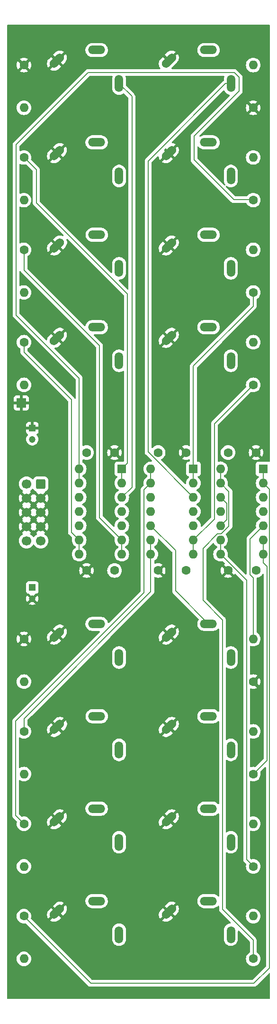
<source format=gtl>
G04 #@! TF.GenerationSoftware,KiCad,Pcbnew,8.0.3*
G04 #@! TF.CreationDate,2024-06-29T17:49:17+02:00*
G04 #@! TF.ProjectId,DMH_Buffered_Mult_PCB,444d485f-4275-4666-9665-7265645f4d75,1*
G04 #@! TF.SameCoordinates,Original*
G04 #@! TF.FileFunction,Copper,L1,Top*
G04 #@! TF.FilePolarity,Positive*
%FSLAX46Y46*%
G04 Gerber Fmt 4.6, Leading zero omitted, Abs format (unit mm)*
G04 Created by KiCad (PCBNEW 8.0.3) date 2024-06-29 17:49:17*
%MOMM*%
%LPD*%
G01*
G04 APERTURE LIST*
G04 Aperture macros list*
%AMRoundRect*
0 Rectangle with rounded corners*
0 $1 Rounding radius*
0 $2 $3 $4 $5 $6 $7 $8 $9 X,Y pos of 4 corners*
0 Add a 4 corners polygon primitive as box body*
4,1,4,$2,$3,$4,$5,$6,$7,$8,$9,$2,$3,0*
0 Add four circle primitives for the rounded corners*
1,1,$1+$1,$2,$3*
1,1,$1+$1,$4,$5*
1,1,$1+$1,$6,$7*
1,1,$1+$1,$8,$9*
0 Add four rect primitives between the rounded corners*
20,1,$1+$1,$2,$3,$4,$5,0*
20,1,$1+$1,$4,$5,$6,$7,0*
20,1,$1+$1,$6,$7,$8,$9,0*
20,1,$1+$1,$8,$9,$2,$3,0*%
%AMHorizOval*
0 Thick line with rounded ends*
0 $1 width*
0 $2 $3 position (X,Y) of the first rounded end (center of the circle)*
0 $4 $5 position (X,Y) of the second rounded end (center of the circle)*
0 Add line between two ends*
20,1,$1,$2,$3,$4,$5,0*
0 Add two circle primitives to create the rounded ends*
1,1,$1,$2,$3*
1,1,$1,$4,$5*%
G04 Aperture macros list end*
G04 #@! TA.AperFunction,ComponentPad*
%ADD10HorizOval,1.508000X-0.533159X-0.533159X0.533159X0.533159X0*%
G04 #@! TD*
G04 #@! TA.AperFunction,ComponentPad*
%ADD11O,1.508000X3.016000*%
G04 #@! TD*
G04 #@! TA.AperFunction,ComponentPad*
%ADD12O,3.016000X1.508000*%
G04 #@! TD*
G04 #@! TA.AperFunction,ComponentPad*
%ADD13R,1.700000X1.700000*%
G04 #@! TD*
G04 #@! TA.AperFunction,ComponentPad*
%ADD14C,1.600000*%
G04 #@! TD*
G04 #@! TA.AperFunction,ComponentPad*
%ADD15O,1.600000X1.600000*%
G04 #@! TD*
G04 #@! TA.AperFunction,ComponentPad*
%ADD16RoundRect,0.250000X0.600000X0.600000X-0.600000X0.600000X-0.600000X-0.600000X0.600000X-0.600000X0*%
G04 #@! TD*
G04 #@! TA.AperFunction,ComponentPad*
%ADD17C,1.700000*%
G04 #@! TD*
G04 #@! TA.AperFunction,ComponentPad*
%ADD18R,1.600000X1.600000*%
G04 #@! TD*
G04 #@! TA.AperFunction,ComponentPad*
%ADD19R,1.200000X1.200000*%
G04 #@! TD*
G04 #@! TA.AperFunction,ComponentPad*
%ADD20C,1.200000*%
G04 #@! TD*
G04 #@! TA.AperFunction,Conductor*
%ADD21C,0.200000*%
G04 #@! TD*
G04 APERTURE END LIST*
D10*
X35403810Y-179903810D03*
D11*
X46500000Y-184000000D03*
D12*
X42500000Y-178000000D03*
D10*
X55403810Y-163403810D03*
D11*
X66500000Y-167500000D03*
D12*
X62500000Y-161500000D03*
D10*
X55403810Y-77403810D03*
D11*
X66500000Y-81500000D03*
D12*
X62500000Y-75500000D03*
D10*
X55403810Y-93903810D03*
D11*
X66500000Y-98000000D03*
D12*
X62500000Y-92000000D03*
D10*
X55403810Y-179903810D03*
D11*
X66500000Y-184000000D03*
D12*
X62500000Y-178000000D03*
D10*
X55403810Y-44403810D03*
D11*
X66500000Y-48500000D03*
D12*
X62500000Y-42500000D03*
D10*
X55403810Y-60903810D03*
D11*
X66500000Y-65000000D03*
D12*
X62500000Y-59000000D03*
D10*
X35403810Y-60903810D03*
D11*
X46500000Y-65000000D03*
D12*
X42500000Y-59000000D03*
D10*
X35403810Y-93903810D03*
D11*
X46500000Y-98000000D03*
D12*
X42500000Y-92000000D03*
D10*
X35416310Y-77403810D03*
D11*
X46512500Y-81500000D03*
D12*
X42512500Y-75500000D03*
D10*
X55403810Y-146903810D03*
D11*
X66500000Y-151000000D03*
D12*
X62500000Y-145000000D03*
D13*
X29022826Y-105522826D03*
D10*
X55403810Y-196403810D03*
D11*
X66500000Y-200500000D03*
D12*
X62500000Y-194500000D03*
D10*
X35416310Y-163403810D03*
D11*
X46512500Y-167500000D03*
D12*
X42512500Y-161500000D03*
D10*
X35403810Y-146903810D03*
D11*
X46500000Y-151000000D03*
D12*
X42500000Y-145000000D03*
D10*
X35403810Y-196403810D03*
D11*
X46500000Y-200500000D03*
D12*
X42500000Y-194500000D03*
D10*
X35403810Y-44403810D03*
D11*
X46500000Y-48500000D03*
D12*
X42500000Y-42500000D03*
D14*
X29500000Y-164190000D03*
D15*
X29500000Y-171810000D03*
D14*
X29500000Y-61690000D03*
D15*
X29500000Y-69310000D03*
D14*
X58500000Y-135450000D03*
X53500000Y-135450000D03*
D16*
X32500000Y-120000000D03*
D17*
X29960000Y-120000000D03*
X32500000Y-122540000D03*
X29960000Y-122540000D03*
X32500000Y-125080000D03*
X29960000Y-125080000D03*
X32500000Y-127620000D03*
X29960000Y-127620000D03*
X32500000Y-130160000D03*
X29960000Y-130160000D03*
D14*
X70500000Y-155310000D03*
D15*
X70500000Y-147690000D03*
D14*
X70500000Y-85810000D03*
D15*
X70500000Y-78190000D03*
D14*
X70500000Y-171810000D03*
D15*
X70500000Y-164190000D03*
D18*
X59800000Y-117300000D03*
D15*
X59800000Y-119840000D03*
X59800000Y-122380000D03*
X59800000Y-124920000D03*
X59800000Y-127460000D03*
X59800000Y-130000000D03*
X59800000Y-132540000D03*
X52180000Y-132540000D03*
X52180000Y-130000000D03*
X52180000Y-127460000D03*
X52180000Y-124920000D03*
X52180000Y-122380000D03*
X52180000Y-119840000D03*
X52180000Y-117300000D03*
D14*
X29500000Y-94690000D03*
D15*
X29500000Y-102310000D03*
D14*
X29500000Y-197190000D03*
D15*
X29500000Y-204810000D03*
D14*
X29500000Y-45190000D03*
D15*
X29500000Y-52810000D03*
D14*
X45700000Y-114400000D03*
X40700000Y-114400000D03*
X70500000Y-52810000D03*
D15*
X70500000Y-45190000D03*
D14*
X29500000Y-147690000D03*
D15*
X29500000Y-155310000D03*
D14*
X70500000Y-69310000D03*
D15*
X70500000Y-61690000D03*
D14*
X71000000Y-114400000D03*
X66000000Y-114400000D03*
X58500000Y-114400000D03*
X53500000Y-114400000D03*
D18*
X72270000Y-117300000D03*
D15*
X72270000Y-119840000D03*
X72270000Y-122380000D03*
X72270000Y-124920000D03*
X72270000Y-127460000D03*
X72270000Y-130000000D03*
X72270000Y-132540000D03*
X64650000Y-132540000D03*
X64650000Y-130000000D03*
X64650000Y-127460000D03*
X64650000Y-124920000D03*
X64650000Y-122380000D03*
X64650000Y-119840000D03*
X64650000Y-117300000D03*
D14*
X29500000Y-78190000D03*
D15*
X29500000Y-85810000D03*
D14*
X29500000Y-180690000D03*
D15*
X29500000Y-188310000D03*
D14*
X70500000Y-204810000D03*
D15*
X70500000Y-197190000D03*
D19*
X31000000Y-110027401D03*
D20*
X31000000Y-112027401D03*
D14*
X70500000Y-102310000D03*
D15*
X70500000Y-94690000D03*
D19*
X31000000Y-138500000D03*
D20*
X31000000Y-140500000D03*
D14*
X70500000Y-188310000D03*
D15*
X70500000Y-180690000D03*
D14*
X45700000Y-135450000D03*
X40700000Y-135450000D03*
X71000000Y-135450000D03*
X66000000Y-135450000D03*
D18*
X47000000Y-117300000D03*
D15*
X47000000Y-119840000D03*
X47000000Y-122380000D03*
X47000000Y-124920000D03*
X47000000Y-127460000D03*
X47000000Y-130000000D03*
X47000000Y-132540000D03*
X39380000Y-132540000D03*
X39380000Y-130000000D03*
X39380000Y-127460000D03*
X39380000Y-124920000D03*
X39380000Y-122380000D03*
X39380000Y-119840000D03*
X39380000Y-117300000D03*
D21*
X48800000Y-50800000D02*
X48800000Y-120580000D01*
X48800000Y-120580000D02*
X47000000Y-122380000D01*
X46500000Y-48500000D02*
X48800000Y-50800000D01*
X66500000Y-48500000D02*
X65546000Y-48500000D01*
X51700000Y-62346000D02*
X51700000Y-114280000D01*
X51700000Y-114280000D02*
X59800000Y-122380000D01*
X65546000Y-48500000D02*
X51700000Y-62346000D01*
X62500000Y-145000000D02*
X56600000Y-139100000D01*
X56600000Y-139100000D02*
X56600000Y-131880000D01*
X56600000Y-131880000D02*
X52180000Y-127460000D01*
X70500000Y-147690000D02*
X70500000Y-136750000D01*
X65750000Y-126360000D02*
X64650000Y-127460000D01*
X65750000Y-123480000D02*
X65750000Y-126360000D01*
X69900000Y-136150000D02*
X69900000Y-129830000D01*
X69900000Y-129830000D02*
X72270000Y-127460000D01*
X64650000Y-122380000D02*
X65750000Y-123480000D01*
X70500000Y-136750000D02*
X69900000Y-136150000D01*
X31700000Y-63890000D02*
X31700000Y-69800000D01*
X48000000Y-86100000D02*
X48000000Y-116300000D01*
X48000000Y-116300000D02*
X47000000Y-117300000D01*
X31700000Y-69800000D02*
X48000000Y-86100000D01*
X29500000Y-61690000D02*
X31700000Y-63890000D01*
X47000000Y-117300000D02*
X47000000Y-119840000D01*
X43000000Y-95300000D02*
X43000000Y-126000000D01*
X29500000Y-81800000D02*
X43000000Y-95300000D01*
X29500000Y-78190000D02*
X29500000Y-81800000D01*
X47000000Y-130000000D02*
X47000000Y-132540000D01*
X43000000Y-126000000D02*
X47000000Y-130000000D01*
X38000000Y-104960000D02*
X38000000Y-128620000D01*
X29500000Y-96460000D02*
X38000000Y-104960000D01*
X29500000Y-94690000D02*
X29500000Y-96460000D01*
X39380000Y-130000000D02*
X39380000Y-132540000D01*
X38000000Y-128620000D02*
X39380000Y-130000000D01*
X67050000Y-69250000D02*
X59900000Y-62100000D01*
X39380000Y-101130000D02*
X39380000Y-117300000D01*
X28100000Y-89850000D02*
X39380000Y-101130000D01*
X68000000Y-49800000D02*
X68000000Y-47400000D01*
X70440000Y-69250000D02*
X67050000Y-69250000D01*
X70500000Y-69310000D02*
X70440000Y-69250000D01*
X68000000Y-47400000D02*
X67100000Y-46500000D01*
X59900000Y-57900000D02*
X68000000Y-49800000D01*
X67100000Y-46500000D02*
X41000000Y-46500000D01*
X39380000Y-117300000D02*
X39380000Y-119840000D01*
X28100000Y-59400000D02*
X28100000Y-89850000D01*
X59900000Y-62100000D02*
X59900000Y-57900000D01*
X41000000Y-46500000D02*
X28100000Y-59400000D01*
X59800000Y-117300000D02*
X59800000Y-119840000D01*
X59800000Y-98950000D02*
X70500000Y-88250000D01*
X59800000Y-117300000D02*
X59800000Y-98950000D01*
X70500000Y-88250000D02*
X70500000Y-85810000D01*
X59800000Y-130000000D02*
X63550000Y-126250000D01*
X63550000Y-109260000D02*
X70500000Y-102310000D01*
X59800000Y-130000000D02*
X59800000Y-132540000D01*
X63550000Y-126250000D02*
X63550000Y-109260000D01*
X29500000Y-161925000D02*
X29500000Y-164190000D01*
X52180000Y-139245000D02*
X29500000Y-161925000D01*
X52180000Y-132540000D02*
X52180000Y-139245000D01*
X52180000Y-132540000D02*
X52180000Y-130000000D01*
X51000000Y-139375000D02*
X51000000Y-121020000D01*
X52180000Y-119840000D02*
X52180000Y-117300000D01*
X51000000Y-121020000D02*
X52180000Y-119840000D01*
X29500000Y-180690000D02*
X28000000Y-179190000D01*
X28000000Y-162375000D02*
X51000000Y-139375000D01*
X28000000Y-179190000D02*
X28000000Y-162375000D01*
X41450000Y-209200000D02*
X70600000Y-209200000D01*
X73370000Y-120940000D02*
X72270000Y-119840000D01*
X29500000Y-197190000D02*
X29500000Y-197250000D01*
X73370000Y-206430000D02*
X73370000Y-120940000D01*
X70600000Y-209200000D02*
X73370000Y-206430000D01*
X72270000Y-119840000D02*
X72270000Y-117300000D01*
X29500000Y-197250000D02*
X41450000Y-209200000D01*
X72270000Y-132540000D02*
X72270000Y-130000000D01*
X70500000Y-171810000D02*
X72970000Y-169340000D01*
X72970000Y-169340000D02*
X72970000Y-134770000D01*
X72970000Y-134770000D02*
X72270000Y-134070000D01*
X72270000Y-134070000D02*
X72270000Y-132540000D01*
X69300000Y-137190000D02*
X64650000Y-132540000D01*
X70500000Y-188250000D02*
X69300000Y-187050000D01*
X70500000Y-188310000D02*
X70500000Y-188250000D01*
X64650000Y-130000000D02*
X64650000Y-132540000D01*
X69300000Y-187050000D02*
X69300000Y-137190000D01*
X64100000Y-128900000D02*
X61500000Y-131500000D01*
X70500000Y-204810000D02*
X70500000Y-201500000D01*
X64650000Y-117300000D02*
X64650000Y-119840000D01*
X61500000Y-131500000D02*
X61500000Y-140800000D01*
X65000000Y-144300000D02*
X65000000Y-196000000D01*
X64800000Y-128900000D02*
X64100000Y-128900000D01*
X66150000Y-127550000D02*
X64800000Y-128900000D01*
X61500000Y-140800000D02*
X65000000Y-144300000D01*
X66150000Y-121340000D02*
X66150000Y-127550000D01*
X64650000Y-119840000D02*
X66150000Y-121340000D01*
X70500000Y-201500000D02*
X65000000Y-196000000D01*
G04 #@! TA.AperFunction,Conductor*
G36*
X32034075Y-127812993D02*
G01*
X32099901Y-127927007D01*
X32192993Y-128020099D01*
X32307007Y-128085925D01*
X32370590Y-128102962D01*
X31738625Y-128734925D01*
X31814594Y-128788119D01*
X31858219Y-128842696D01*
X31865413Y-128912194D01*
X31833890Y-128974549D01*
X31814595Y-128991269D01*
X31628594Y-129121508D01*
X31461505Y-129288597D01*
X31331575Y-129474158D01*
X31276998Y-129517783D01*
X31207500Y-129524977D01*
X31145145Y-129493454D01*
X31128425Y-129474158D01*
X30998494Y-129288597D01*
X30831402Y-129121506D01*
X30831401Y-129121505D01*
X30645405Y-128991269D01*
X30601781Y-128936692D01*
X30594588Y-128867193D01*
X30626110Y-128804839D01*
X30645405Y-128788119D01*
X30721373Y-128734925D01*
X30089409Y-128102962D01*
X30152993Y-128085925D01*
X30267007Y-128020099D01*
X30360099Y-127927007D01*
X30425925Y-127812993D01*
X30442962Y-127749410D01*
X31074925Y-128381373D01*
X31128425Y-128304968D01*
X31183002Y-128261344D01*
X31252501Y-128254151D01*
X31314855Y-128285673D01*
X31331576Y-128304969D01*
X31385073Y-128381372D01*
X32017037Y-127749409D01*
X32034075Y-127812993D01*
G37*
G04 #@! TD.AperFunction*
G04 #@! TA.AperFunction,Conductor*
G36*
X32034075Y-125272993D02*
G01*
X32099901Y-125387007D01*
X32192993Y-125480099D01*
X32307007Y-125545925D01*
X32370590Y-125562962D01*
X31738625Y-126194925D01*
X31815031Y-126248425D01*
X31858655Y-126303002D01*
X31865848Y-126372501D01*
X31834326Y-126434855D01*
X31815029Y-126451576D01*
X31738625Y-126505072D01*
X32370590Y-127137037D01*
X32307007Y-127154075D01*
X32192993Y-127219901D01*
X32099901Y-127312993D01*
X32034075Y-127427007D01*
X32017037Y-127490590D01*
X31385072Y-126858625D01*
X31385072Y-126858626D01*
X31331574Y-126935030D01*
X31276998Y-126978655D01*
X31207499Y-126985849D01*
X31145144Y-126954326D01*
X31128424Y-126935030D01*
X31074925Y-126858626D01*
X31074925Y-126858625D01*
X30442962Y-127490589D01*
X30425925Y-127427007D01*
X30360099Y-127312993D01*
X30267007Y-127219901D01*
X30152993Y-127154075D01*
X30089410Y-127137037D01*
X30721373Y-126505073D01*
X30644969Y-126451576D01*
X30601344Y-126396999D01*
X30594150Y-126327501D01*
X30625672Y-126265146D01*
X30644968Y-126248425D01*
X30721373Y-126194925D01*
X30089409Y-125562962D01*
X30152993Y-125545925D01*
X30267007Y-125480099D01*
X30360099Y-125387007D01*
X30425925Y-125272993D01*
X30442962Y-125209410D01*
X31074925Y-125841373D01*
X31128425Y-125764968D01*
X31183002Y-125721344D01*
X31252501Y-125714151D01*
X31314855Y-125745673D01*
X31331576Y-125764969D01*
X31385073Y-125841372D01*
X32017037Y-125209409D01*
X32034075Y-125272993D01*
G37*
G04 #@! TD.AperFunction*
G04 #@! TA.AperFunction,Conductor*
G36*
X32034075Y-122732993D02*
G01*
X32099901Y-122847007D01*
X32192993Y-122940099D01*
X32307007Y-123005925D01*
X32370590Y-123022962D01*
X31738625Y-123654925D01*
X31815031Y-123708425D01*
X31858655Y-123763002D01*
X31865848Y-123832501D01*
X31834326Y-123894855D01*
X31815029Y-123911576D01*
X31738625Y-123965072D01*
X32370590Y-124597037D01*
X32307007Y-124614075D01*
X32192993Y-124679901D01*
X32099901Y-124772993D01*
X32034075Y-124887007D01*
X32017037Y-124950590D01*
X31385072Y-124318625D01*
X31385072Y-124318626D01*
X31331574Y-124395030D01*
X31276998Y-124438655D01*
X31207499Y-124445849D01*
X31145144Y-124414326D01*
X31128424Y-124395030D01*
X31074925Y-124318626D01*
X31074925Y-124318625D01*
X30442962Y-124950589D01*
X30425925Y-124887007D01*
X30360099Y-124772993D01*
X30267007Y-124679901D01*
X30152993Y-124614075D01*
X30089410Y-124597037D01*
X30721373Y-123965073D01*
X30644969Y-123911576D01*
X30601344Y-123856999D01*
X30594150Y-123787501D01*
X30625672Y-123725146D01*
X30644968Y-123708425D01*
X30721373Y-123654925D01*
X30089409Y-123022962D01*
X30152993Y-123005925D01*
X30267007Y-122940099D01*
X30360099Y-122847007D01*
X30425925Y-122732993D01*
X30442962Y-122669410D01*
X31074925Y-123301373D01*
X31128425Y-123224968D01*
X31183002Y-123181344D01*
X31252501Y-123174151D01*
X31314855Y-123205673D01*
X31331576Y-123224969D01*
X31385073Y-123301372D01*
X32017037Y-122669409D01*
X32034075Y-122732993D01*
G37*
G04 #@! TD.AperFunction*
G04 #@! TA.AperFunction,Conductor*
G36*
X31187038Y-120867053D02*
G01*
X31212337Y-120910735D01*
X31215185Y-120919331D01*
X31215187Y-120919336D01*
X31233309Y-120948716D01*
X31307288Y-121068656D01*
X31431344Y-121192712D01*
X31580666Y-121284814D01*
X31653032Y-121308793D01*
X31710476Y-121348566D01*
X31737299Y-121413081D01*
X31737412Y-121423859D01*
X32370590Y-122057037D01*
X32307007Y-122074075D01*
X32192993Y-122139901D01*
X32099901Y-122232993D01*
X32034075Y-122347007D01*
X32017037Y-122410590D01*
X31385072Y-121778625D01*
X31385072Y-121778626D01*
X31331574Y-121855030D01*
X31276998Y-121898655D01*
X31207499Y-121905849D01*
X31145144Y-121874326D01*
X31128424Y-121855030D01*
X31074925Y-121778626D01*
X31074925Y-121778625D01*
X30442962Y-122410589D01*
X30425925Y-122347007D01*
X30360099Y-122232993D01*
X30267007Y-122139901D01*
X30152993Y-122074075D01*
X30089410Y-122057037D01*
X30721373Y-121425073D01*
X30721373Y-121425072D01*
X30645405Y-121371880D01*
X30601780Y-121317304D01*
X30594586Y-121247805D01*
X30626108Y-121185451D01*
X30645399Y-121168734D01*
X30831401Y-121038495D01*
X30998495Y-120871401D01*
X30998504Y-120871388D01*
X30999636Y-120870040D01*
X31000293Y-120869602D01*
X31002323Y-120867573D01*
X31002730Y-120867980D01*
X31057805Y-120831334D01*
X31127666Y-120830220D01*
X31187038Y-120867053D01*
G37*
G04 #@! TD.AperFunction*
G04 #@! TA.AperFunction,Conductor*
G36*
X73442539Y-38020185D02*
G01*
X73488294Y-38072989D01*
X73499500Y-38124500D01*
X73499500Y-115949414D01*
X73479815Y-116016453D01*
X73427011Y-116062208D01*
X73357853Y-116072152D01*
X73316078Y-116058249D01*
X73312333Y-116056204D01*
X73177482Y-116005908D01*
X73177483Y-116005908D01*
X73117883Y-115999501D01*
X73117881Y-115999500D01*
X73117873Y-115999500D01*
X73117864Y-115999500D01*
X71422129Y-115999500D01*
X71422123Y-115999501D01*
X71362516Y-116005908D01*
X71227671Y-116056202D01*
X71227664Y-116056206D01*
X71112455Y-116142452D01*
X71112452Y-116142455D01*
X71026206Y-116257664D01*
X71026202Y-116257671D01*
X70975908Y-116392517D01*
X70969501Y-116452116D01*
X70969501Y-116452123D01*
X70969500Y-116452135D01*
X70969500Y-118147870D01*
X70969501Y-118147876D01*
X70975908Y-118207483D01*
X71026202Y-118342328D01*
X71026206Y-118342335D01*
X71112452Y-118457544D01*
X71112455Y-118457547D01*
X71227664Y-118543793D01*
X71227671Y-118543797D01*
X71247831Y-118551316D01*
X71362517Y-118594091D01*
X71397596Y-118597862D01*
X71462144Y-118624599D01*
X71501993Y-118681991D01*
X71504488Y-118751816D01*
X71468836Y-118811905D01*
X71455464Y-118822725D01*
X71430858Y-118839954D01*
X71269954Y-119000858D01*
X71139432Y-119187265D01*
X71139431Y-119187267D01*
X71043261Y-119393502D01*
X71043258Y-119393511D01*
X70984366Y-119613302D01*
X70984364Y-119613313D01*
X70964532Y-119839998D01*
X70964532Y-119840001D01*
X70984364Y-120066686D01*
X70984366Y-120066697D01*
X71043258Y-120286488D01*
X71043261Y-120286497D01*
X71139431Y-120492732D01*
X71139432Y-120492734D01*
X71269954Y-120679141D01*
X71430858Y-120840045D01*
X71430861Y-120840047D01*
X71617266Y-120970568D01*
X71675275Y-120997618D01*
X71727714Y-121043791D01*
X71746866Y-121110984D01*
X71726650Y-121177865D01*
X71675275Y-121222382D01*
X71617267Y-121249431D01*
X71617265Y-121249432D01*
X71430858Y-121379954D01*
X71269954Y-121540858D01*
X71139432Y-121727265D01*
X71139431Y-121727267D01*
X71043261Y-121933502D01*
X71043258Y-121933511D01*
X70984366Y-122153302D01*
X70984364Y-122153313D01*
X70964532Y-122379998D01*
X70964532Y-122380001D01*
X70984364Y-122606686D01*
X70984366Y-122606697D01*
X71043258Y-122826488D01*
X71043261Y-122826497D01*
X71139431Y-123032732D01*
X71139432Y-123032734D01*
X71269954Y-123219141D01*
X71430858Y-123380045D01*
X71430861Y-123380047D01*
X71617266Y-123510568D01*
X71675275Y-123537618D01*
X71727714Y-123583791D01*
X71746866Y-123650984D01*
X71726650Y-123717865D01*
X71675275Y-123762382D01*
X71617267Y-123789431D01*
X71617265Y-123789432D01*
X71430858Y-123919954D01*
X71269954Y-124080858D01*
X71139432Y-124267265D01*
X71139431Y-124267267D01*
X71043261Y-124473502D01*
X71043258Y-124473511D01*
X70984366Y-124693302D01*
X70984364Y-124693313D01*
X70964532Y-124919998D01*
X70964532Y-124920001D01*
X70984364Y-125146686D01*
X70984366Y-125146697D01*
X71043258Y-125366488D01*
X71043261Y-125366497D01*
X71139431Y-125572732D01*
X71139432Y-125572734D01*
X71269954Y-125759141D01*
X71430858Y-125920045D01*
X71473499Y-125949902D01*
X71617266Y-126050568D01*
X71675275Y-126077618D01*
X71727714Y-126123791D01*
X71746866Y-126190984D01*
X71726650Y-126257865D01*
X71675275Y-126302382D01*
X71617267Y-126329431D01*
X71617265Y-126329432D01*
X71430858Y-126459954D01*
X71269954Y-126620858D01*
X71139432Y-126807265D01*
X71139431Y-126807267D01*
X71043261Y-127013502D01*
X71043258Y-127013511D01*
X70984366Y-127233302D01*
X70984364Y-127233313D01*
X70964532Y-127459998D01*
X70964532Y-127460001D01*
X70984364Y-127686686D01*
X70984366Y-127686697D01*
X71010152Y-127782931D01*
X71008489Y-127852781D01*
X70978058Y-127902705D01*
X69531286Y-129349478D01*
X69419481Y-129461282D01*
X69419479Y-129461284D01*
X69412047Y-129474158D01*
X69385881Y-129519480D01*
X69340423Y-129598215D01*
X69299499Y-129750943D01*
X69299499Y-129750945D01*
X69299499Y-129919046D01*
X69299500Y-129919059D01*
X69299500Y-136040903D01*
X69279815Y-136107942D01*
X69227011Y-136153697D01*
X69157853Y-136163641D01*
X69094297Y-136134616D01*
X69087819Y-136128584D01*
X65941941Y-132982706D01*
X65908456Y-132921383D01*
X65909847Y-132862931D01*
X65935635Y-132766692D01*
X65955468Y-132540000D01*
X65935635Y-132313308D01*
X65876739Y-132093504D01*
X65780568Y-131887266D01*
X65650047Y-131700861D01*
X65650045Y-131700858D01*
X65489140Y-131539953D01*
X65303377Y-131409881D01*
X65259752Y-131355304D01*
X65250500Y-131308306D01*
X65250500Y-131231692D01*
X65270185Y-131164653D01*
X65303374Y-131130119D01*
X65489139Y-131000047D01*
X65650047Y-130839139D01*
X65780568Y-130652734D01*
X65876739Y-130446496D01*
X65935635Y-130226692D01*
X65955468Y-130000000D01*
X65935635Y-129773308D01*
X65876739Y-129553504D01*
X65780568Y-129347266D01*
X65650047Y-129160861D01*
X65650045Y-129160858D01*
X65606891Y-129117704D01*
X65573406Y-129056381D01*
X65578390Y-128986689D01*
X65606889Y-128942344D01*
X66508506Y-128040728D01*
X66508511Y-128040724D01*
X66518714Y-128030520D01*
X66518716Y-128030520D01*
X66630520Y-127918716D01*
X66682481Y-127828716D01*
X66709577Y-127781785D01*
X66750500Y-127629058D01*
X66750500Y-127470943D01*
X66750500Y-121260943D01*
X66709577Y-121108216D01*
X66686737Y-121068656D01*
X66630524Y-120971290D01*
X66630521Y-120971286D01*
X66630520Y-120971284D01*
X66518716Y-120859480D01*
X66518715Y-120859479D01*
X66514385Y-120855149D01*
X66514374Y-120855139D01*
X65941941Y-120282706D01*
X65908456Y-120221383D01*
X65909847Y-120162931D01*
X65935635Y-120066692D01*
X65955468Y-119840000D01*
X65935635Y-119613308D01*
X65876739Y-119393504D01*
X65780568Y-119187266D01*
X65650047Y-119000861D01*
X65650046Y-119000860D01*
X65650045Y-119000858D01*
X65489140Y-118839953D01*
X65303377Y-118709881D01*
X65259752Y-118655304D01*
X65250500Y-118608306D01*
X65250500Y-118531692D01*
X65270185Y-118464653D01*
X65303374Y-118430119D01*
X65489139Y-118300047D01*
X65650047Y-118139139D01*
X65780568Y-117952734D01*
X65876739Y-117746496D01*
X65935635Y-117526692D01*
X65955468Y-117300000D01*
X65935635Y-117073308D01*
X65876739Y-116853504D01*
X65780568Y-116647266D01*
X65650047Y-116460861D01*
X65650045Y-116460858D01*
X65489141Y-116299954D01*
X65302734Y-116169432D01*
X65302732Y-116169431D01*
X65096497Y-116073261D01*
X65096488Y-116073258D01*
X64876697Y-116014366D01*
X64876693Y-116014365D01*
X64876692Y-116014365D01*
X64876691Y-116014364D01*
X64876686Y-116014364D01*
X64650002Y-115994532D01*
X64649998Y-115994532D01*
X64423313Y-116014364D01*
X64423302Y-116014366D01*
X64306593Y-116045638D01*
X64236743Y-116043975D01*
X64178881Y-116004812D01*
X64151377Y-115940583D01*
X64150500Y-115925863D01*
X64150500Y-114399998D01*
X64694532Y-114399998D01*
X64694532Y-114400001D01*
X64714364Y-114626686D01*
X64714366Y-114626697D01*
X64773258Y-114846488D01*
X64773261Y-114846497D01*
X64869431Y-115052732D01*
X64869432Y-115052734D01*
X64999954Y-115239141D01*
X65160858Y-115400045D01*
X65160861Y-115400047D01*
X65347266Y-115530568D01*
X65553504Y-115626739D01*
X65553509Y-115626740D01*
X65553511Y-115626741D01*
X65606415Y-115640916D01*
X65773308Y-115685635D01*
X65935230Y-115699801D01*
X65999998Y-115705468D01*
X66000000Y-115705468D01*
X66000002Y-115705468D01*
X66056673Y-115700509D01*
X66226692Y-115685635D01*
X66446496Y-115626739D01*
X66652734Y-115530568D01*
X66839139Y-115400047D01*
X67000047Y-115239139D01*
X67130568Y-115052734D01*
X67226739Y-114846496D01*
X67285635Y-114626692D01*
X67305468Y-114400000D01*
X67305468Y-114399997D01*
X69695034Y-114399997D01*
X69695034Y-114400002D01*
X69714858Y-114626599D01*
X69714860Y-114626610D01*
X69773730Y-114846317D01*
X69773735Y-114846331D01*
X69869863Y-115052478D01*
X69920974Y-115125472D01*
X70600000Y-114446446D01*
X70600000Y-114452661D01*
X70627259Y-114554394D01*
X70679920Y-114645606D01*
X70754394Y-114720080D01*
X70845606Y-114772741D01*
X70947339Y-114800000D01*
X70953553Y-114800000D01*
X70274526Y-115479025D01*
X70347513Y-115530132D01*
X70347521Y-115530136D01*
X70553668Y-115626264D01*
X70553682Y-115626269D01*
X70773389Y-115685139D01*
X70773400Y-115685141D01*
X70999998Y-115704966D01*
X71000002Y-115704966D01*
X71226599Y-115685141D01*
X71226610Y-115685139D01*
X71446317Y-115626269D01*
X71446331Y-115626264D01*
X71652478Y-115530136D01*
X71725471Y-115479024D01*
X71046447Y-114800000D01*
X71052661Y-114800000D01*
X71154394Y-114772741D01*
X71245606Y-114720080D01*
X71320080Y-114645606D01*
X71372741Y-114554394D01*
X71400000Y-114452661D01*
X71400000Y-114446447D01*
X72079024Y-115125471D01*
X72130136Y-115052478D01*
X72226264Y-114846331D01*
X72226269Y-114846317D01*
X72285139Y-114626610D01*
X72285141Y-114626599D01*
X72304966Y-114400002D01*
X72304966Y-114399997D01*
X72285141Y-114173400D01*
X72285139Y-114173389D01*
X72226269Y-113953682D01*
X72226264Y-113953668D01*
X72130136Y-113747521D01*
X72130132Y-113747513D01*
X72079025Y-113674526D01*
X71400000Y-114353551D01*
X71400000Y-114347339D01*
X71372741Y-114245606D01*
X71320080Y-114154394D01*
X71245606Y-114079920D01*
X71154394Y-114027259D01*
X71052661Y-114000000D01*
X71046448Y-114000000D01*
X71725472Y-113320974D01*
X71652478Y-113269863D01*
X71446331Y-113173735D01*
X71446317Y-113173730D01*
X71226610Y-113114860D01*
X71226599Y-113114858D01*
X71000002Y-113095034D01*
X70999998Y-113095034D01*
X70773400Y-113114858D01*
X70773389Y-113114860D01*
X70553682Y-113173730D01*
X70553673Y-113173734D01*
X70347516Y-113269866D01*
X70347512Y-113269868D01*
X70274526Y-113320973D01*
X70274526Y-113320974D01*
X70953553Y-114000000D01*
X70947339Y-114000000D01*
X70845606Y-114027259D01*
X70754394Y-114079920D01*
X70679920Y-114154394D01*
X70627259Y-114245606D01*
X70600000Y-114347339D01*
X70600000Y-114353552D01*
X69920974Y-113674526D01*
X69920973Y-113674526D01*
X69869868Y-113747512D01*
X69869866Y-113747516D01*
X69773734Y-113953673D01*
X69773730Y-113953682D01*
X69714860Y-114173389D01*
X69714858Y-114173400D01*
X69695034Y-114399997D01*
X67305468Y-114399997D01*
X67285635Y-114173308D01*
X67226739Y-113953504D01*
X67130568Y-113747266D01*
X67032839Y-113607693D01*
X67000045Y-113560858D01*
X66839141Y-113399954D01*
X66652734Y-113269432D01*
X66652732Y-113269431D01*
X66446497Y-113173261D01*
X66446488Y-113173258D01*
X66226697Y-113114366D01*
X66226693Y-113114365D01*
X66226692Y-113114365D01*
X66226691Y-113114364D01*
X66226686Y-113114364D01*
X66000002Y-113094532D01*
X65999998Y-113094532D01*
X65773313Y-113114364D01*
X65773302Y-113114366D01*
X65553511Y-113173258D01*
X65553502Y-113173261D01*
X65347267Y-113269431D01*
X65347265Y-113269432D01*
X65160858Y-113399954D01*
X64999954Y-113560858D01*
X64869432Y-113747265D01*
X64869431Y-113747267D01*
X64773261Y-113953502D01*
X64773258Y-113953511D01*
X64714366Y-114173302D01*
X64714364Y-114173313D01*
X64694532Y-114399998D01*
X64150500Y-114399998D01*
X64150500Y-109560096D01*
X64170185Y-109493057D01*
X64186814Y-109472420D01*
X70057294Y-103601939D01*
X70118615Y-103568456D01*
X70177066Y-103569847D01*
X70196604Y-103575082D01*
X70273308Y-103595635D01*
X70435230Y-103609801D01*
X70499998Y-103615468D01*
X70500000Y-103615468D01*
X70500002Y-103615468D01*
X70556673Y-103610509D01*
X70726692Y-103595635D01*
X70946496Y-103536739D01*
X71152734Y-103440568D01*
X71339139Y-103310047D01*
X71500047Y-103149139D01*
X71630568Y-102962734D01*
X71726739Y-102756496D01*
X71785635Y-102536692D01*
X71805468Y-102310000D01*
X71785635Y-102083308D01*
X71726739Y-101863504D01*
X71630568Y-101657266D01*
X71500047Y-101470861D01*
X71500045Y-101470858D01*
X71339141Y-101309954D01*
X71152734Y-101179432D01*
X71152732Y-101179431D01*
X70946497Y-101083261D01*
X70946488Y-101083258D01*
X70726697Y-101024366D01*
X70726693Y-101024365D01*
X70726692Y-101024365D01*
X70726691Y-101024364D01*
X70726686Y-101024364D01*
X70500002Y-101004532D01*
X70499998Y-101004532D01*
X70273313Y-101024364D01*
X70273302Y-101024366D01*
X70053511Y-101083258D01*
X70053502Y-101083261D01*
X69847267Y-101179431D01*
X69847265Y-101179432D01*
X69660858Y-101309954D01*
X69499954Y-101470858D01*
X69369432Y-101657265D01*
X69369431Y-101657267D01*
X69273261Y-101863502D01*
X69273258Y-101863511D01*
X69214366Y-102083302D01*
X69214364Y-102083313D01*
X69194532Y-102309998D01*
X69194532Y-102310001D01*
X69214364Y-102536686D01*
X69214366Y-102536697D01*
X69240152Y-102632931D01*
X69238489Y-102702781D01*
X69208058Y-102752705D01*
X63181286Y-108779478D01*
X63069481Y-108891282D01*
X63069479Y-108891285D01*
X63019361Y-108978094D01*
X63019359Y-108978096D01*
X62990425Y-109028209D01*
X62990424Y-109028210D01*
X62990423Y-109028215D01*
X62949499Y-109180943D01*
X62949499Y-109180945D01*
X62949499Y-109349046D01*
X62949500Y-109349059D01*
X62949500Y-125949902D01*
X62929815Y-126016941D01*
X62913181Y-126037583D01*
X61309428Y-127641335D01*
X61248105Y-127674820D01*
X61178413Y-127669836D01*
X61122480Y-127627964D01*
X61098063Y-127562500D01*
X61098218Y-127542857D01*
X61105468Y-127460000D01*
X61102581Y-127427007D01*
X61098878Y-127384673D01*
X61085635Y-127233308D01*
X61026739Y-127013504D01*
X60930568Y-126807266D01*
X60800047Y-126620861D01*
X60800045Y-126620858D01*
X60639141Y-126459954D01*
X60452734Y-126329432D01*
X60452728Y-126329429D01*
X60394725Y-126302382D01*
X60342285Y-126256210D01*
X60323133Y-126189017D01*
X60343348Y-126122135D01*
X60394725Y-126077618D01*
X60452734Y-126050568D01*
X60639139Y-125920047D01*
X60800047Y-125759139D01*
X60930568Y-125572734D01*
X61026739Y-125366496D01*
X61085635Y-125146692D01*
X61105468Y-124920000D01*
X61102581Y-124887007D01*
X61098878Y-124844673D01*
X61085635Y-124693308D01*
X61026739Y-124473504D01*
X60930568Y-124267266D01*
X60800047Y-124080861D01*
X60800045Y-124080858D01*
X60639141Y-123919954D01*
X60452734Y-123789432D01*
X60452728Y-123789429D01*
X60394725Y-123762382D01*
X60342285Y-123716210D01*
X60323133Y-123649017D01*
X60343348Y-123582135D01*
X60394725Y-123537618D01*
X60452734Y-123510568D01*
X60639139Y-123380047D01*
X60800047Y-123219139D01*
X60930568Y-123032734D01*
X61026739Y-122826496D01*
X61085635Y-122606692D01*
X61105468Y-122380000D01*
X61102581Y-122347007D01*
X61098878Y-122304673D01*
X61085635Y-122153308D01*
X61026739Y-121933504D01*
X60930568Y-121727266D01*
X60800047Y-121540861D01*
X60800045Y-121540858D01*
X60639141Y-121379954D01*
X60452734Y-121249432D01*
X60452728Y-121249429D01*
X60394725Y-121222382D01*
X60342285Y-121176210D01*
X60323133Y-121109017D01*
X60343348Y-121042135D01*
X60394725Y-120997618D01*
X60452734Y-120970568D01*
X60639139Y-120840047D01*
X60800047Y-120679139D01*
X60930568Y-120492734D01*
X61026739Y-120286496D01*
X61085635Y-120066692D01*
X61105468Y-119840000D01*
X61085635Y-119613308D01*
X61026739Y-119393504D01*
X60930568Y-119187266D01*
X60800047Y-119000861D01*
X60800046Y-119000860D01*
X60800045Y-119000858D01*
X60639143Y-118839956D01*
X60614536Y-118822726D01*
X60570912Y-118768149D01*
X60563719Y-118698650D01*
X60595241Y-118636296D01*
X60655471Y-118600882D01*
X60672404Y-118597861D01*
X60707483Y-118594091D01*
X60842331Y-118543796D01*
X60957546Y-118457546D01*
X61043796Y-118342331D01*
X61094091Y-118207483D01*
X61100500Y-118147873D01*
X61100499Y-116452128D01*
X61094091Y-116392517D01*
X61059567Y-116299954D01*
X61043797Y-116257671D01*
X61043793Y-116257664D01*
X60957547Y-116142455D01*
X60957544Y-116142452D01*
X60842335Y-116056206D01*
X60842328Y-116056202D01*
X60707482Y-116005908D01*
X60707483Y-116005908D01*
X60647883Y-115999501D01*
X60647881Y-115999500D01*
X60647873Y-115999500D01*
X60647865Y-115999500D01*
X60524500Y-115999500D01*
X60457461Y-115979815D01*
X60411706Y-115927011D01*
X60400500Y-115875500D01*
X60400500Y-99250096D01*
X60420185Y-99183057D01*
X60436814Y-99162420D01*
X62451971Y-97147263D01*
X65245500Y-97147263D01*
X65245500Y-98852736D01*
X65276389Y-99047763D01*
X65337408Y-99235558D01*
X65337409Y-99235561D01*
X65427056Y-99411501D01*
X65427058Y-99411504D01*
X65543115Y-99571246D01*
X65682753Y-99710884D01*
X65797385Y-99794167D01*
X65842499Y-99826944D01*
X66018439Y-99916591D01*
X66143637Y-99957270D01*
X66206236Y-99977610D01*
X66401264Y-100008500D01*
X66401269Y-100008500D01*
X66598736Y-100008500D01*
X66793763Y-99977610D01*
X66981561Y-99916591D01*
X67157501Y-99826944D01*
X67247192Y-99761779D01*
X67317246Y-99710884D01*
X67317248Y-99710881D01*
X67317252Y-99710879D01*
X67456879Y-99571252D01*
X67456881Y-99571248D01*
X67456884Y-99571246D01*
X67507779Y-99501192D01*
X67572944Y-99411501D01*
X67662591Y-99235561D01*
X67723610Y-99047763D01*
X67726573Y-99029057D01*
X67754500Y-98852736D01*
X67754500Y-97147263D01*
X67723610Y-96952236D01*
X67683476Y-96828717D01*
X67662591Y-96764439D01*
X67572944Y-96588499D01*
X67537023Y-96539057D01*
X67456884Y-96428753D01*
X67317246Y-96289115D01*
X67157504Y-96173058D01*
X67157503Y-96173057D01*
X67157501Y-96173056D01*
X66981561Y-96083409D01*
X66981558Y-96083408D01*
X66793763Y-96022389D01*
X66598736Y-95991500D01*
X66598731Y-95991500D01*
X66401269Y-95991500D01*
X66401264Y-95991500D01*
X66206236Y-96022389D01*
X66018441Y-96083408D01*
X65842495Y-96173058D01*
X65682753Y-96289115D01*
X65543115Y-96428753D01*
X65427058Y-96588495D01*
X65337408Y-96764441D01*
X65276389Y-96952236D01*
X65245500Y-97147263D01*
X62451971Y-97147263D01*
X64909236Y-94689998D01*
X69194532Y-94689998D01*
X69194532Y-94690001D01*
X69214364Y-94916686D01*
X69214366Y-94916697D01*
X69273258Y-95136488D01*
X69273261Y-95136497D01*
X69369431Y-95342732D01*
X69369432Y-95342734D01*
X69499954Y-95529141D01*
X69660858Y-95690045D01*
X69660861Y-95690047D01*
X69847266Y-95820568D01*
X70053504Y-95916739D01*
X70273308Y-95975635D01*
X70435230Y-95989801D01*
X70499998Y-95995468D01*
X70500000Y-95995468D01*
X70500002Y-95995468D01*
X70556673Y-95990509D01*
X70726692Y-95975635D01*
X70946496Y-95916739D01*
X71152734Y-95820568D01*
X71339139Y-95690047D01*
X71500047Y-95529139D01*
X71630568Y-95342734D01*
X71726739Y-95136496D01*
X71785635Y-94916692D01*
X71805468Y-94690000D01*
X71785635Y-94463308D01*
X71740916Y-94296415D01*
X71726741Y-94243511D01*
X71726738Y-94243502D01*
X71725640Y-94241148D01*
X71630568Y-94037266D01*
X71500047Y-93850861D01*
X71500045Y-93850858D01*
X71339141Y-93689954D01*
X71152734Y-93559432D01*
X71152732Y-93559431D01*
X70946497Y-93463261D01*
X70946488Y-93463258D01*
X70726697Y-93404366D01*
X70726693Y-93404365D01*
X70726692Y-93404365D01*
X70726691Y-93404364D01*
X70726686Y-93404364D01*
X70500002Y-93384532D01*
X70499998Y-93384532D01*
X70273313Y-93404364D01*
X70273302Y-93404366D01*
X70053511Y-93463258D01*
X70053502Y-93463261D01*
X69847267Y-93559431D01*
X69847265Y-93559432D01*
X69660858Y-93689954D01*
X69499954Y-93850858D01*
X69369432Y-94037265D01*
X69369431Y-94037267D01*
X69273261Y-94243502D01*
X69273258Y-94243511D01*
X69214366Y-94463302D01*
X69214364Y-94463313D01*
X69194532Y-94689998D01*
X64909236Y-94689998D01*
X70868713Y-88730521D01*
X70868716Y-88730520D01*
X70980520Y-88618716D01*
X71030639Y-88531904D01*
X71059577Y-88481785D01*
X71100500Y-88329057D01*
X71100500Y-88170943D01*
X71100500Y-87041692D01*
X71120185Y-86974653D01*
X71153374Y-86940119D01*
X71339139Y-86810047D01*
X71500047Y-86649139D01*
X71630568Y-86462734D01*
X71726739Y-86256496D01*
X71785635Y-86036692D01*
X71805468Y-85810000D01*
X71785635Y-85583308D01*
X71726739Y-85363504D01*
X71630568Y-85157266D01*
X71500047Y-84970861D01*
X71500045Y-84970858D01*
X71339141Y-84809954D01*
X71152734Y-84679432D01*
X71152732Y-84679431D01*
X70946497Y-84583261D01*
X70946488Y-84583258D01*
X70726697Y-84524366D01*
X70726693Y-84524365D01*
X70726692Y-84524365D01*
X70726691Y-84524364D01*
X70726686Y-84524364D01*
X70500002Y-84504532D01*
X70499998Y-84504532D01*
X70273313Y-84524364D01*
X70273302Y-84524366D01*
X70053511Y-84583258D01*
X70053502Y-84583261D01*
X69847267Y-84679431D01*
X69847265Y-84679432D01*
X69660858Y-84809954D01*
X69499954Y-84970858D01*
X69369432Y-85157265D01*
X69369431Y-85157267D01*
X69273261Y-85363502D01*
X69273258Y-85363511D01*
X69214366Y-85583302D01*
X69214364Y-85583313D01*
X69194532Y-85809998D01*
X69194532Y-85810001D01*
X69214364Y-86036686D01*
X69214366Y-86036697D01*
X69273258Y-86256488D01*
X69273261Y-86256497D01*
X69369431Y-86462732D01*
X69369432Y-86462734D01*
X69499954Y-86649141D01*
X69660858Y-86810045D01*
X69660861Y-86810047D01*
X69846624Y-86940118D01*
X69890248Y-86994693D01*
X69899500Y-87041692D01*
X69899500Y-87949902D01*
X69879815Y-88016941D01*
X69863181Y-88037583D01*
X59319481Y-98581282D01*
X59319479Y-98581285D01*
X59269361Y-98668094D01*
X59269359Y-98668096D01*
X59240425Y-98718209D01*
X59240424Y-98718210D01*
X59240423Y-98718215D01*
X59199499Y-98870943D01*
X59199499Y-98870945D01*
X59199499Y-99039046D01*
X59199500Y-99039059D01*
X59199500Y-113097149D01*
X59179815Y-113164188D01*
X59127011Y-113209943D01*
X59057853Y-113219887D01*
X59023096Y-113209531D01*
X58946331Y-113173735D01*
X58946317Y-113173730D01*
X58726610Y-113114860D01*
X58726599Y-113114858D01*
X58500002Y-113095034D01*
X58499998Y-113095034D01*
X58273400Y-113114858D01*
X58273389Y-113114860D01*
X58053682Y-113173730D01*
X58053673Y-113173734D01*
X57847516Y-113269866D01*
X57847512Y-113269868D01*
X57774526Y-113320973D01*
X57774526Y-113320974D01*
X58453553Y-114000000D01*
X58447339Y-114000000D01*
X58345606Y-114027259D01*
X58254394Y-114079920D01*
X58179920Y-114154394D01*
X58127259Y-114245606D01*
X58100000Y-114347339D01*
X58100000Y-114353552D01*
X57420974Y-113674526D01*
X57420973Y-113674526D01*
X57369868Y-113747512D01*
X57369866Y-113747516D01*
X57273734Y-113953673D01*
X57273730Y-113953682D01*
X57214860Y-114173389D01*
X57214858Y-114173400D01*
X57195034Y-114399997D01*
X57195034Y-114400002D01*
X57214858Y-114626599D01*
X57214860Y-114626610D01*
X57273730Y-114846317D01*
X57273735Y-114846331D01*
X57369863Y-115052478D01*
X57420974Y-115125472D01*
X58100000Y-114446446D01*
X58100000Y-114452661D01*
X58127259Y-114554394D01*
X58179920Y-114645606D01*
X58254394Y-114720080D01*
X58345606Y-114772741D01*
X58447339Y-114800000D01*
X58453551Y-114800000D01*
X57774526Y-115479025D01*
X57847513Y-115530132D01*
X57847521Y-115530136D01*
X58053668Y-115626264D01*
X58053682Y-115626269D01*
X58273389Y-115685139D01*
X58273400Y-115685141D01*
X58499998Y-115704966D01*
X58500002Y-115704966D01*
X58726599Y-115685141D01*
X58726610Y-115685139D01*
X58946317Y-115626269D01*
X58946326Y-115626266D01*
X59023095Y-115590468D01*
X59092172Y-115579976D01*
X59155956Y-115608495D01*
X59194196Y-115666972D01*
X59199500Y-115702850D01*
X59199500Y-115875500D01*
X59179815Y-115942539D01*
X59127011Y-115988294D01*
X59075501Y-115999500D01*
X58952130Y-115999500D01*
X58952123Y-115999501D01*
X58892516Y-116005908D01*
X58757671Y-116056202D01*
X58757664Y-116056206D01*
X58642455Y-116142452D01*
X58642452Y-116142455D01*
X58556206Y-116257664D01*
X58556202Y-116257671D01*
X58505908Y-116392517D01*
X58499501Y-116452116D01*
X58499501Y-116452123D01*
X58499500Y-116452135D01*
X58499500Y-118147870D01*
X58499501Y-118147876D01*
X58505908Y-118207483D01*
X58556202Y-118342328D01*
X58556206Y-118342335D01*
X58642452Y-118457544D01*
X58642455Y-118457547D01*
X58757664Y-118543793D01*
X58757671Y-118543797D01*
X58777831Y-118551316D01*
X58892517Y-118594091D01*
X58927596Y-118597862D01*
X58992144Y-118624599D01*
X59031993Y-118681991D01*
X59034488Y-118751816D01*
X58998836Y-118811905D01*
X58985464Y-118822725D01*
X58960858Y-118839954D01*
X58799954Y-119000858D01*
X58669432Y-119187265D01*
X58669431Y-119187267D01*
X58573261Y-119393502D01*
X58573258Y-119393511D01*
X58514366Y-119613302D01*
X58514364Y-119613313D01*
X58494532Y-119839998D01*
X58494532Y-119840002D01*
X58501780Y-119922848D01*
X58488013Y-119991348D01*
X58439398Y-120041531D01*
X58371369Y-120057464D01*
X58305526Y-120034089D01*
X58290571Y-120021336D01*
X54037262Y-115768027D01*
X54003777Y-115706704D01*
X54008761Y-115637012D01*
X54050633Y-115581079D01*
X54072536Y-115567965D01*
X54152734Y-115530568D01*
X54339139Y-115400047D01*
X54500047Y-115239139D01*
X54630568Y-115052734D01*
X54726739Y-114846496D01*
X54785635Y-114626692D01*
X54805468Y-114400000D01*
X54785635Y-114173308D01*
X54726739Y-113953504D01*
X54630568Y-113747266D01*
X54532839Y-113607693D01*
X54500045Y-113560858D01*
X54339141Y-113399954D01*
X54152734Y-113269432D01*
X54152732Y-113269431D01*
X53946497Y-113173261D01*
X53946488Y-113173258D01*
X53726697Y-113114366D01*
X53726693Y-113114365D01*
X53726692Y-113114365D01*
X53726691Y-113114364D01*
X53726686Y-113114364D01*
X53500002Y-113094532D01*
X53499998Y-113094532D01*
X53273313Y-113114364D01*
X53273302Y-113114366D01*
X53053511Y-113173258D01*
X53053502Y-113173261D01*
X52847267Y-113269431D01*
X52847265Y-113269432D01*
X52660858Y-113399954D01*
X52512181Y-113548632D01*
X52450858Y-113582117D01*
X52381166Y-113577133D01*
X52325233Y-113535261D01*
X52300816Y-113469797D01*
X52300500Y-113460951D01*
X52300500Y-94338277D01*
X53616651Y-94338277D01*
X53616651Y-94535660D01*
X53647529Y-94730616D01*
X53708521Y-94918335D01*
X53708522Y-94918338D01*
X53798134Y-95094210D01*
X53824106Y-95129958D01*
X53824107Y-95129958D01*
X54390517Y-94563548D01*
X54407555Y-94627132D01*
X54473381Y-94741147D01*
X54566473Y-94834239D01*
X54680488Y-94900065D01*
X54744069Y-94917101D01*
X54177660Y-95483510D01*
X54177660Y-95483511D01*
X54213415Y-95509488D01*
X54389281Y-95599097D01*
X54389284Y-95599098D01*
X54577003Y-95660090D01*
X54771960Y-95690969D01*
X54969342Y-95690969D01*
X55164298Y-95660090D01*
X55352017Y-95599098D01*
X55352020Y-95599097D01*
X55527890Y-95509486D01*
X55687578Y-95393464D01*
X55687579Y-95393464D01*
X56113745Y-94967298D01*
X56113745Y-94967297D01*
X55580586Y-94434139D01*
X55934139Y-94080586D01*
X56467297Y-94613745D01*
X56893463Y-94187579D01*
X56893463Y-94187578D01*
X57009485Y-94027889D01*
X57009489Y-94027883D01*
X57099097Y-93852021D01*
X57099099Y-93852015D01*
X57160090Y-93664300D01*
X57190969Y-93469343D01*
X57190969Y-93271959D01*
X57160090Y-93077003D01*
X57099098Y-92889284D01*
X57099097Y-92889281D01*
X57009489Y-92713419D01*
X57009481Y-92713406D01*
X56983511Y-92677661D01*
X56983510Y-92677660D01*
X56417102Y-93244068D01*
X56400066Y-93180488D01*
X56334240Y-93066472D01*
X56241148Y-92973380D01*
X56127132Y-92907554D01*
X56063549Y-92890517D01*
X56629958Y-92324108D01*
X56594208Y-92298134D01*
X56418338Y-92208522D01*
X56418335Y-92208521D01*
X56230616Y-92147529D01*
X56035660Y-92116651D01*
X55838277Y-92116651D01*
X55643319Y-92147529D01*
X55455604Y-92208520D01*
X55455598Y-92208522D01*
X55279736Y-92298130D01*
X55279730Y-92298134D01*
X55120041Y-92414156D01*
X55120039Y-92414157D01*
X54693875Y-92840320D01*
X54693875Y-92840321D01*
X55227033Y-93373479D01*
X54873480Y-93727033D01*
X54340321Y-93193874D01*
X54340320Y-93193874D01*
X53914156Y-93620039D01*
X53914155Y-93620041D01*
X53798133Y-93779729D01*
X53708522Y-93955599D01*
X53708521Y-93955602D01*
X53647529Y-94143321D01*
X53616651Y-94338277D01*
X52300500Y-94338277D01*
X52300500Y-91901263D01*
X60491500Y-91901263D01*
X60491500Y-92098736D01*
X60522389Y-92293763D01*
X60561508Y-92414156D01*
X60583409Y-92481561D01*
X60673056Y-92657501D01*
X60673058Y-92657504D01*
X60789115Y-92817246D01*
X60928753Y-92956884D01*
X61078234Y-93065486D01*
X61088499Y-93072944D01*
X61264439Y-93162591D01*
X61360719Y-93193874D01*
X61452236Y-93223610D01*
X61647264Y-93254500D01*
X61647269Y-93254500D01*
X63352736Y-93254500D01*
X63547763Y-93223610D01*
X63735561Y-93162591D01*
X63911501Y-93072944D01*
X64001192Y-93007779D01*
X64071246Y-92956884D01*
X64071248Y-92956881D01*
X64071252Y-92956879D01*
X64210879Y-92817252D01*
X64210881Y-92817248D01*
X64210884Y-92817246D01*
X64261779Y-92747192D01*
X64326944Y-92657501D01*
X64416591Y-92481561D01*
X64477610Y-92293763D01*
X64491111Y-92208520D01*
X64508500Y-92098736D01*
X64508500Y-91901263D01*
X64477610Y-91706236D01*
X64457270Y-91643637D01*
X64416591Y-91518439D01*
X64326944Y-91342499D01*
X64319486Y-91332234D01*
X64210884Y-91182753D01*
X64071246Y-91043115D01*
X63911504Y-90927058D01*
X63911503Y-90927057D01*
X63911501Y-90927056D01*
X63735561Y-90837409D01*
X63735558Y-90837408D01*
X63547763Y-90776389D01*
X63352736Y-90745500D01*
X63352731Y-90745500D01*
X61647269Y-90745500D01*
X61647264Y-90745500D01*
X61452236Y-90776389D01*
X61264441Y-90837408D01*
X61088495Y-90927058D01*
X60928753Y-91043115D01*
X60789115Y-91182753D01*
X60673058Y-91342495D01*
X60583408Y-91518441D01*
X60522389Y-91706236D01*
X60491500Y-91901263D01*
X52300500Y-91901263D01*
X52300500Y-80647263D01*
X65245500Y-80647263D01*
X65245500Y-82352736D01*
X65276389Y-82547763D01*
X65337408Y-82735558D01*
X65337409Y-82735561D01*
X65427056Y-82911501D01*
X65427058Y-82911504D01*
X65543115Y-83071246D01*
X65682753Y-83210884D01*
X65832234Y-83319486D01*
X65842499Y-83326944D01*
X66018439Y-83416591D01*
X66143637Y-83457270D01*
X66206236Y-83477610D01*
X66401264Y-83508500D01*
X66401269Y-83508500D01*
X66598736Y-83508500D01*
X66793763Y-83477610D01*
X66981561Y-83416591D01*
X67157501Y-83326944D01*
X67247192Y-83261779D01*
X67317246Y-83210884D01*
X67317248Y-83210881D01*
X67317252Y-83210879D01*
X67456879Y-83071252D01*
X67456881Y-83071248D01*
X67456884Y-83071246D01*
X67507779Y-83001192D01*
X67572944Y-82911501D01*
X67662591Y-82735561D01*
X67723610Y-82547763D01*
X67725136Y-82538129D01*
X67754500Y-82352736D01*
X67754500Y-80647263D01*
X67723610Y-80452236D01*
X67703270Y-80389637D01*
X67662591Y-80264439D01*
X67572944Y-80088499D01*
X67565486Y-80078234D01*
X67456884Y-79928753D01*
X67317246Y-79789115D01*
X67157504Y-79673058D01*
X67157503Y-79673057D01*
X67157501Y-79673056D01*
X66981561Y-79583409D01*
X66981558Y-79583408D01*
X66793763Y-79522389D01*
X66598736Y-79491500D01*
X66598731Y-79491500D01*
X66401269Y-79491500D01*
X66401264Y-79491500D01*
X66206236Y-79522389D01*
X66018441Y-79583408D01*
X65842495Y-79673058D01*
X65682753Y-79789115D01*
X65543115Y-79928753D01*
X65427058Y-80088495D01*
X65337408Y-80264441D01*
X65276389Y-80452236D01*
X65245500Y-80647263D01*
X52300500Y-80647263D01*
X52300500Y-77838277D01*
X53616651Y-77838277D01*
X53616651Y-78035660D01*
X53647529Y-78230616D01*
X53708521Y-78418335D01*
X53708522Y-78418338D01*
X53798134Y-78594210D01*
X53824106Y-78629958D01*
X53824107Y-78629958D01*
X54390517Y-78063548D01*
X54407555Y-78127132D01*
X54473381Y-78241147D01*
X54566473Y-78334239D01*
X54680488Y-78400065D01*
X54744069Y-78417101D01*
X54177660Y-78983510D01*
X54177660Y-78983511D01*
X54213415Y-79009488D01*
X54389281Y-79099097D01*
X54389284Y-79099098D01*
X54577003Y-79160090D01*
X54771960Y-79190969D01*
X54969342Y-79190969D01*
X55164298Y-79160090D01*
X55352017Y-79099098D01*
X55352020Y-79099097D01*
X55527890Y-79009486D01*
X55687578Y-78893464D01*
X55687579Y-78893464D01*
X56113745Y-78467298D01*
X56113745Y-78467297D01*
X55836445Y-78189998D01*
X69194532Y-78189998D01*
X69194532Y-78190001D01*
X69214364Y-78416686D01*
X69214366Y-78416697D01*
X69273258Y-78636488D01*
X69273261Y-78636497D01*
X69369431Y-78842732D01*
X69369432Y-78842734D01*
X69499954Y-79029141D01*
X69660858Y-79190045D01*
X69660861Y-79190047D01*
X69847266Y-79320568D01*
X70053504Y-79416739D01*
X70273308Y-79475635D01*
X70435230Y-79489801D01*
X70499998Y-79495468D01*
X70500000Y-79495468D01*
X70500002Y-79495468D01*
X70556673Y-79490509D01*
X70726692Y-79475635D01*
X70946496Y-79416739D01*
X71152734Y-79320568D01*
X71339139Y-79190047D01*
X71500047Y-79029139D01*
X71630568Y-78842734D01*
X71726739Y-78636496D01*
X71785635Y-78416692D01*
X71805468Y-78190000D01*
X71785635Y-77963308D01*
X71740916Y-77796415D01*
X71726741Y-77743511D01*
X71726738Y-77743502D01*
X71725640Y-77741148D01*
X71630568Y-77537266D01*
X71500047Y-77350861D01*
X71500045Y-77350858D01*
X71339141Y-77189954D01*
X71152734Y-77059432D01*
X71152732Y-77059431D01*
X70946497Y-76963261D01*
X70946488Y-76963258D01*
X70726697Y-76904366D01*
X70726693Y-76904365D01*
X70726692Y-76904365D01*
X70726691Y-76904364D01*
X70726686Y-76904364D01*
X70500002Y-76884532D01*
X70499998Y-76884532D01*
X70273313Y-76904364D01*
X70273302Y-76904366D01*
X70053511Y-76963258D01*
X70053502Y-76963261D01*
X69847267Y-77059431D01*
X69847265Y-77059432D01*
X69660858Y-77189954D01*
X69499954Y-77350858D01*
X69369432Y-77537265D01*
X69369431Y-77537267D01*
X69273261Y-77743502D01*
X69273258Y-77743511D01*
X69214366Y-77963302D01*
X69214364Y-77963313D01*
X69194532Y-78189998D01*
X55836445Y-78189998D01*
X55580586Y-77934139D01*
X55934139Y-77580586D01*
X56467297Y-78113745D01*
X56893463Y-77687579D01*
X56893463Y-77687578D01*
X57009485Y-77527889D01*
X57009489Y-77527883D01*
X57099097Y-77352021D01*
X57099099Y-77352015D01*
X57160090Y-77164300D01*
X57190969Y-76969343D01*
X57190969Y-76771959D01*
X57160090Y-76577003D01*
X57099098Y-76389284D01*
X57099097Y-76389281D01*
X57009489Y-76213419D01*
X57009481Y-76213406D01*
X56983511Y-76177661D01*
X56983510Y-76177660D01*
X56417102Y-76744068D01*
X56400066Y-76680488D01*
X56334240Y-76566472D01*
X56241148Y-76473380D01*
X56127132Y-76407554D01*
X56063549Y-76390517D01*
X56629958Y-75824108D01*
X56594208Y-75798134D01*
X56418338Y-75708522D01*
X56418335Y-75708521D01*
X56230616Y-75647529D01*
X56035660Y-75616651D01*
X55838277Y-75616651D01*
X55643319Y-75647529D01*
X55455604Y-75708520D01*
X55455598Y-75708522D01*
X55279736Y-75798130D01*
X55279730Y-75798134D01*
X55120041Y-75914156D01*
X55120039Y-75914157D01*
X54693875Y-76340320D01*
X54693875Y-76340321D01*
X55227033Y-76873479D01*
X54873480Y-77227033D01*
X54340321Y-76693874D01*
X54340320Y-76693874D01*
X53914156Y-77120039D01*
X53914155Y-77120041D01*
X53798133Y-77279729D01*
X53708522Y-77455599D01*
X53708521Y-77455602D01*
X53647529Y-77643321D01*
X53616651Y-77838277D01*
X52300500Y-77838277D01*
X52300500Y-75401263D01*
X60491500Y-75401263D01*
X60491500Y-75598736D01*
X60522389Y-75793763D01*
X60561508Y-75914156D01*
X60583409Y-75981561D01*
X60673056Y-76157501D01*
X60673058Y-76157504D01*
X60789115Y-76317246D01*
X60928753Y-76456884D01*
X61078234Y-76565486D01*
X61088499Y-76572944D01*
X61264439Y-76662591D01*
X61360719Y-76693874D01*
X61452236Y-76723610D01*
X61647264Y-76754500D01*
X61647269Y-76754500D01*
X63352736Y-76754500D01*
X63547763Y-76723610D01*
X63735561Y-76662591D01*
X63911501Y-76572944D01*
X64001192Y-76507779D01*
X64071246Y-76456884D01*
X64071248Y-76456881D01*
X64071252Y-76456879D01*
X64210879Y-76317252D01*
X64210881Y-76317248D01*
X64210884Y-76317246D01*
X64265969Y-76241427D01*
X64326944Y-76157501D01*
X64416591Y-75981561D01*
X64477610Y-75793763D01*
X64494308Y-75688337D01*
X64508500Y-75598736D01*
X64508500Y-75401263D01*
X64477610Y-75206236D01*
X64457270Y-75143637D01*
X64416591Y-75018439D01*
X64326944Y-74842499D01*
X64319486Y-74832234D01*
X64210884Y-74682753D01*
X64071246Y-74543115D01*
X63911504Y-74427058D01*
X63911503Y-74427057D01*
X63911501Y-74427056D01*
X63735561Y-74337409D01*
X63735558Y-74337408D01*
X63547763Y-74276389D01*
X63352736Y-74245500D01*
X63352731Y-74245500D01*
X61647269Y-74245500D01*
X61647264Y-74245500D01*
X61452236Y-74276389D01*
X61264441Y-74337408D01*
X61088495Y-74427058D01*
X60928753Y-74543115D01*
X60789115Y-74682753D01*
X60673058Y-74842495D01*
X60583408Y-75018441D01*
X60522389Y-75206236D01*
X60491500Y-75401263D01*
X52300500Y-75401263D01*
X52300500Y-62646096D01*
X52320185Y-62579057D01*
X52336814Y-62558420D01*
X53409421Y-61485813D01*
X53470740Y-61452331D01*
X53540432Y-61457315D01*
X53596365Y-61499187D01*
X53619571Y-61554099D01*
X53647529Y-61730616D01*
X53708521Y-61918335D01*
X53708522Y-61918338D01*
X53798134Y-62094210D01*
X53824106Y-62129958D01*
X53824107Y-62129958D01*
X54390517Y-61563548D01*
X54407555Y-61627132D01*
X54473381Y-61741147D01*
X54566473Y-61834239D01*
X54680488Y-61900065D01*
X54744069Y-61917101D01*
X54177660Y-62483510D01*
X54177660Y-62483511D01*
X54213415Y-62509488D01*
X54389281Y-62599097D01*
X54389284Y-62599098D01*
X54577003Y-62660090D01*
X54771960Y-62690969D01*
X54969342Y-62690969D01*
X55164298Y-62660090D01*
X55352017Y-62599098D01*
X55352020Y-62599097D01*
X55527890Y-62509486D01*
X55687578Y-62393464D01*
X55687579Y-62393464D01*
X56113745Y-61967298D01*
X56113745Y-61967297D01*
X55580586Y-61434139D01*
X55934139Y-61080586D01*
X56467297Y-61613745D01*
X56893463Y-61187579D01*
X56893463Y-61187578D01*
X57009485Y-61027889D01*
X57009489Y-61027883D01*
X57099097Y-60852021D01*
X57099099Y-60852015D01*
X57160090Y-60664300D01*
X57190969Y-60469343D01*
X57190969Y-60271959D01*
X57160090Y-60077003D01*
X57099098Y-59889284D01*
X57099097Y-59889281D01*
X57009489Y-59713419D01*
X57009481Y-59713406D01*
X56983511Y-59677661D01*
X56983510Y-59677660D01*
X56417102Y-60244068D01*
X56400066Y-60180488D01*
X56334240Y-60066472D01*
X56241148Y-59973380D01*
X56127132Y-59907554D01*
X56063549Y-59890517D01*
X56629958Y-59324108D01*
X56594208Y-59298134D01*
X56418338Y-59208522D01*
X56418335Y-59208521D01*
X56230616Y-59147529D01*
X56054098Y-59119571D01*
X55990963Y-59089642D01*
X55954032Y-59030330D01*
X55955030Y-58960468D01*
X55985810Y-58909423D01*
X65156735Y-49738498D01*
X65218056Y-49705015D01*
X65287748Y-49709999D01*
X65343681Y-49751871D01*
X65354897Y-49769883D01*
X65410523Y-49879054D01*
X65427058Y-49911504D01*
X65543115Y-50071246D01*
X65682753Y-50210884D01*
X65792646Y-50290724D01*
X65842499Y-50326944D01*
X66018439Y-50416591D01*
X66146222Y-50458110D01*
X66210871Y-50479116D01*
X66210548Y-50480107D01*
X66266765Y-50512381D01*
X66298933Y-50574405D01*
X66292462Y-50643974D01*
X66264913Y-50685851D01*
X59419481Y-57531282D01*
X59419479Y-57531285D01*
X59369361Y-57618094D01*
X59369359Y-57618096D01*
X59340425Y-57668209D01*
X59340424Y-57668210D01*
X59340423Y-57668215D01*
X59299499Y-57820943D01*
X59299499Y-57820945D01*
X59299499Y-57989046D01*
X59299500Y-57989059D01*
X59299500Y-62013330D01*
X59299499Y-62013348D01*
X59299499Y-62179054D01*
X59299498Y-62179054D01*
X59340423Y-62331785D01*
X59369358Y-62381900D01*
X59369359Y-62381904D01*
X59369360Y-62381904D01*
X59400048Y-62435059D01*
X59419479Y-62468714D01*
X59419481Y-62468717D01*
X59538349Y-62587585D01*
X59538355Y-62587590D01*
X66565139Y-69614374D01*
X66565149Y-69614385D01*
X66569479Y-69618715D01*
X66569480Y-69618716D01*
X66681284Y-69730520D01*
X66726277Y-69756496D01*
X66768095Y-69780639D01*
X66768097Y-69780641D01*
X66806151Y-69802611D01*
X66818215Y-69809577D01*
X66970943Y-69850501D01*
X66970946Y-69850501D01*
X67136653Y-69850501D01*
X67136669Y-69850500D01*
X69238099Y-69850500D01*
X69305138Y-69870185D01*
X69350481Y-69922094D01*
X69369431Y-69962733D01*
X69499954Y-70149141D01*
X69660858Y-70310045D01*
X69660861Y-70310047D01*
X69847266Y-70440568D01*
X70053504Y-70536739D01*
X70273308Y-70595635D01*
X70435230Y-70609801D01*
X70499998Y-70615468D01*
X70500000Y-70615468D01*
X70500002Y-70615468D01*
X70556673Y-70610509D01*
X70726692Y-70595635D01*
X70946496Y-70536739D01*
X71152734Y-70440568D01*
X71339139Y-70310047D01*
X71500047Y-70149139D01*
X71630568Y-69962734D01*
X71726739Y-69756496D01*
X71785635Y-69536692D01*
X71805468Y-69310000D01*
X71785635Y-69083308D01*
X71726739Y-68863504D01*
X71630568Y-68657266D01*
X71500047Y-68470861D01*
X71500045Y-68470858D01*
X71339141Y-68309954D01*
X71152734Y-68179432D01*
X71152732Y-68179431D01*
X70946497Y-68083261D01*
X70946488Y-68083258D01*
X70726697Y-68024366D01*
X70726693Y-68024365D01*
X70726692Y-68024365D01*
X70726691Y-68024364D01*
X70726686Y-68024364D01*
X70500002Y-68004532D01*
X70499998Y-68004532D01*
X70273313Y-68024364D01*
X70273302Y-68024366D01*
X70053511Y-68083258D01*
X70053502Y-68083261D01*
X69847267Y-68179431D01*
X69847265Y-68179432D01*
X69660858Y-68309954D01*
X69499954Y-68470858D01*
X69411894Y-68596623D01*
X69357317Y-68640248D01*
X69310319Y-68649500D01*
X67350097Y-68649500D01*
X67283058Y-68629815D01*
X67262416Y-68613181D01*
X65617009Y-66967774D01*
X65583524Y-66906451D01*
X65588508Y-66836759D01*
X65630380Y-66780826D01*
X65695844Y-66756409D01*
X65764117Y-66771261D01*
X65777575Y-66779775D01*
X65834653Y-66821244D01*
X65842499Y-66826944D01*
X66018439Y-66916591D01*
X66143637Y-66957270D01*
X66206236Y-66977610D01*
X66401264Y-67008500D01*
X66401269Y-67008500D01*
X66598736Y-67008500D01*
X66793763Y-66977610D01*
X66824035Y-66967774D01*
X66981561Y-66916591D01*
X67157501Y-66826944D01*
X67254585Y-66756409D01*
X67317246Y-66710884D01*
X67317248Y-66710881D01*
X67317252Y-66710879D01*
X67456879Y-66571252D01*
X67456881Y-66571248D01*
X67456884Y-66571246D01*
X67525775Y-66476424D01*
X67572944Y-66411501D01*
X67662591Y-66235561D01*
X67723610Y-66047763D01*
X67754500Y-65852736D01*
X67754500Y-64147263D01*
X67723610Y-63952236D01*
X67703270Y-63889637D01*
X67662591Y-63764439D01*
X67572944Y-63588499D01*
X67565486Y-63578234D01*
X67456884Y-63428753D01*
X67317246Y-63289115D01*
X67157504Y-63173058D01*
X67157503Y-63173057D01*
X67157501Y-63173056D01*
X66981561Y-63083409D01*
X66981558Y-63083408D01*
X66793763Y-63022389D01*
X66598736Y-62991500D01*
X66598731Y-62991500D01*
X66401269Y-62991500D01*
X66401264Y-62991500D01*
X66206236Y-63022389D01*
X66018441Y-63083408D01*
X65842495Y-63173058D01*
X65682753Y-63289115D01*
X65543115Y-63428753D01*
X65427058Y-63588495D01*
X65337408Y-63764441D01*
X65276389Y-63952236D01*
X65245500Y-64147263D01*
X65245500Y-65852736D01*
X65276389Y-66047763D01*
X65337408Y-66235558D01*
X65337409Y-66235561D01*
X65383908Y-66326820D01*
X65427055Y-66411500D01*
X65474225Y-66476424D01*
X65497704Y-66542231D01*
X65481878Y-66610285D01*
X65431772Y-66658979D01*
X65363294Y-66672854D01*
X65298185Y-66647504D01*
X65286225Y-66636990D01*
X60536819Y-61887584D01*
X60503334Y-61826261D01*
X60500500Y-61799903D01*
X60500500Y-61689998D01*
X69194532Y-61689998D01*
X69194532Y-61690001D01*
X69214364Y-61916686D01*
X69214366Y-61916697D01*
X69273258Y-62136488D01*
X69273261Y-62136497D01*
X69369431Y-62342732D01*
X69369432Y-62342734D01*
X69499954Y-62529141D01*
X69660858Y-62690045D01*
X69660861Y-62690047D01*
X69847266Y-62820568D01*
X70053504Y-62916739D01*
X70273308Y-62975635D01*
X70435230Y-62989801D01*
X70499998Y-62995468D01*
X70500000Y-62995468D01*
X70500002Y-62995468D01*
X70556673Y-62990509D01*
X70726692Y-62975635D01*
X70946496Y-62916739D01*
X71152734Y-62820568D01*
X71339139Y-62690047D01*
X71500047Y-62529139D01*
X71630568Y-62342734D01*
X71726739Y-62136496D01*
X71785635Y-61916692D01*
X71805468Y-61690000D01*
X71785635Y-61463308D01*
X71740916Y-61296415D01*
X71726741Y-61243511D01*
X71726738Y-61243502D01*
X71725640Y-61241148D01*
X71630568Y-61037266D01*
X71500047Y-60850861D01*
X71500045Y-60850858D01*
X71339141Y-60689954D01*
X71152734Y-60559432D01*
X71152732Y-60559431D01*
X70946497Y-60463261D01*
X70946488Y-60463258D01*
X70726697Y-60404366D01*
X70726693Y-60404365D01*
X70726692Y-60404365D01*
X70726691Y-60404364D01*
X70726686Y-60404364D01*
X70500002Y-60384532D01*
X70499998Y-60384532D01*
X70273313Y-60404364D01*
X70273302Y-60404366D01*
X70053511Y-60463258D01*
X70053502Y-60463261D01*
X69847267Y-60559431D01*
X69847265Y-60559432D01*
X69660858Y-60689954D01*
X69499954Y-60850858D01*
X69369432Y-61037265D01*
X69369431Y-61037267D01*
X69273261Y-61243502D01*
X69273258Y-61243511D01*
X69214366Y-61463302D01*
X69214364Y-61463313D01*
X69194532Y-61689998D01*
X60500500Y-61689998D01*
X60500500Y-59801631D01*
X60520185Y-59734592D01*
X60572989Y-59688837D01*
X60642147Y-59678893D01*
X60705703Y-59707918D01*
X60724818Y-59728746D01*
X60732590Y-59739443D01*
X60789117Y-59817248D01*
X60928753Y-59956884D01*
X61078234Y-60065486D01*
X61088499Y-60072944D01*
X61264439Y-60162591D01*
X61360719Y-60193874D01*
X61452236Y-60223610D01*
X61647264Y-60254500D01*
X61647269Y-60254500D01*
X63352736Y-60254500D01*
X63547763Y-60223610D01*
X63735561Y-60162591D01*
X63911501Y-60072944D01*
X64001192Y-60007779D01*
X64071246Y-59956884D01*
X64071248Y-59956881D01*
X64071252Y-59956879D01*
X64210879Y-59817252D01*
X64210881Y-59817248D01*
X64210884Y-59817246D01*
X64261779Y-59747192D01*
X64326944Y-59657501D01*
X64416591Y-59481561D01*
X64477610Y-59293763D01*
X64497495Y-59168215D01*
X64508500Y-59098736D01*
X64508500Y-58901263D01*
X64477610Y-58706236D01*
X64457270Y-58643637D01*
X64416591Y-58518439D01*
X64326944Y-58342499D01*
X64319486Y-58332234D01*
X64210884Y-58182753D01*
X64071246Y-58043115D01*
X63911504Y-57927058D01*
X63911503Y-57927057D01*
X63911501Y-57927056D01*
X63735561Y-57837409D01*
X63735558Y-57837408D01*
X63547763Y-57776389D01*
X63352736Y-57745500D01*
X63352731Y-57745500D01*
X61647269Y-57745500D01*
X61647264Y-57745500D01*
X61452236Y-57776389D01*
X61264441Y-57837408D01*
X61088496Y-57927057D01*
X61023574Y-57974225D01*
X60957767Y-57997704D01*
X60889714Y-57981878D01*
X60841020Y-57931771D01*
X60827145Y-57863293D01*
X60852495Y-57798184D01*
X60863002Y-57786232D01*
X65839236Y-52809997D01*
X69195034Y-52809997D01*
X69195034Y-52810002D01*
X69214858Y-53036599D01*
X69214860Y-53036610D01*
X69273730Y-53256317D01*
X69273735Y-53256331D01*
X69369863Y-53462478D01*
X69420974Y-53535472D01*
X70100000Y-52856446D01*
X70100000Y-52862661D01*
X70127259Y-52964394D01*
X70179920Y-53055606D01*
X70254394Y-53130080D01*
X70345606Y-53182741D01*
X70447339Y-53210000D01*
X70453553Y-53210000D01*
X69774526Y-53889025D01*
X69847513Y-53940132D01*
X69847521Y-53940136D01*
X70053668Y-54036264D01*
X70053682Y-54036269D01*
X70273389Y-54095139D01*
X70273400Y-54095141D01*
X70499998Y-54114966D01*
X70500002Y-54114966D01*
X70726599Y-54095141D01*
X70726610Y-54095139D01*
X70946317Y-54036269D01*
X70946331Y-54036264D01*
X71152478Y-53940136D01*
X71225471Y-53889024D01*
X70546447Y-53210000D01*
X70552661Y-53210000D01*
X70654394Y-53182741D01*
X70745606Y-53130080D01*
X70820080Y-53055606D01*
X70872741Y-52964394D01*
X70900000Y-52862661D01*
X70900000Y-52856447D01*
X71579024Y-53535471D01*
X71630136Y-53462478D01*
X71726264Y-53256331D01*
X71726269Y-53256317D01*
X71785139Y-53036610D01*
X71785141Y-53036599D01*
X71804966Y-52810002D01*
X71804966Y-52809997D01*
X71785141Y-52583400D01*
X71785139Y-52583389D01*
X71726269Y-52363682D01*
X71726264Y-52363668D01*
X71630136Y-52157521D01*
X71630132Y-52157513D01*
X71579025Y-52084526D01*
X70900000Y-52763551D01*
X70900000Y-52757339D01*
X70872741Y-52655606D01*
X70820080Y-52564394D01*
X70745606Y-52489920D01*
X70654394Y-52437259D01*
X70552661Y-52410000D01*
X70546448Y-52410000D01*
X71225472Y-51730974D01*
X71152478Y-51679863D01*
X70946331Y-51583735D01*
X70946317Y-51583730D01*
X70726610Y-51524860D01*
X70726599Y-51524858D01*
X70500002Y-51505034D01*
X70499998Y-51505034D01*
X70273400Y-51524858D01*
X70273389Y-51524860D01*
X70053682Y-51583730D01*
X70053673Y-51583734D01*
X69847516Y-51679866D01*
X69847512Y-51679868D01*
X69774526Y-51730973D01*
X69774526Y-51730974D01*
X70453553Y-52410000D01*
X70447339Y-52410000D01*
X70345606Y-52437259D01*
X70254394Y-52489920D01*
X70179920Y-52564394D01*
X70127259Y-52655606D01*
X70100000Y-52757339D01*
X70100000Y-52763552D01*
X69420974Y-52084526D01*
X69420973Y-52084526D01*
X69369868Y-52157512D01*
X69369866Y-52157516D01*
X69273734Y-52363673D01*
X69273730Y-52363682D01*
X69214860Y-52583389D01*
X69214858Y-52583400D01*
X69195034Y-52809997D01*
X65839236Y-52809997D01*
X68358506Y-50290727D01*
X68358511Y-50290724D01*
X68368714Y-50280520D01*
X68368716Y-50280520D01*
X68480520Y-50168716D01*
X68536790Y-50071252D01*
X68559577Y-50031785D01*
X68600501Y-49879057D01*
X68600501Y-49720943D01*
X68600501Y-49713348D01*
X68600500Y-49713330D01*
X68600500Y-47320945D01*
X68600500Y-47320943D01*
X68559577Y-47168216D01*
X68559577Y-47168215D01*
X68527247Y-47112218D01*
X68527247Y-47112217D01*
X68480524Y-47031290D01*
X68480521Y-47031286D01*
X68480520Y-47031284D01*
X68368716Y-46919480D01*
X68368715Y-46919479D01*
X68364385Y-46915149D01*
X68364374Y-46915139D01*
X67587590Y-46138355D01*
X67587588Y-46138352D01*
X67468717Y-46019481D01*
X67468716Y-46019480D01*
X67381904Y-45969360D01*
X67381904Y-45969359D01*
X67381900Y-45969358D01*
X67331785Y-45940423D01*
X67179057Y-45899499D01*
X67020943Y-45899499D01*
X67013347Y-45899499D01*
X67013331Y-45899500D01*
X55980907Y-45899500D01*
X55913868Y-45879815D01*
X55868113Y-45827011D01*
X55858169Y-45757853D01*
X55887194Y-45694297D01*
X55893226Y-45687819D01*
X56391046Y-45189998D01*
X69194532Y-45189998D01*
X69194532Y-45190001D01*
X69214364Y-45416686D01*
X69214366Y-45416697D01*
X69273258Y-45636488D01*
X69273261Y-45636497D01*
X69369431Y-45842732D01*
X69369432Y-45842734D01*
X69499954Y-46029141D01*
X69660858Y-46190045D01*
X69660861Y-46190047D01*
X69847266Y-46320568D01*
X70053504Y-46416739D01*
X70273308Y-46475635D01*
X70435230Y-46489801D01*
X70499998Y-46495468D01*
X70500000Y-46495468D01*
X70500002Y-46495468D01*
X70556673Y-46490509D01*
X70726692Y-46475635D01*
X70946496Y-46416739D01*
X71152734Y-46320568D01*
X71339139Y-46190047D01*
X71500047Y-46029139D01*
X71630568Y-45842734D01*
X71726739Y-45636496D01*
X71785635Y-45416692D01*
X71805468Y-45190000D01*
X71785635Y-44963308D01*
X71739198Y-44790000D01*
X71726741Y-44743511D01*
X71726738Y-44743502D01*
X71705605Y-44698182D01*
X71630568Y-44537266D01*
X71500047Y-44350861D01*
X71500045Y-44350858D01*
X71339141Y-44189954D01*
X71152734Y-44059432D01*
X71152732Y-44059431D01*
X70946497Y-43963261D01*
X70946488Y-43963258D01*
X70726697Y-43904366D01*
X70726693Y-43904365D01*
X70726692Y-43904365D01*
X70726691Y-43904364D01*
X70726686Y-43904364D01*
X70500002Y-43884532D01*
X70499998Y-43884532D01*
X70273313Y-43904364D01*
X70273302Y-43904366D01*
X70053511Y-43963258D01*
X70053502Y-43963261D01*
X69847267Y-44059431D01*
X69847265Y-44059432D01*
X69660858Y-44189954D01*
X69499954Y-44350858D01*
X69369432Y-44537265D01*
X69369431Y-44537267D01*
X69273261Y-44743502D01*
X69273258Y-44743511D01*
X69214366Y-44963302D01*
X69214364Y-44963313D01*
X69194532Y-45189998D01*
X56391046Y-45189998D01*
X56893463Y-44687579D01*
X56893463Y-44687578D01*
X57009485Y-44527889D01*
X57009489Y-44527883D01*
X57099097Y-44352021D01*
X57099099Y-44352015D01*
X57160090Y-44164300D01*
X57190969Y-43969343D01*
X57190969Y-43771959D01*
X57160090Y-43577003D01*
X57099098Y-43389284D01*
X57099097Y-43389281D01*
X57009489Y-43213419D01*
X57009481Y-43213406D01*
X56983511Y-43177661D01*
X56983510Y-43177660D01*
X56417102Y-43744068D01*
X56400066Y-43680488D01*
X56334240Y-43566472D01*
X56241148Y-43473380D01*
X56127132Y-43407554D01*
X56063549Y-43390517D01*
X56629958Y-42824108D01*
X56594208Y-42798134D01*
X56418338Y-42708522D01*
X56418335Y-42708521D01*
X56230616Y-42647529D01*
X56035660Y-42616651D01*
X55838277Y-42616651D01*
X55643319Y-42647529D01*
X55455604Y-42708520D01*
X55455598Y-42708522D01*
X55279736Y-42798130D01*
X55279730Y-42798134D01*
X55120041Y-42914156D01*
X55120039Y-42914157D01*
X54693875Y-43340320D01*
X54693875Y-43340321D01*
X55227033Y-43873479D01*
X54873480Y-44227033D01*
X54340321Y-43693874D01*
X54340320Y-43693874D01*
X53914156Y-44120039D01*
X53914155Y-44120041D01*
X53798133Y-44279729D01*
X53708522Y-44455599D01*
X53708521Y-44455602D01*
X53647529Y-44643321D01*
X53616651Y-44838277D01*
X53616651Y-45035660D01*
X53647529Y-45230616D01*
X53708521Y-45418335D01*
X53708522Y-45418338D01*
X53798133Y-45594208D01*
X53876895Y-45702614D01*
X53900375Y-45768421D01*
X53884550Y-45836475D01*
X53834444Y-45885170D01*
X53776577Y-45899500D01*
X41086669Y-45899500D01*
X41086653Y-45899499D01*
X41079057Y-45899499D01*
X40920943Y-45899499D01*
X40813587Y-45928265D01*
X40768210Y-45940424D01*
X40768209Y-45940425D01*
X40718096Y-45969359D01*
X40718095Y-45969360D01*
X40693585Y-45983511D01*
X40631285Y-46019479D01*
X40631282Y-46019481D01*
X27619481Y-59031282D01*
X27619479Y-59031285D01*
X27580651Y-59098539D01*
X27580650Y-59098540D01*
X27580540Y-59098731D01*
X27540423Y-59168215D01*
X27499499Y-59320943D01*
X27499499Y-59320945D01*
X27499499Y-59489046D01*
X27499500Y-59489059D01*
X27499500Y-89763330D01*
X27499499Y-89763348D01*
X27499499Y-89929054D01*
X27499498Y-89929054D01*
X27540423Y-90081785D01*
X27569358Y-90131900D01*
X27569359Y-90131904D01*
X27569360Y-90131904D01*
X27619479Y-90218714D01*
X27619481Y-90218717D01*
X27738349Y-90337585D01*
X27738355Y-90337590D01*
X38743181Y-101342416D01*
X38776666Y-101403739D01*
X38779500Y-101430097D01*
X38779500Y-104646359D01*
X38759815Y-104713398D01*
X38707011Y-104759153D01*
X38637853Y-104769097D01*
X38574297Y-104740072D01*
X38548114Y-104708361D01*
X38530639Y-104678095D01*
X38530637Y-104678092D01*
X38480520Y-104591284D01*
X38368716Y-104479480D01*
X38368715Y-104479479D01*
X38364385Y-104475149D01*
X38364374Y-104475139D01*
X30136819Y-96247584D01*
X30103334Y-96186261D01*
X30100500Y-96159903D01*
X30100500Y-95921692D01*
X30120185Y-95854653D01*
X30153374Y-95820119D01*
X30339139Y-95690047D01*
X30500047Y-95529139D01*
X30630568Y-95342734D01*
X30726739Y-95136496D01*
X30785635Y-94916692D01*
X30805468Y-94690000D01*
X30785635Y-94463308D01*
X30740916Y-94296415D01*
X30726741Y-94243511D01*
X30726738Y-94243502D01*
X30725640Y-94241148D01*
X30630568Y-94037266D01*
X30500047Y-93850861D01*
X30500045Y-93850858D01*
X30339141Y-93689954D01*
X30152734Y-93559432D01*
X30152732Y-93559431D01*
X29946497Y-93463261D01*
X29946488Y-93463258D01*
X29726697Y-93404366D01*
X29726693Y-93404365D01*
X29726692Y-93404365D01*
X29726691Y-93404364D01*
X29726686Y-93404364D01*
X29500002Y-93384532D01*
X29499998Y-93384532D01*
X29273313Y-93404364D01*
X29273302Y-93404366D01*
X29053511Y-93463258D01*
X29053502Y-93463261D01*
X28847267Y-93559431D01*
X28847265Y-93559432D01*
X28660858Y-93689954D01*
X28499954Y-93850858D01*
X28369432Y-94037265D01*
X28369431Y-94037267D01*
X28273261Y-94243502D01*
X28273258Y-94243511D01*
X28214366Y-94463302D01*
X28214364Y-94463313D01*
X28194532Y-94689998D01*
X28194532Y-94690001D01*
X28214364Y-94916686D01*
X28214366Y-94916697D01*
X28273258Y-95136488D01*
X28273261Y-95136497D01*
X28369431Y-95342732D01*
X28369432Y-95342734D01*
X28499954Y-95529141D01*
X28660858Y-95690045D01*
X28660861Y-95690047D01*
X28846624Y-95820118D01*
X28890248Y-95874693D01*
X28899500Y-95921692D01*
X28899500Y-96373330D01*
X28899499Y-96373348D01*
X28899499Y-96539054D01*
X28899498Y-96539054D01*
X28940423Y-96691785D01*
X28969358Y-96741900D01*
X28969359Y-96741904D01*
X28969360Y-96741904D01*
X29019479Y-96828714D01*
X29019481Y-96828717D01*
X29138349Y-96947585D01*
X29138355Y-96947590D01*
X37363181Y-105172416D01*
X37396666Y-105233739D01*
X37399500Y-105260097D01*
X37399500Y-128533330D01*
X37399499Y-128533348D01*
X37399499Y-128699054D01*
X37399498Y-128699054D01*
X37440423Y-128851785D01*
X37450612Y-128869432D01*
X37450613Y-128869435D01*
X37519475Y-128988709D01*
X37519481Y-128988717D01*
X37638349Y-129107585D01*
X37638355Y-129107590D01*
X38088058Y-129557293D01*
X38121543Y-129618616D01*
X38120152Y-129677067D01*
X38094366Y-129773302D01*
X38094364Y-129773313D01*
X38074532Y-129999998D01*
X38074532Y-130000001D01*
X38094364Y-130226686D01*
X38094366Y-130226697D01*
X38153258Y-130446488D01*
X38153261Y-130446497D01*
X38249431Y-130652732D01*
X38249432Y-130652734D01*
X38379954Y-130839141D01*
X38540858Y-131000045D01*
X38540861Y-131000047D01*
X38726624Y-131130118D01*
X38770248Y-131184693D01*
X38779500Y-131231692D01*
X38779500Y-131308306D01*
X38759815Y-131375345D01*
X38726623Y-131409881D01*
X38540859Y-131539953D01*
X38379954Y-131700858D01*
X38249432Y-131887265D01*
X38249431Y-131887267D01*
X38153261Y-132093502D01*
X38153258Y-132093511D01*
X38094366Y-132313302D01*
X38094364Y-132313313D01*
X38074532Y-132539998D01*
X38074532Y-132540001D01*
X38094364Y-132766686D01*
X38094366Y-132766697D01*
X38153258Y-132986488D01*
X38153261Y-132986497D01*
X38249431Y-133192732D01*
X38249432Y-133192734D01*
X38379954Y-133379141D01*
X38540858Y-133540045D01*
X38540861Y-133540047D01*
X38727266Y-133670568D01*
X38933504Y-133766739D01*
X39153308Y-133825635D01*
X39315230Y-133839801D01*
X39379998Y-133845468D01*
X39380000Y-133845468D01*
X39380002Y-133845468D01*
X39436673Y-133840509D01*
X39606692Y-133825635D01*
X39826496Y-133766739D01*
X40032734Y-133670568D01*
X40219139Y-133540047D01*
X40380047Y-133379139D01*
X40510568Y-133192734D01*
X40606739Y-132986496D01*
X40665635Y-132766692D01*
X40685468Y-132540000D01*
X40665635Y-132313308D01*
X40606739Y-132093504D01*
X40510568Y-131887266D01*
X40380047Y-131700861D01*
X40380045Y-131700858D01*
X40219140Y-131539953D01*
X40033377Y-131409881D01*
X39989752Y-131355304D01*
X39980500Y-131308306D01*
X39980500Y-131231692D01*
X40000185Y-131164653D01*
X40033374Y-131130119D01*
X40219139Y-131000047D01*
X40380047Y-130839139D01*
X40510568Y-130652734D01*
X40606739Y-130446496D01*
X40665635Y-130226692D01*
X40685468Y-130000000D01*
X40665635Y-129773308D01*
X40606739Y-129553504D01*
X40510568Y-129347266D01*
X40380047Y-129160861D01*
X40380045Y-129160858D01*
X40219141Y-128999954D01*
X40032734Y-128869432D01*
X40032728Y-128869429D01*
X39994890Y-128851785D01*
X39974724Y-128842381D01*
X39922285Y-128796210D01*
X39903133Y-128729017D01*
X39923348Y-128662135D01*
X39974725Y-128617618D01*
X40032734Y-128590568D01*
X40219139Y-128460047D01*
X40380047Y-128299139D01*
X40510568Y-128112734D01*
X40606739Y-127906496D01*
X40665635Y-127686692D01*
X40685468Y-127460000D01*
X40682581Y-127427007D01*
X40678878Y-127384673D01*
X40665635Y-127233308D01*
X40606739Y-127013504D01*
X40510568Y-126807266D01*
X40380047Y-126620861D01*
X40380045Y-126620858D01*
X40219141Y-126459954D01*
X40032734Y-126329432D01*
X40032728Y-126329429D01*
X39974725Y-126302382D01*
X39922285Y-126256210D01*
X39903133Y-126189017D01*
X39923348Y-126122135D01*
X39974725Y-126077618D01*
X40032734Y-126050568D01*
X40219139Y-125920047D01*
X40380047Y-125759139D01*
X40510568Y-125572734D01*
X40606739Y-125366496D01*
X40665635Y-125146692D01*
X40685468Y-124920000D01*
X40682581Y-124887007D01*
X40678878Y-124844673D01*
X40665635Y-124693308D01*
X40606739Y-124473504D01*
X40510568Y-124267266D01*
X40380047Y-124080861D01*
X40380045Y-124080858D01*
X40219141Y-123919954D01*
X40032734Y-123789432D01*
X40032728Y-123789429D01*
X39974725Y-123762382D01*
X39922285Y-123716210D01*
X39903133Y-123649017D01*
X39923348Y-123582135D01*
X39974725Y-123537618D01*
X40032734Y-123510568D01*
X40219139Y-123380047D01*
X40380047Y-123219139D01*
X40510568Y-123032734D01*
X40606739Y-122826496D01*
X40665635Y-122606692D01*
X40685468Y-122380000D01*
X40682581Y-122347007D01*
X40678878Y-122304673D01*
X40665635Y-122153308D01*
X40606739Y-121933504D01*
X40510568Y-121727266D01*
X40380047Y-121540861D01*
X40380045Y-121540858D01*
X40219141Y-121379954D01*
X40032734Y-121249432D01*
X40032728Y-121249429D01*
X39974725Y-121222382D01*
X39922285Y-121176210D01*
X39903133Y-121109017D01*
X39923348Y-121042135D01*
X39974725Y-120997618D01*
X40032734Y-120970568D01*
X40219139Y-120840047D01*
X40380047Y-120679139D01*
X40510568Y-120492734D01*
X40606739Y-120286496D01*
X40665635Y-120066692D01*
X40685468Y-119840000D01*
X40665635Y-119613308D01*
X40606739Y-119393504D01*
X40510568Y-119187266D01*
X40380047Y-119000861D01*
X40380046Y-119000860D01*
X40380045Y-119000858D01*
X40219140Y-118839953D01*
X40033377Y-118709881D01*
X39989752Y-118655304D01*
X39980500Y-118608306D01*
X39980500Y-118531692D01*
X40000185Y-118464653D01*
X40033374Y-118430119D01*
X40219139Y-118300047D01*
X40380047Y-118139139D01*
X40510568Y-117952734D01*
X40606739Y-117746496D01*
X40665635Y-117526692D01*
X40685468Y-117300000D01*
X40665635Y-117073308D01*
X40606739Y-116853504D01*
X40510568Y-116647266D01*
X40380047Y-116460861D01*
X40380045Y-116460858D01*
X40219140Y-116299953D01*
X40033377Y-116169881D01*
X39989752Y-116115304D01*
X39980500Y-116068306D01*
X39980500Y-115694075D01*
X40000185Y-115627036D01*
X40052989Y-115581281D01*
X40122147Y-115571337D01*
X40156898Y-115581690D01*
X40253504Y-115626739D01*
X40253510Y-115626740D01*
X40253511Y-115626741D01*
X40306415Y-115640916D01*
X40473308Y-115685635D01*
X40635230Y-115699801D01*
X40699998Y-115705468D01*
X40700000Y-115705468D01*
X40700002Y-115705468D01*
X40756673Y-115700509D01*
X40926692Y-115685635D01*
X41146496Y-115626739D01*
X41352734Y-115530568D01*
X41539139Y-115400047D01*
X41700047Y-115239139D01*
X41830568Y-115052734D01*
X41926739Y-114846496D01*
X41985635Y-114626692D01*
X42005468Y-114400000D01*
X41985635Y-114173308D01*
X41926739Y-113953504D01*
X41830568Y-113747266D01*
X41732839Y-113607693D01*
X41700045Y-113560858D01*
X41539141Y-113399954D01*
X41352734Y-113269432D01*
X41352732Y-113269431D01*
X41146497Y-113173261D01*
X41146488Y-113173258D01*
X40926697Y-113114366D01*
X40926693Y-113114365D01*
X40926692Y-113114365D01*
X40926691Y-113114364D01*
X40926686Y-113114364D01*
X40700002Y-113094532D01*
X40699998Y-113094532D01*
X40473313Y-113114364D01*
X40473302Y-113114366D01*
X40253511Y-113173258D01*
X40253502Y-113173262D01*
X40156905Y-113218306D01*
X40087827Y-113228798D01*
X40024043Y-113200278D01*
X39985804Y-113141802D01*
X39980500Y-113105924D01*
X39980500Y-101219059D01*
X39980501Y-101219046D01*
X39980501Y-101050945D01*
X39980501Y-101050943D01*
X39939577Y-100898215D01*
X39910639Y-100848095D01*
X39860520Y-100761284D01*
X39748716Y-100649480D01*
X39748715Y-100649479D01*
X39744385Y-100645149D01*
X39744374Y-100645139D01*
X34986780Y-95887545D01*
X34953295Y-95826222D01*
X34958279Y-95756530D01*
X35000151Y-95700597D01*
X35055064Y-95677390D01*
X35164303Y-95660089D01*
X35352017Y-95599098D01*
X35352020Y-95599097D01*
X35527890Y-95509486D01*
X35687578Y-95393464D01*
X35687579Y-95393464D01*
X36113745Y-94967298D01*
X36113745Y-94967297D01*
X35580586Y-94434139D01*
X35934139Y-94080586D01*
X36467297Y-94613745D01*
X36893463Y-94187579D01*
X36893463Y-94187578D01*
X37009485Y-94027889D01*
X37009489Y-94027883D01*
X37099097Y-93852021D01*
X37099099Y-93852015D01*
X37160090Y-93664300D01*
X37190969Y-93469343D01*
X37190969Y-93271959D01*
X37160090Y-93077003D01*
X37099098Y-92889284D01*
X37099097Y-92889281D01*
X37009489Y-92713419D01*
X37009481Y-92713406D01*
X36983511Y-92677661D01*
X36983510Y-92677660D01*
X36417102Y-93244068D01*
X36400066Y-93180488D01*
X36334240Y-93066472D01*
X36241148Y-92973380D01*
X36127132Y-92907554D01*
X36063549Y-92890517D01*
X36629958Y-92324108D01*
X36594208Y-92298134D01*
X36418338Y-92208522D01*
X36418335Y-92208521D01*
X36230616Y-92147529D01*
X36035660Y-92116651D01*
X35838277Y-92116651D01*
X35643319Y-92147529D01*
X35455604Y-92208520D01*
X35455598Y-92208522D01*
X35279736Y-92298130D01*
X35279730Y-92298134D01*
X35120041Y-92414156D01*
X35120039Y-92414157D01*
X34693875Y-92840320D01*
X34693875Y-92840321D01*
X35227033Y-93373479D01*
X34873480Y-93727033D01*
X34340321Y-93193874D01*
X34340320Y-93193874D01*
X33914156Y-93620039D01*
X33914155Y-93620041D01*
X33798133Y-93779729D01*
X33708522Y-93955599D01*
X33708521Y-93955602D01*
X33647529Y-94143321D01*
X33630228Y-94252556D01*
X33600299Y-94315691D01*
X33540987Y-94352622D01*
X33471125Y-94351624D01*
X33420074Y-94320839D01*
X28736819Y-89637584D01*
X28703334Y-89576261D01*
X28700500Y-89549903D01*
X28700500Y-87066771D01*
X28720185Y-86999732D01*
X28772989Y-86953977D01*
X28842147Y-86944033D01*
X28876905Y-86954389D01*
X29053504Y-87036739D01*
X29273308Y-87095635D01*
X29435230Y-87109801D01*
X29499998Y-87115468D01*
X29500000Y-87115468D01*
X29500002Y-87115468D01*
X29556673Y-87110509D01*
X29726692Y-87095635D01*
X29946496Y-87036739D01*
X30152734Y-86940568D01*
X30339139Y-86810047D01*
X30500047Y-86649139D01*
X30630568Y-86462734D01*
X30726739Y-86256496D01*
X30785635Y-86036692D01*
X30805468Y-85810000D01*
X30785635Y-85583308D01*
X30726739Y-85363504D01*
X30630568Y-85157266D01*
X30500047Y-84970861D01*
X30500045Y-84970858D01*
X30339141Y-84809954D01*
X30152734Y-84679432D01*
X30152732Y-84679431D01*
X29946497Y-84583261D01*
X29946488Y-84583258D01*
X29726697Y-84524366D01*
X29726693Y-84524365D01*
X29726692Y-84524365D01*
X29726691Y-84524364D01*
X29726686Y-84524364D01*
X29500002Y-84504532D01*
X29499998Y-84504532D01*
X29273313Y-84524364D01*
X29273302Y-84524366D01*
X29053511Y-84583258D01*
X29053502Y-84583262D01*
X28876905Y-84665611D01*
X28807827Y-84676103D01*
X28744043Y-84647583D01*
X28705804Y-84589107D01*
X28700500Y-84553229D01*
X28700500Y-82075949D01*
X28720185Y-82008910D01*
X28772989Y-81963155D01*
X28842147Y-81953211D01*
X28905703Y-81982236D01*
X28936357Y-82024747D01*
X28936359Y-82024746D01*
X28936370Y-82024765D01*
X28939061Y-82028497D01*
X28940422Y-82031783D01*
X28969358Y-82081900D01*
X28969359Y-82081904D01*
X28969360Y-82081904D01*
X29019479Y-82168714D01*
X29019481Y-82168717D01*
X29138349Y-82287585D01*
X29138355Y-82287590D01*
X42363181Y-95512416D01*
X42396666Y-95573739D01*
X42399500Y-95600097D01*
X42399500Y-125913330D01*
X42399499Y-125913348D01*
X42399499Y-126079054D01*
X42399498Y-126079054D01*
X42440423Y-126231784D01*
X42440424Y-126231788D01*
X42468804Y-126280944D01*
X42468805Y-126280944D01*
X42519477Y-126368712D01*
X42519481Y-126368717D01*
X42638349Y-126487585D01*
X42638355Y-126487590D01*
X45708058Y-129557293D01*
X45741543Y-129618616D01*
X45740152Y-129677067D01*
X45714366Y-129773302D01*
X45714364Y-129773313D01*
X45694532Y-129999998D01*
X45694532Y-130000001D01*
X45714364Y-130226686D01*
X45714366Y-130226697D01*
X45773258Y-130446488D01*
X45773261Y-130446497D01*
X45869431Y-130652732D01*
X45869432Y-130652734D01*
X45999954Y-130839141D01*
X46160858Y-131000045D01*
X46160861Y-131000047D01*
X46346624Y-131130118D01*
X46390248Y-131184693D01*
X46399500Y-131231692D01*
X46399500Y-131308306D01*
X46379815Y-131375345D01*
X46346623Y-131409881D01*
X46160859Y-131539953D01*
X45999954Y-131700858D01*
X45869432Y-131887265D01*
X45869431Y-131887267D01*
X45773261Y-132093502D01*
X45773258Y-132093511D01*
X45714366Y-132313302D01*
X45714364Y-132313313D01*
X45694532Y-132539998D01*
X45694532Y-132540001D01*
X45714364Y-132766686D01*
X45714366Y-132766697D01*
X45773258Y-132986488D01*
X45773261Y-132986497D01*
X45869431Y-133192732D01*
X45869432Y-133192734D01*
X45999954Y-133379141D01*
X46160858Y-133540045D01*
X46160861Y-133540047D01*
X46347266Y-133670568D01*
X46553504Y-133766739D01*
X46773308Y-133825635D01*
X46935230Y-133839801D01*
X46999998Y-133845468D01*
X47000000Y-133845468D01*
X47000002Y-133845468D01*
X47056673Y-133840509D01*
X47226692Y-133825635D01*
X47446496Y-133766739D01*
X47652734Y-133670568D01*
X47839139Y-133540047D01*
X48000047Y-133379139D01*
X48130568Y-133192734D01*
X48226739Y-132986496D01*
X48285635Y-132766692D01*
X48305468Y-132540000D01*
X48285635Y-132313308D01*
X48226739Y-132093504D01*
X48130568Y-131887266D01*
X48000047Y-131700861D01*
X48000045Y-131700858D01*
X47839140Y-131539953D01*
X47653377Y-131409881D01*
X47609752Y-131355304D01*
X47600500Y-131308306D01*
X47600500Y-131231692D01*
X47620185Y-131164653D01*
X47653374Y-131130119D01*
X47839139Y-131000047D01*
X48000047Y-130839139D01*
X48130568Y-130652734D01*
X48226739Y-130446496D01*
X48285635Y-130226692D01*
X48305468Y-130000000D01*
X48285635Y-129773308D01*
X48226739Y-129553504D01*
X48130568Y-129347266D01*
X48000047Y-129160861D01*
X48000045Y-129160858D01*
X47839141Y-128999954D01*
X47652734Y-128869432D01*
X47652728Y-128869429D01*
X47614890Y-128851785D01*
X47594724Y-128842381D01*
X47542285Y-128796210D01*
X47523133Y-128729017D01*
X47543348Y-128662135D01*
X47594725Y-128617618D01*
X47652734Y-128590568D01*
X47839139Y-128460047D01*
X48000047Y-128299139D01*
X48130568Y-128112734D01*
X48226739Y-127906496D01*
X48285635Y-127686692D01*
X48305468Y-127460000D01*
X48302581Y-127427007D01*
X48298878Y-127384673D01*
X48285635Y-127233308D01*
X48226739Y-127013504D01*
X48130568Y-126807266D01*
X48000047Y-126620861D01*
X48000045Y-126620858D01*
X47839141Y-126459954D01*
X47652734Y-126329432D01*
X47652728Y-126329429D01*
X47594725Y-126302382D01*
X47542285Y-126256210D01*
X47523133Y-126189017D01*
X47543348Y-126122135D01*
X47594725Y-126077618D01*
X47652734Y-126050568D01*
X47839139Y-125920047D01*
X48000047Y-125759139D01*
X48130568Y-125572734D01*
X48226739Y-125366496D01*
X48285635Y-125146692D01*
X48305468Y-124920000D01*
X48302581Y-124887007D01*
X48298878Y-124844673D01*
X48285635Y-124693308D01*
X48226739Y-124473504D01*
X48130568Y-124267266D01*
X48000047Y-124080861D01*
X48000045Y-124080858D01*
X47839141Y-123919954D01*
X47652734Y-123789432D01*
X47652728Y-123789429D01*
X47594725Y-123762382D01*
X47542285Y-123716210D01*
X47523133Y-123649017D01*
X47543348Y-123582135D01*
X47594725Y-123537618D01*
X47652734Y-123510568D01*
X47839139Y-123380047D01*
X48000047Y-123219139D01*
X48130568Y-123032734D01*
X48226739Y-122826496D01*
X48285635Y-122606692D01*
X48305468Y-122380000D01*
X48302581Y-122347007D01*
X48298878Y-122304673D01*
X48285635Y-122153308D01*
X48259847Y-122057066D01*
X48261510Y-121987217D01*
X48291939Y-121937294D01*
X49158506Y-121070728D01*
X49158511Y-121070724D01*
X49168714Y-121060520D01*
X49168716Y-121060520D01*
X49280520Y-120948716D01*
X49359577Y-120811784D01*
X49400500Y-120659057D01*
X49400500Y-50720943D01*
X49368224Y-50600490D01*
X49359577Y-50568215D01*
X49359577Y-50568214D01*
X49307266Y-50477610D01*
X49280520Y-50431284D01*
X49168716Y-50319480D01*
X49168715Y-50319479D01*
X49164385Y-50315149D01*
X49164374Y-50315139D01*
X47790819Y-48941584D01*
X47757334Y-48880261D01*
X47754500Y-48853903D01*
X47754500Y-47647263D01*
X47723610Y-47452236D01*
X47662064Y-47262818D01*
X47660069Y-47192977D01*
X47696149Y-47133144D01*
X47758850Y-47102316D01*
X47779995Y-47100500D01*
X65220005Y-47100500D01*
X65287044Y-47120185D01*
X65332799Y-47172989D01*
X65342743Y-47242147D01*
X65337936Y-47262818D01*
X65276389Y-47452236D01*
X65245500Y-47647263D01*
X65245500Y-47908504D01*
X65225815Y-47975543D01*
X65183501Y-48015890D01*
X65177290Y-48019475D01*
X65177281Y-48019482D01*
X51219479Y-61977284D01*
X51201762Y-62007971D01*
X51194274Y-62020943D01*
X51140423Y-62114215D01*
X51099499Y-62266943D01*
X51099499Y-62266945D01*
X51099499Y-62435046D01*
X51099500Y-62435059D01*
X51099500Y-114193330D01*
X51099499Y-114193348D01*
X51099499Y-114359054D01*
X51099498Y-114359054D01*
X51140423Y-114511785D01*
X51169358Y-114561900D01*
X51169359Y-114561904D01*
X51169360Y-114561904D01*
X51217684Y-114645606D01*
X51219479Y-114648714D01*
X51219481Y-114648717D01*
X51338349Y-114767585D01*
X51338355Y-114767590D01*
X52361336Y-115790571D01*
X52394821Y-115851894D01*
X52389837Y-115921586D01*
X52347965Y-115977519D01*
X52282501Y-116001936D01*
X52262848Y-116001780D01*
X52180002Y-115994532D01*
X52179998Y-115994532D01*
X51953313Y-116014364D01*
X51953302Y-116014366D01*
X51733511Y-116073258D01*
X51733502Y-116073261D01*
X51527267Y-116169431D01*
X51527265Y-116169432D01*
X51340858Y-116299954D01*
X51179954Y-116460858D01*
X51049432Y-116647265D01*
X51049431Y-116647267D01*
X50953261Y-116853502D01*
X50953258Y-116853511D01*
X50894366Y-117073302D01*
X50894364Y-117073313D01*
X50874532Y-117299998D01*
X50874532Y-117300001D01*
X50894364Y-117526686D01*
X50894366Y-117526697D01*
X50953258Y-117746488D01*
X50953261Y-117746497D01*
X51049431Y-117952732D01*
X51049432Y-117952734D01*
X51179954Y-118139141D01*
X51340858Y-118300045D01*
X51340861Y-118300047D01*
X51526624Y-118430118D01*
X51570248Y-118484693D01*
X51579500Y-118531692D01*
X51579500Y-118608306D01*
X51559815Y-118675345D01*
X51526623Y-118709881D01*
X51340859Y-118839953D01*
X51179954Y-119000858D01*
X51049432Y-119187265D01*
X51049431Y-119187267D01*
X50953261Y-119393502D01*
X50953258Y-119393511D01*
X50894366Y-119613302D01*
X50894364Y-119613313D01*
X50874532Y-119839998D01*
X50874532Y-119840001D01*
X50894364Y-120066686D01*
X50894366Y-120066697D01*
X50920152Y-120162931D01*
X50918489Y-120232781D01*
X50888058Y-120282705D01*
X50631286Y-120539478D01*
X50519481Y-120651282D01*
X50519479Y-120651285D01*
X50486612Y-120708214D01*
X50486611Y-120708216D01*
X50440423Y-120788214D01*
X50434106Y-120811790D01*
X50399499Y-120940943D01*
X50399499Y-120940945D01*
X50399499Y-121109046D01*
X50399500Y-121109059D01*
X50399500Y-139074903D01*
X50379815Y-139141942D01*
X50363181Y-139162584D01*
X44696443Y-144829321D01*
X44635120Y-144862806D01*
X44565428Y-144857822D01*
X44509495Y-144815950D01*
X44486290Y-144761040D01*
X44477610Y-144706237D01*
X44416591Y-144518439D01*
X44326944Y-144342499D01*
X44254447Y-144242714D01*
X44210884Y-144182753D01*
X44071246Y-144043115D01*
X43911504Y-143927058D01*
X43911503Y-143927057D01*
X43911501Y-143927056D01*
X43735561Y-143837409D01*
X43735558Y-143837408D01*
X43547763Y-143776389D01*
X43352736Y-143745500D01*
X43352731Y-143745500D01*
X41647269Y-143745500D01*
X41647264Y-143745500D01*
X41452236Y-143776389D01*
X41264441Y-143837408D01*
X41088495Y-143927058D01*
X40928753Y-144043115D01*
X40789115Y-144182753D01*
X40673058Y-144342495D01*
X40583408Y-144518441D01*
X40522389Y-144706236D01*
X40491500Y-144901263D01*
X40491500Y-145098736D01*
X40522389Y-145293763D01*
X40561508Y-145414156D01*
X40583409Y-145481561D01*
X40600500Y-145515103D01*
X40673058Y-145657504D01*
X40789115Y-145817246D01*
X40928753Y-145956884D01*
X41078234Y-146065486D01*
X41088499Y-146072944D01*
X41264439Y-146162591D01*
X41360719Y-146193874D01*
X41452236Y-146223610D01*
X41647264Y-146254500D01*
X41647269Y-146254500D01*
X42971903Y-146254500D01*
X43038942Y-146274185D01*
X43084697Y-146326989D01*
X43094641Y-146396147D01*
X43065616Y-146459703D01*
X43059584Y-146466180D01*
X35294790Y-154230974D01*
X27631286Y-161894478D01*
X27519481Y-162006282D01*
X27519479Y-162006285D01*
X27469361Y-162093094D01*
X27469359Y-162093096D01*
X27440425Y-162143209D01*
X27440424Y-162143210D01*
X27440423Y-162143215D01*
X27399499Y-162295943D01*
X27399499Y-162295945D01*
X27399499Y-162464046D01*
X27399500Y-162464059D01*
X27399500Y-179103330D01*
X27399499Y-179103348D01*
X27399499Y-179269054D01*
X27399498Y-179269054D01*
X27440375Y-179421606D01*
X27440423Y-179421785D01*
X27467881Y-179469343D01*
X27469358Y-179471900D01*
X27469359Y-179471904D01*
X27469360Y-179471904D01*
X27505561Y-179534608D01*
X27519479Y-179558714D01*
X27519481Y-179558717D01*
X27638349Y-179677585D01*
X27638355Y-179677590D01*
X28208058Y-180247293D01*
X28241543Y-180308616D01*
X28240152Y-180367067D01*
X28214366Y-180463302D01*
X28214364Y-180463313D01*
X28194532Y-180689998D01*
X28194532Y-180690001D01*
X28214364Y-180916686D01*
X28214366Y-180916697D01*
X28273258Y-181136488D01*
X28273261Y-181136497D01*
X28369431Y-181342732D01*
X28369432Y-181342734D01*
X28499954Y-181529141D01*
X28660858Y-181690045D01*
X28660861Y-181690047D01*
X28847266Y-181820568D01*
X29053504Y-181916739D01*
X29273308Y-181975635D01*
X29435230Y-181989801D01*
X29499998Y-181995468D01*
X29500000Y-181995468D01*
X29500002Y-181995468D01*
X29556673Y-181990509D01*
X29726692Y-181975635D01*
X29946496Y-181916739D01*
X30152734Y-181820568D01*
X30339139Y-181690047D01*
X30500047Y-181529139D01*
X30630568Y-181342734D01*
X30726739Y-181136496D01*
X30785635Y-180916692D01*
X30805468Y-180690000D01*
X30785635Y-180463308D01*
X30752133Y-180338277D01*
X33616651Y-180338277D01*
X33616651Y-180535660D01*
X33647529Y-180730616D01*
X33708521Y-180918335D01*
X33708522Y-180918338D01*
X33798134Y-181094210D01*
X33824106Y-181129958D01*
X33824107Y-181129958D01*
X34390517Y-180563548D01*
X34407555Y-180627132D01*
X34473381Y-180741147D01*
X34566473Y-180834239D01*
X34680488Y-180900065D01*
X34744069Y-180917101D01*
X34177660Y-181483510D01*
X34177660Y-181483511D01*
X34213415Y-181509488D01*
X34389281Y-181599097D01*
X34389284Y-181599098D01*
X34577003Y-181660090D01*
X34771960Y-181690969D01*
X34969342Y-181690969D01*
X35164298Y-181660090D01*
X35352017Y-181599098D01*
X35352020Y-181599097D01*
X35527890Y-181509486D01*
X35687578Y-181393464D01*
X35687579Y-181393464D01*
X36113745Y-180967298D01*
X36113745Y-180967297D01*
X35580586Y-180434139D01*
X35934139Y-180080586D01*
X36467297Y-180613745D01*
X36742765Y-180338277D01*
X53616651Y-180338277D01*
X53616651Y-180535660D01*
X53647529Y-180730616D01*
X53708521Y-180918335D01*
X53708522Y-180918338D01*
X53798134Y-181094210D01*
X53824106Y-181129958D01*
X53824107Y-181129958D01*
X54390517Y-180563548D01*
X54407555Y-180627132D01*
X54473381Y-180741147D01*
X54566473Y-180834239D01*
X54680488Y-180900065D01*
X54744069Y-180917101D01*
X54177660Y-181483510D01*
X54177660Y-181483511D01*
X54213415Y-181509488D01*
X54389281Y-181599097D01*
X54389284Y-181599098D01*
X54577003Y-181660090D01*
X54771960Y-181690969D01*
X54969342Y-181690969D01*
X55164298Y-181660090D01*
X55352017Y-181599098D01*
X55352020Y-181599097D01*
X55527890Y-181509486D01*
X55687578Y-181393464D01*
X55687579Y-181393464D01*
X56113745Y-180967298D01*
X56113745Y-180967297D01*
X55580586Y-180434139D01*
X55934139Y-180080586D01*
X56467297Y-180613745D01*
X56893463Y-180187579D01*
X56893463Y-180187578D01*
X57009485Y-180027889D01*
X57009489Y-180027883D01*
X57099097Y-179852021D01*
X57099099Y-179852015D01*
X57160090Y-179664300D01*
X57190969Y-179469343D01*
X57190969Y-179271959D01*
X57160090Y-179077003D01*
X57099098Y-178889284D01*
X57099097Y-178889281D01*
X57009489Y-178713419D01*
X57009481Y-178713406D01*
X56983511Y-178677661D01*
X56983510Y-178677660D01*
X56417102Y-179244068D01*
X56400066Y-179180488D01*
X56334240Y-179066472D01*
X56241148Y-178973380D01*
X56127132Y-178907554D01*
X56063549Y-178890517D01*
X56629958Y-178324108D01*
X56594208Y-178298134D01*
X56418338Y-178208522D01*
X56418335Y-178208521D01*
X56230616Y-178147529D01*
X56035660Y-178116651D01*
X55838277Y-178116651D01*
X55643319Y-178147529D01*
X55455604Y-178208520D01*
X55455598Y-178208522D01*
X55279736Y-178298130D01*
X55279730Y-178298134D01*
X55120041Y-178414156D01*
X55120039Y-178414157D01*
X54693875Y-178840320D01*
X54693875Y-178840321D01*
X55227033Y-179373479D01*
X54873480Y-179727033D01*
X54340321Y-179193874D01*
X54340320Y-179193874D01*
X53914156Y-179620039D01*
X53914155Y-179620041D01*
X53798133Y-179779729D01*
X53708522Y-179955599D01*
X53708521Y-179955602D01*
X53647529Y-180143321D01*
X53616651Y-180338277D01*
X36742765Y-180338277D01*
X36893463Y-180187579D01*
X36893463Y-180187578D01*
X37009485Y-180027889D01*
X37009489Y-180027883D01*
X37099097Y-179852021D01*
X37099099Y-179852015D01*
X37160090Y-179664300D01*
X37190969Y-179469343D01*
X37190969Y-179271959D01*
X37160090Y-179077003D01*
X37099098Y-178889284D01*
X37099097Y-178889281D01*
X37009489Y-178713419D01*
X37009481Y-178713406D01*
X36983511Y-178677661D01*
X36983510Y-178677660D01*
X36417102Y-179244068D01*
X36400066Y-179180488D01*
X36334240Y-179066472D01*
X36241148Y-178973380D01*
X36127132Y-178907554D01*
X36063549Y-178890517D01*
X36629958Y-178324108D01*
X36594208Y-178298134D01*
X36418338Y-178208522D01*
X36418335Y-178208521D01*
X36230616Y-178147529D01*
X36035660Y-178116651D01*
X35838277Y-178116651D01*
X35643319Y-178147529D01*
X35455604Y-178208520D01*
X35455598Y-178208522D01*
X35279736Y-178298130D01*
X35279730Y-178298134D01*
X35120041Y-178414156D01*
X35120039Y-178414157D01*
X34693875Y-178840320D01*
X34693875Y-178840321D01*
X35227033Y-179373479D01*
X34873480Y-179727033D01*
X34340321Y-179193874D01*
X34340320Y-179193874D01*
X33914156Y-179620039D01*
X33914155Y-179620041D01*
X33798133Y-179779729D01*
X33708522Y-179955599D01*
X33708521Y-179955602D01*
X33647529Y-180143321D01*
X33616651Y-180338277D01*
X30752133Y-180338277D01*
X30740916Y-180296415D01*
X30726741Y-180243511D01*
X30726738Y-180243502D01*
X30725640Y-180241148D01*
X30630568Y-180037266D01*
X30500047Y-179850861D01*
X30500045Y-179850858D01*
X30339141Y-179689954D01*
X30152734Y-179559432D01*
X30152732Y-179559431D01*
X29946497Y-179463261D01*
X29946488Y-179463258D01*
X29726697Y-179404366D01*
X29726693Y-179404365D01*
X29726692Y-179404365D01*
X29726691Y-179404364D01*
X29726686Y-179404364D01*
X29500002Y-179384532D01*
X29499998Y-179384532D01*
X29273313Y-179404364D01*
X29273302Y-179404366D01*
X29177067Y-179430152D01*
X29107217Y-179428489D01*
X29057293Y-179398058D01*
X28636819Y-178977584D01*
X28603334Y-178916261D01*
X28600500Y-178889903D01*
X28600500Y-177901263D01*
X40491500Y-177901263D01*
X40491500Y-178098736D01*
X40522389Y-178293763D01*
X40561508Y-178414156D01*
X40583409Y-178481561D01*
X40600500Y-178515103D01*
X40673058Y-178657504D01*
X40789115Y-178817246D01*
X40928753Y-178956884D01*
X41078234Y-179065486D01*
X41088499Y-179072944D01*
X41264439Y-179162591D01*
X41360719Y-179193874D01*
X41452236Y-179223610D01*
X41647264Y-179254500D01*
X41647269Y-179254500D01*
X43352736Y-179254500D01*
X43547763Y-179223610D01*
X43735561Y-179162591D01*
X43911501Y-179072944D01*
X44042754Y-178977584D01*
X44071246Y-178956884D01*
X44071248Y-178956881D01*
X44071252Y-178956879D01*
X44210879Y-178817252D01*
X44210881Y-178817248D01*
X44210884Y-178817246D01*
X44261779Y-178747192D01*
X44326944Y-178657501D01*
X44416591Y-178481561D01*
X44477610Y-178293763D01*
X44491111Y-178208520D01*
X44508500Y-178098736D01*
X44508500Y-177901263D01*
X44477610Y-177706236D01*
X44457270Y-177643637D01*
X44416591Y-177518439D01*
X44326944Y-177342499D01*
X44319486Y-177332234D01*
X44210884Y-177182753D01*
X44071246Y-177043115D01*
X43911504Y-176927058D01*
X43911503Y-176927057D01*
X43911501Y-176927056D01*
X43735561Y-176837409D01*
X43735558Y-176837408D01*
X43547763Y-176776389D01*
X43352736Y-176745500D01*
X43352731Y-176745500D01*
X41647269Y-176745500D01*
X41647264Y-176745500D01*
X41452236Y-176776389D01*
X41264441Y-176837408D01*
X41088495Y-176927058D01*
X40928753Y-177043115D01*
X40789115Y-177182753D01*
X40673058Y-177342495D01*
X40583408Y-177518441D01*
X40522389Y-177706236D01*
X40491500Y-177901263D01*
X28600500Y-177901263D01*
X28600500Y-173005982D01*
X28620185Y-172938943D01*
X28672989Y-172893188D01*
X28742147Y-172883244D01*
X28795621Y-172904406D01*
X28847266Y-172940568D01*
X29053504Y-173036739D01*
X29273308Y-173095635D01*
X29435230Y-173109801D01*
X29499998Y-173115468D01*
X29500000Y-173115468D01*
X29500002Y-173115468D01*
X29556673Y-173110509D01*
X29726692Y-173095635D01*
X29946496Y-173036739D01*
X30152734Y-172940568D01*
X30339139Y-172810047D01*
X30500047Y-172649139D01*
X30630568Y-172462734D01*
X30726739Y-172256496D01*
X30785635Y-172036692D01*
X30805468Y-171810000D01*
X30785635Y-171583308D01*
X30726739Y-171363504D01*
X30630568Y-171157266D01*
X30500047Y-170970861D01*
X30500045Y-170970858D01*
X30339141Y-170809954D01*
X30152734Y-170679432D01*
X30152732Y-170679431D01*
X29946497Y-170583261D01*
X29946488Y-170583258D01*
X29726697Y-170524366D01*
X29726693Y-170524365D01*
X29726692Y-170524365D01*
X29726691Y-170524364D01*
X29726686Y-170524364D01*
X29500002Y-170504532D01*
X29499998Y-170504532D01*
X29273313Y-170524364D01*
X29273302Y-170524366D01*
X29053511Y-170583258D01*
X29053502Y-170583261D01*
X28847267Y-170679431D01*
X28795622Y-170715593D01*
X28729416Y-170737920D01*
X28661648Y-170720908D01*
X28613836Y-170669959D01*
X28600500Y-170614017D01*
X28600500Y-166647263D01*
X45258000Y-166647263D01*
X45258000Y-168352736D01*
X45288889Y-168547763D01*
X45349908Y-168735558D01*
X45349909Y-168735561D01*
X45439556Y-168911501D01*
X45439558Y-168911504D01*
X45555615Y-169071246D01*
X45695253Y-169210884D01*
X45809885Y-169294167D01*
X45854999Y-169326944D01*
X46030939Y-169416591D01*
X46156137Y-169457270D01*
X46218736Y-169477610D01*
X46413764Y-169508500D01*
X46413769Y-169508500D01*
X46611236Y-169508500D01*
X46806263Y-169477610D01*
X46994061Y-169416591D01*
X47170001Y-169326944D01*
X47259692Y-169261779D01*
X47329746Y-169210884D01*
X47329748Y-169210881D01*
X47329752Y-169210879D01*
X47469379Y-169071252D01*
X47469381Y-169071248D01*
X47469384Y-169071246D01*
X47520279Y-169001192D01*
X47585444Y-168911501D01*
X47675091Y-168735561D01*
X47736110Y-168547763D01*
X47767000Y-168352736D01*
X47767000Y-166647263D01*
X47736110Y-166452236D01*
X47715770Y-166389637D01*
X47675091Y-166264439D01*
X47585444Y-166088499D01*
X47577986Y-166078234D01*
X47469384Y-165928753D01*
X47329746Y-165789115D01*
X47170004Y-165673058D01*
X47170003Y-165673057D01*
X47170001Y-165673056D01*
X46994061Y-165583409D01*
X46994058Y-165583408D01*
X46806263Y-165522389D01*
X46611236Y-165491500D01*
X46611231Y-165491500D01*
X46413769Y-165491500D01*
X46413764Y-165491500D01*
X46218736Y-165522389D01*
X46030941Y-165583408D01*
X45854995Y-165673058D01*
X45695253Y-165789115D01*
X45555615Y-165928753D01*
X45439558Y-166088495D01*
X45349908Y-166264441D01*
X45288889Y-166452236D01*
X45258000Y-166647263D01*
X28600500Y-166647263D01*
X28600500Y-165385982D01*
X28620185Y-165318943D01*
X28672989Y-165273188D01*
X28742147Y-165263244D01*
X28795621Y-165284406D01*
X28847266Y-165320568D01*
X29053504Y-165416739D01*
X29273308Y-165475635D01*
X29435230Y-165489801D01*
X29499998Y-165495468D01*
X29500000Y-165495468D01*
X29500002Y-165495468D01*
X29556673Y-165490509D01*
X29726692Y-165475635D01*
X29946496Y-165416739D01*
X30152734Y-165320568D01*
X30339139Y-165190047D01*
X30500047Y-165029139D01*
X30630568Y-164842734D01*
X30726739Y-164636496D01*
X30785635Y-164416692D01*
X30805468Y-164190000D01*
X30785635Y-163963308D01*
X30752133Y-163838277D01*
X33629151Y-163838277D01*
X33629151Y-164035660D01*
X33660029Y-164230616D01*
X33721021Y-164418335D01*
X33721022Y-164418338D01*
X33810634Y-164594210D01*
X33836606Y-164629958D01*
X33836607Y-164629958D01*
X34403017Y-164063548D01*
X34420055Y-164127132D01*
X34485881Y-164241147D01*
X34578973Y-164334239D01*
X34692988Y-164400065D01*
X34756569Y-164417101D01*
X34190160Y-164983510D01*
X34190160Y-164983511D01*
X34225915Y-165009488D01*
X34401781Y-165099097D01*
X34401784Y-165099098D01*
X34589503Y-165160090D01*
X34784460Y-165190969D01*
X34981842Y-165190969D01*
X35176798Y-165160090D01*
X35364517Y-165099098D01*
X35364520Y-165099097D01*
X35540390Y-165009486D01*
X35700078Y-164893464D01*
X35700079Y-164893464D01*
X36126245Y-164467298D01*
X36126245Y-164467297D01*
X35593086Y-163934139D01*
X35946639Y-163580586D01*
X36479798Y-164113745D01*
X36755265Y-163838277D01*
X53616651Y-163838277D01*
X53616651Y-164035660D01*
X53647529Y-164230616D01*
X53708521Y-164418335D01*
X53708522Y-164418338D01*
X53798134Y-164594210D01*
X53824106Y-164629958D01*
X53824107Y-164629958D01*
X54390517Y-164063548D01*
X54407555Y-164127132D01*
X54473381Y-164241147D01*
X54566473Y-164334239D01*
X54680488Y-164400065D01*
X54744069Y-164417101D01*
X54177660Y-164983510D01*
X54177660Y-164983511D01*
X54213415Y-165009488D01*
X54389281Y-165099097D01*
X54389284Y-165099098D01*
X54577003Y-165160090D01*
X54771960Y-165190969D01*
X54969342Y-165190969D01*
X55164298Y-165160090D01*
X55352017Y-165099098D01*
X55352020Y-165099097D01*
X55527890Y-165009486D01*
X55687578Y-164893464D01*
X55687579Y-164893464D01*
X56113745Y-164467298D01*
X56113745Y-164467297D01*
X55580586Y-163934139D01*
X55934139Y-163580586D01*
X56467297Y-164113745D01*
X56893463Y-163687579D01*
X56893463Y-163687578D01*
X57009485Y-163527889D01*
X57009489Y-163527883D01*
X57099097Y-163352021D01*
X57099099Y-163352015D01*
X57160090Y-163164300D01*
X57190969Y-162969343D01*
X57190969Y-162771959D01*
X57160090Y-162577003D01*
X57099098Y-162389284D01*
X57099097Y-162389281D01*
X57009489Y-162213419D01*
X57009481Y-162213406D01*
X56983511Y-162177661D01*
X56983510Y-162177660D01*
X56417102Y-162744068D01*
X56400066Y-162680488D01*
X56334240Y-162566472D01*
X56241148Y-162473380D01*
X56127132Y-162407554D01*
X56063549Y-162390517D01*
X56629958Y-161824108D01*
X56594208Y-161798134D01*
X56418338Y-161708522D01*
X56418335Y-161708521D01*
X56230616Y-161647529D01*
X56035660Y-161616651D01*
X55838277Y-161616651D01*
X55643319Y-161647529D01*
X55455604Y-161708520D01*
X55455598Y-161708522D01*
X55279736Y-161798130D01*
X55279730Y-161798134D01*
X55120041Y-161914156D01*
X55120039Y-161914157D01*
X54693875Y-162340320D01*
X54693875Y-162340321D01*
X55227033Y-162873479D01*
X54873480Y-163227033D01*
X54340321Y-162693874D01*
X54340320Y-162693874D01*
X53914156Y-163120039D01*
X53914155Y-163120041D01*
X53798133Y-163279729D01*
X53708522Y-163455599D01*
X53708521Y-163455602D01*
X53647529Y-163643321D01*
X53616651Y-163838277D01*
X36755265Y-163838277D01*
X36905963Y-163687579D01*
X36905963Y-163687578D01*
X37021985Y-163527889D01*
X37021989Y-163527883D01*
X37111597Y-163352021D01*
X37111599Y-163352015D01*
X37172590Y-163164300D01*
X37203469Y-162969343D01*
X37203469Y-162771959D01*
X37172590Y-162577003D01*
X37111598Y-162389284D01*
X37111597Y-162389281D01*
X37021989Y-162213419D01*
X37021981Y-162213406D01*
X36996011Y-162177661D01*
X36996010Y-162177660D01*
X36429602Y-162744068D01*
X36412566Y-162680488D01*
X36346740Y-162566472D01*
X36253648Y-162473380D01*
X36139632Y-162407554D01*
X36076049Y-162390517D01*
X36642458Y-161824108D01*
X36606708Y-161798134D01*
X36430838Y-161708522D01*
X36430835Y-161708521D01*
X36243116Y-161647529D01*
X36048160Y-161616651D01*
X35850777Y-161616651D01*
X35655819Y-161647529D01*
X35468104Y-161708520D01*
X35468098Y-161708522D01*
X35292236Y-161798130D01*
X35292230Y-161798134D01*
X35132541Y-161914156D01*
X35132539Y-161914157D01*
X34706375Y-162340320D01*
X34706375Y-162340321D01*
X35239533Y-162873479D01*
X34885980Y-163227033D01*
X34352821Y-162693874D01*
X34352820Y-162693874D01*
X33926656Y-163120039D01*
X33926655Y-163120041D01*
X33810633Y-163279729D01*
X33721022Y-163455599D01*
X33721021Y-163455602D01*
X33660029Y-163643321D01*
X33629151Y-163838277D01*
X30752133Y-163838277D01*
X30740916Y-163796415D01*
X30726741Y-163743511D01*
X30726738Y-163743502D01*
X30725640Y-163741148D01*
X30630568Y-163537266D01*
X30500047Y-163350861D01*
X30500045Y-163350858D01*
X30339140Y-163189953D01*
X30153377Y-163059881D01*
X30109752Y-163005304D01*
X30100500Y-162958306D01*
X30100500Y-162225097D01*
X30120185Y-162158058D01*
X30136819Y-162137416D01*
X30872972Y-161401263D01*
X40504000Y-161401263D01*
X40504000Y-161598736D01*
X40534889Y-161793763D01*
X40574008Y-161914156D01*
X40595909Y-161981561D01*
X40678277Y-162143215D01*
X40685558Y-162157504D01*
X40801615Y-162317246D01*
X40941253Y-162456884D01*
X41050722Y-162536416D01*
X41100999Y-162572944D01*
X41276939Y-162662591D01*
X41373219Y-162693874D01*
X41464736Y-162723610D01*
X41659764Y-162754500D01*
X41659769Y-162754500D01*
X43365236Y-162754500D01*
X43560263Y-162723610D01*
X43748061Y-162662591D01*
X43924001Y-162572944D01*
X44020366Y-162502931D01*
X44083746Y-162456884D01*
X44083748Y-162456881D01*
X44083752Y-162456879D01*
X44223379Y-162317252D01*
X44223381Y-162317248D01*
X44223384Y-162317246D01*
X44290333Y-162225097D01*
X44339444Y-162157501D01*
X44429091Y-161981561D01*
X44490110Y-161793763D01*
X44503611Y-161708520D01*
X44521000Y-161598736D01*
X44521000Y-161401263D01*
X44490110Y-161206236D01*
X44469770Y-161143637D01*
X44429091Y-161018439D01*
X44339444Y-160842499D01*
X44331986Y-160832234D01*
X44223384Y-160682753D01*
X44083746Y-160543115D01*
X43924004Y-160427058D01*
X43924003Y-160427057D01*
X43924001Y-160427056D01*
X43748061Y-160337409D01*
X43748058Y-160337408D01*
X43560263Y-160276389D01*
X43365236Y-160245500D01*
X43365231Y-160245500D01*
X41659769Y-160245500D01*
X41659764Y-160245500D01*
X41464736Y-160276389D01*
X41276941Y-160337408D01*
X41100995Y-160427058D01*
X40941253Y-160543115D01*
X40801615Y-160682753D01*
X40685558Y-160842495D01*
X40595908Y-161018441D01*
X40534889Y-161206236D01*
X40504000Y-161401263D01*
X30872972Y-161401263D01*
X40421504Y-151852731D01*
X42126972Y-150147263D01*
X45245500Y-150147263D01*
X45245500Y-151852736D01*
X45276389Y-152047763D01*
X45337408Y-152235558D01*
X45337409Y-152235561D01*
X45427056Y-152411501D01*
X45427058Y-152411504D01*
X45543115Y-152571246D01*
X45682753Y-152710884D01*
X45797385Y-152794167D01*
X45842499Y-152826944D01*
X46018439Y-152916591D01*
X46143637Y-152957270D01*
X46206236Y-152977610D01*
X46401264Y-153008500D01*
X46401269Y-153008500D01*
X46598736Y-153008500D01*
X46793763Y-152977610D01*
X46981561Y-152916591D01*
X47157501Y-152826944D01*
X47247192Y-152761779D01*
X47317246Y-152710884D01*
X47317248Y-152710881D01*
X47317252Y-152710879D01*
X47456879Y-152571252D01*
X47456881Y-152571248D01*
X47456884Y-152571246D01*
X47507779Y-152501192D01*
X47572944Y-152411501D01*
X47662591Y-152235561D01*
X47723610Y-152047763D01*
X47754500Y-151852736D01*
X47754500Y-150147263D01*
X47723610Y-149952236D01*
X47703270Y-149889637D01*
X47662591Y-149764439D01*
X47572944Y-149588499D01*
X47565486Y-149578234D01*
X47456884Y-149428753D01*
X47317246Y-149289115D01*
X47157504Y-149173058D01*
X47157503Y-149173057D01*
X47157501Y-149173056D01*
X46981561Y-149083409D01*
X46981558Y-149083408D01*
X46793763Y-149022389D01*
X46598736Y-148991500D01*
X46598731Y-148991500D01*
X46401269Y-148991500D01*
X46401264Y-148991500D01*
X46206236Y-149022389D01*
X46018441Y-149083408D01*
X45842495Y-149173058D01*
X45682753Y-149289115D01*
X45543115Y-149428753D01*
X45427058Y-149588495D01*
X45337408Y-149764441D01*
X45276389Y-149952236D01*
X45245500Y-150147263D01*
X42126972Y-150147263D01*
X44935958Y-147338277D01*
X53616651Y-147338277D01*
X53616651Y-147535660D01*
X53647529Y-147730616D01*
X53708521Y-147918335D01*
X53708522Y-147918338D01*
X53798134Y-148094210D01*
X53824106Y-148129958D01*
X53824107Y-148129958D01*
X54390517Y-147563548D01*
X54407555Y-147627132D01*
X54473381Y-147741147D01*
X54566473Y-147834239D01*
X54680488Y-147900065D01*
X54744069Y-147917101D01*
X54177660Y-148483510D01*
X54177660Y-148483511D01*
X54213415Y-148509488D01*
X54389281Y-148599097D01*
X54389284Y-148599098D01*
X54577003Y-148660090D01*
X54771960Y-148690969D01*
X54969342Y-148690969D01*
X55164298Y-148660090D01*
X55352017Y-148599098D01*
X55352020Y-148599097D01*
X55527890Y-148509486D01*
X55687578Y-148393464D01*
X55687579Y-148393464D01*
X56113745Y-147967298D01*
X56113745Y-147967297D01*
X55580586Y-147434139D01*
X55934139Y-147080586D01*
X56467297Y-147613745D01*
X56893463Y-147187579D01*
X56893463Y-147187578D01*
X57009485Y-147027889D01*
X57009489Y-147027883D01*
X57099097Y-146852021D01*
X57099099Y-146852015D01*
X57160090Y-146664300D01*
X57190969Y-146469343D01*
X57190969Y-146271959D01*
X57160090Y-146077003D01*
X57099098Y-145889284D01*
X57099097Y-145889281D01*
X57009489Y-145713419D01*
X57009481Y-145713406D01*
X56983511Y-145677661D01*
X56983510Y-145677660D01*
X56417102Y-146244068D01*
X56400066Y-146180488D01*
X56334240Y-146066472D01*
X56241148Y-145973380D01*
X56127132Y-145907554D01*
X56063549Y-145890517D01*
X56629958Y-145324108D01*
X56594208Y-145298134D01*
X56418338Y-145208522D01*
X56418335Y-145208521D01*
X56230616Y-145147529D01*
X56035660Y-145116651D01*
X55838277Y-145116651D01*
X55643319Y-145147529D01*
X55455604Y-145208520D01*
X55455598Y-145208522D01*
X55279736Y-145298130D01*
X55279730Y-145298134D01*
X55120041Y-145414156D01*
X55120039Y-145414157D01*
X54693875Y-145840320D01*
X54693875Y-145840321D01*
X55227033Y-146373479D01*
X54873480Y-146727033D01*
X54340321Y-146193874D01*
X54340320Y-146193874D01*
X53914156Y-146620039D01*
X53914155Y-146620041D01*
X53798133Y-146779729D01*
X53708522Y-146955599D01*
X53708521Y-146955602D01*
X53647529Y-147143321D01*
X53616651Y-147338277D01*
X44935958Y-147338277D01*
X52660520Y-139613716D01*
X52739577Y-139476784D01*
X52780501Y-139324057D01*
X52780501Y-139165942D01*
X52780501Y-139158347D01*
X52780500Y-139158329D01*
X52780500Y-136743524D01*
X52800185Y-136676485D01*
X52852989Y-136630730D01*
X52922147Y-136620786D01*
X52956905Y-136631142D01*
X53053673Y-136676265D01*
X53053682Y-136676269D01*
X53273389Y-136735139D01*
X53273400Y-136735141D01*
X53499998Y-136754966D01*
X53500002Y-136754966D01*
X53726599Y-136735141D01*
X53726610Y-136735139D01*
X53946317Y-136676269D01*
X53946331Y-136676264D01*
X54152478Y-136580136D01*
X54225471Y-136529024D01*
X53546447Y-135850000D01*
X53552661Y-135850000D01*
X53654394Y-135822741D01*
X53745606Y-135770080D01*
X53820080Y-135695606D01*
X53872741Y-135604394D01*
X53900000Y-135502661D01*
X53900000Y-135496447D01*
X54579024Y-136175471D01*
X54630136Y-136102478D01*
X54726264Y-135896331D01*
X54726269Y-135896317D01*
X54785139Y-135676610D01*
X54785141Y-135676599D01*
X54804966Y-135450002D01*
X54804966Y-135449997D01*
X54785141Y-135223400D01*
X54785139Y-135223389D01*
X54726269Y-135003682D01*
X54726264Y-135003668D01*
X54630136Y-134797521D01*
X54630132Y-134797513D01*
X54579025Y-134724526D01*
X53900000Y-135403551D01*
X53900000Y-135397339D01*
X53872741Y-135295606D01*
X53820080Y-135204394D01*
X53745606Y-135129920D01*
X53654394Y-135077259D01*
X53552661Y-135050000D01*
X53546447Y-135050000D01*
X54225472Y-134370974D01*
X54152478Y-134319863D01*
X53946331Y-134223735D01*
X53946317Y-134223730D01*
X53726610Y-134164860D01*
X53726599Y-134164858D01*
X53500002Y-134145034D01*
X53499998Y-134145034D01*
X53273400Y-134164858D01*
X53273389Y-134164860D01*
X53053682Y-134223730D01*
X53053668Y-134223735D01*
X52956904Y-134268857D01*
X52887826Y-134279349D01*
X52824043Y-134250829D01*
X52785804Y-134192352D01*
X52780500Y-134156475D01*
X52780500Y-133771692D01*
X52800185Y-133704653D01*
X52833374Y-133670119D01*
X53019139Y-133540047D01*
X53180047Y-133379139D01*
X53310568Y-133192734D01*
X53406739Y-132986496D01*
X53465635Y-132766692D01*
X53485468Y-132540000D01*
X53465635Y-132313308D01*
X53406739Y-132093504D01*
X53310568Y-131887266D01*
X53180047Y-131700861D01*
X53180045Y-131700858D01*
X53019140Y-131539953D01*
X52833377Y-131409881D01*
X52789752Y-131355304D01*
X52780500Y-131308306D01*
X52780500Y-131231692D01*
X52800185Y-131164653D01*
X52833374Y-131130119D01*
X53019139Y-131000047D01*
X53180047Y-130839139D01*
X53310568Y-130652734D01*
X53406739Y-130446496D01*
X53465635Y-130226692D01*
X53485468Y-130000000D01*
X53478219Y-129917149D01*
X53491985Y-129848652D01*
X53540600Y-129798469D01*
X53608628Y-129782535D01*
X53674472Y-129805910D01*
X53689428Y-129818663D01*
X55963181Y-132092416D01*
X55996666Y-132153739D01*
X55999500Y-132180097D01*
X55999500Y-139013330D01*
X55999499Y-139013348D01*
X55999499Y-139179054D01*
X55999498Y-139179054D01*
X55999499Y-139179057D01*
X56040423Y-139331785D01*
X56040424Y-139331787D01*
X56040423Y-139331787D01*
X56046512Y-139342332D01*
X56046513Y-139342333D01*
X56119477Y-139468712D01*
X56119481Y-139468717D01*
X56238349Y-139587585D01*
X56238355Y-139587590D01*
X60732914Y-144082149D01*
X60766399Y-144143472D01*
X60761415Y-144213164D01*
X60745552Y-144242714D01*
X60673057Y-144342496D01*
X60583408Y-144518441D01*
X60522389Y-144706236D01*
X60491500Y-144901263D01*
X60491500Y-145098736D01*
X60522389Y-145293763D01*
X60561508Y-145414156D01*
X60583409Y-145481561D01*
X60600500Y-145515103D01*
X60673058Y-145657504D01*
X60789115Y-145817246D01*
X60928753Y-145956884D01*
X61078234Y-146065486D01*
X61088499Y-146072944D01*
X61264439Y-146162591D01*
X61360719Y-146193874D01*
X61452236Y-146223610D01*
X61647264Y-146254500D01*
X61647269Y-146254500D01*
X63352736Y-146254500D01*
X63547763Y-146223610D01*
X63735561Y-146162591D01*
X63911501Y-146072944D01*
X64001192Y-146007779D01*
X64071246Y-145956884D01*
X64071248Y-145956881D01*
X64071252Y-145956879D01*
X64187819Y-145840312D01*
X64249142Y-145806827D01*
X64318834Y-145811811D01*
X64374767Y-145853683D01*
X64399184Y-145919147D01*
X64399500Y-145927993D01*
X64399500Y-160572007D01*
X64379815Y-160639046D01*
X64327011Y-160684801D01*
X64257853Y-160694745D01*
X64194297Y-160665720D01*
X64187819Y-160659688D01*
X64071246Y-160543115D01*
X63911504Y-160427058D01*
X63911503Y-160427057D01*
X63911501Y-160427056D01*
X63735561Y-160337409D01*
X63735558Y-160337408D01*
X63547763Y-160276389D01*
X63352736Y-160245500D01*
X63352731Y-160245500D01*
X61647269Y-160245500D01*
X61647264Y-160245500D01*
X61452236Y-160276389D01*
X61264441Y-160337408D01*
X61088495Y-160427058D01*
X60928753Y-160543115D01*
X60789115Y-160682753D01*
X60673058Y-160842495D01*
X60583408Y-161018441D01*
X60522389Y-161206236D01*
X60491500Y-161401263D01*
X60491500Y-161598736D01*
X60522389Y-161793763D01*
X60561508Y-161914156D01*
X60583409Y-161981561D01*
X60665777Y-162143215D01*
X60673058Y-162157504D01*
X60789115Y-162317246D01*
X60928753Y-162456884D01*
X61038222Y-162536416D01*
X61088499Y-162572944D01*
X61264439Y-162662591D01*
X61360719Y-162693874D01*
X61452236Y-162723610D01*
X61647264Y-162754500D01*
X61647269Y-162754500D01*
X63352736Y-162754500D01*
X63547763Y-162723610D01*
X63735561Y-162662591D01*
X63911501Y-162572944D01*
X64007866Y-162502931D01*
X64071246Y-162456884D01*
X64071248Y-162456881D01*
X64071252Y-162456879D01*
X64187819Y-162340312D01*
X64249142Y-162306827D01*
X64318834Y-162311811D01*
X64374767Y-162353683D01*
X64399184Y-162419147D01*
X64399500Y-162427993D01*
X64399500Y-177072007D01*
X64379815Y-177139046D01*
X64327011Y-177184801D01*
X64257853Y-177194745D01*
X64194297Y-177165720D01*
X64187819Y-177159688D01*
X64071246Y-177043115D01*
X63911504Y-176927058D01*
X63911503Y-176927057D01*
X63911501Y-176927056D01*
X63735561Y-176837409D01*
X63735558Y-176837408D01*
X63547763Y-176776389D01*
X63352736Y-176745500D01*
X63352731Y-176745500D01*
X61647269Y-176745500D01*
X61647264Y-176745500D01*
X61452236Y-176776389D01*
X61264441Y-176837408D01*
X61088495Y-176927058D01*
X60928753Y-177043115D01*
X60789115Y-177182753D01*
X60673058Y-177342495D01*
X60583408Y-177518441D01*
X60522389Y-177706236D01*
X60491500Y-177901263D01*
X60491500Y-178098736D01*
X60522389Y-178293763D01*
X60561508Y-178414156D01*
X60583409Y-178481561D01*
X60600500Y-178515103D01*
X60673058Y-178657504D01*
X60789115Y-178817246D01*
X60928753Y-178956884D01*
X61078234Y-179065486D01*
X61088499Y-179072944D01*
X61264439Y-179162591D01*
X61360719Y-179193874D01*
X61452236Y-179223610D01*
X61647264Y-179254500D01*
X61647269Y-179254500D01*
X63352736Y-179254500D01*
X63547763Y-179223610D01*
X63735561Y-179162591D01*
X63911501Y-179072944D01*
X64042754Y-178977584D01*
X64071246Y-178956884D01*
X64071248Y-178956881D01*
X64071252Y-178956879D01*
X64187819Y-178840312D01*
X64249142Y-178806827D01*
X64318834Y-178811811D01*
X64374767Y-178853683D01*
X64399184Y-178919147D01*
X64399500Y-178927993D01*
X64399500Y-193572007D01*
X64379815Y-193639046D01*
X64327011Y-193684801D01*
X64257853Y-193694745D01*
X64194297Y-193665720D01*
X64187819Y-193659688D01*
X64071246Y-193543115D01*
X63911504Y-193427058D01*
X63911503Y-193427057D01*
X63911501Y-193427056D01*
X63735561Y-193337409D01*
X63735558Y-193337408D01*
X63547763Y-193276389D01*
X63352736Y-193245500D01*
X63352731Y-193245500D01*
X61647269Y-193245500D01*
X61647264Y-193245500D01*
X61452236Y-193276389D01*
X61264441Y-193337408D01*
X61088495Y-193427058D01*
X60928753Y-193543115D01*
X60789115Y-193682753D01*
X60673058Y-193842495D01*
X60583408Y-194018441D01*
X60522389Y-194206236D01*
X60491500Y-194401263D01*
X60491500Y-194598736D01*
X60522389Y-194793763D01*
X60561508Y-194914156D01*
X60583409Y-194981561D01*
X60600500Y-195015103D01*
X60673058Y-195157504D01*
X60789115Y-195317246D01*
X60928753Y-195456884D01*
X61078234Y-195565486D01*
X61088499Y-195572944D01*
X61264439Y-195662591D01*
X61360719Y-195693874D01*
X61452236Y-195723610D01*
X61647264Y-195754500D01*
X61647269Y-195754500D01*
X63352736Y-195754500D01*
X63547763Y-195723610D01*
X63735561Y-195662591D01*
X63911501Y-195572944D01*
X64001192Y-195507779D01*
X64071246Y-195456884D01*
X64071248Y-195456881D01*
X64071252Y-195456879D01*
X64187819Y-195340312D01*
X64249142Y-195306827D01*
X64318834Y-195311811D01*
X64374767Y-195353683D01*
X64399184Y-195419147D01*
X64399500Y-195427993D01*
X64399500Y-195913330D01*
X64399499Y-195913348D01*
X64399499Y-196079054D01*
X64399498Y-196079054D01*
X64429214Y-196189953D01*
X64440423Y-196231785D01*
X64468104Y-196279729D01*
X64469358Y-196281900D01*
X64469359Y-196281904D01*
X64469360Y-196281904D01*
X64519479Y-196368714D01*
X64519481Y-196368717D01*
X64638349Y-196487585D01*
X64638355Y-196487590D01*
X66437229Y-198286464D01*
X66470714Y-198347787D01*
X66465730Y-198417479D01*
X66423858Y-198473412D01*
X66368947Y-198496618D01*
X66206235Y-198522390D01*
X66018441Y-198583408D01*
X65842495Y-198673058D01*
X65682753Y-198789115D01*
X65543115Y-198928753D01*
X65427058Y-199088495D01*
X65337408Y-199264441D01*
X65276389Y-199452236D01*
X65245500Y-199647263D01*
X65245500Y-201352736D01*
X65276389Y-201547763D01*
X65329889Y-201712416D01*
X65337409Y-201735561D01*
X65427056Y-201911501D01*
X65427058Y-201911504D01*
X65543115Y-202071246D01*
X65682753Y-202210884D01*
X65832234Y-202319486D01*
X65842499Y-202326944D01*
X66018439Y-202416591D01*
X66143637Y-202457270D01*
X66206236Y-202477610D01*
X66401264Y-202508500D01*
X66401269Y-202508500D01*
X66598736Y-202508500D01*
X66793763Y-202477610D01*
X66981561Y-202416591D01*
X67157501Y-202326944D01*
X67247192Y-202261779D01*
X67317246Y-202210884D01*
X67317248Y-202210881D01*
X67317252Y-202210879D01*
X67456879Y-202071252D01*
X67456881Y-202071248D01*
X67456884Y-202071246D01*
X67507779Y-202001192D01*
X67572944Y-201911501D01*
X67662591Y-201735561D01*
X67723610Y-201547763D01*
X67754500Y-201352736D01*
X67754500Y-199903097D01*
X67774185Y-199836058D01*
X67826989Y-199790303D01*
X67896147Y-199780359D01*
X67959703Y-199809384D01*
X67966181Y-199815416D01*
X69863181Y-201712416D01*
X69896666Y-201773739D01*
X69899500Y-201800097D01*
X69899500Y-203578306D01*
X69879815Y-203645345D01*
X69846623Y-203679881D01*
X69660859Y-203809953D01*
X69499954Y-203970858D01*
X69369432Y-204157265D01*
X69369431Y-204157267D01*
X69273261Y-204363502D01*
X69273258Y-204363511D01*
X69214366Y-204583302D01*
X69214364Y-204583313D01*
X69194532Y-204809998D01*
X69194532Y-204810001D01*
X69214364Y-205036686D01*
X69214366Y-205036697D01*
X69273258Y-205256488D01*
X69273261Y-205256497D01*
X69369431Y-205462732D01*
X69369432Y-205462734D01*
X69499954Y-205649141D01*
X69660858Y-205810045D01*
X69660861Y-205810047D01*
X69847266Y-205940568D01*
X70053504Y-206036739D01*
X70273308Y-206095635D01*
X70435230Y-206109801D01*
X70499998Y-206115468D01*
X70500000Y-206115468D01*
X70500002Y-206115468D01*
X70556673Y-206110509D01*
X70726692Y-206095635D01*
X70946496Y-206036739D01*
X71152734Y-205940568D01*
X71339139Y-205810047D01*
X71500047Y-205649139D01*
X71630568Y-205462734D01*
X71726739Y-205256496D01*
X71785635Y-205036692D01*
X71805468Y-204810000D01*
X71785635Y-204583308D01*
X71726739Y-204363504D01*
X71630568Y-204157266D01*
X71500047Y-203970861D01*
X71500045Y-203970858D01*
X71339140Y-203809953D01*
X71153377Y-203679881D01*
X71109752Y-203625304D01*
X71100500Y-203578306D01*
X71100500Y-201589060D01*
X71100501Y-201589047D01*
X71100501Y-201420944D01*
X71100501Y-201420943D01*
X71059577Y-201268216D01*
X71059573Y-201268209D01*
X70980524Y-201131290D01*
X70980518Y-201131282D01*
X67039234Y-197189998D01*
X69194532Y-197189998D01*
X69194532Y-197190001D01*
X69214364Y-197416686D01*
X69214366Y-197416697D01*
X69273258Y-197636488D01*
X69273261Y-197636497D01*
X69369431Y-197842732D01*
X69369432Y-197842734D01*
X69499954Y-198029141D01*
X69660858Y-198190045D01*
X69660861Y-198190047D01*
X69847266Y-198320568D01*
X70053504Y-198416739D01*
X70053509Y-198416740D01*
X70053511Y-198416741D01*
X70106415Y-198430916D01*
X70273308Y-198475635D01*
X70435230Y-198489801D01*
X70499998Y-198495468D01*
X70500000Y-198495468D01*
X70500002Y-198495468D01*
X70556673Y-198490509D01*
X70726692Y-198475635D01*
X70946496Y-198416739D01*
X71152734Y-198320568D01*
X71339139Y-198190047D01*
X71500047Y-198029139D01*
X71630568Y-197842734D01*
X71726739Y-197636496D01*
X71785635Y-197416692D01*
X71805468Y-197190000D01*
X71785635Y-196963308D01*
X71740916Y-196796415D01*
X71726741Y-196743511D01*
X71726738Y-196743502D01*
X71725640Y-196741148D01*
X71630568Y-196537266D01*
X71500047Y-196350861D01*
X71500045Y-196350858D01*
X71339141Y-196189954D01*
X71152734Y-196059432D01*
X71152732Y-196059431D01*
X70946497Y-195963261D01*
X70946488Y-195963258D01*
X70726697Y-195904366D01*
X70726693Y-195904365D01*
X70726692Y-195904365D01*
X70726691Y-195904364D01*
X70726686Y-195904364D01*
X70500002Y-195884532D01*
X70499998Y-195884532D01*
X70273313Y-195904364D01*
X70273302Y-195904366D01*
X70053511Y-195963258D01*
X70053502Y-195963261D01*
X69847267Y-196059431D01*
X69847265Y-196059432D01*
X69660858Y-196189954D01*
X69499954Y-196350858D01*
X69369432Y-196537265D01*
X69369431Y-196537267D01*
X69273261Y-196743502D01*
X69273258Y-196743511D01*
X69214366Y-196963302D01*
X69214364Y-196963313D01*
X69194532Y-197189998D01*
X67039234Y-197189998D01*
X65636819Y-195787583D01*
X65603334Y-195726260D01*
X65600500Y-195699902D01*
X65600500Y-185894485D01*
X65620185Y-185827446D01*
X65672989Y-185781691D01*
X65742147Y-185771747D01*
X65797383Y-185794166D01*
X65842499Y-185826944D01*
X66018439Y-185916591D01*
X66143637Y-185957270D01*
X66206236Y-185977610D01*
X66401264Y-186008500D01*
X66401269Y-186008500D01*
X66598736Y-186008500D01*
X66793763Y-185977610D01*
X66981561Y-185916591D01*
X67157501Y-185826944D01*
X67247192Y-185761779D01*
X67317246Y-185710884D01*
X67317248Y-185710881D01*
X67317252Y-185710879D01*
X67456879Y-185571252D01*
X67456881Y-185571248D01*
X67456884Y-185571246D01*
X67507779Y-185501192D01*
X67572944Y-185411501D01*
X67662591Y-185235561D01*
X67723610Y-185047763D01*
X67754500Y-184852736D01*
X67754500Y-183147263D01*
X67723610Y-182952236D01*
X67703270Y-182889637D01*
X67662591Y-182764439D01*
X67572944Y-182588499D01*
X67565486Y-182578234D01*
X67456884Y-182428753D01*
X67317246Y-182289115D01*
X67157504Y-182173058D01*
X67157503Y-182173057D01*
X67157501Y-182173056D01*
X66981561Y-182083409D01*
X66981558Y-182083408D01*
X66793763Y-182022389D01*
X66598736Y-181991500D01*
X66598731Y-181991500D01*
X66401269Y-181991500D01*
X66401264Y-181991500D01*
X66206236Y-182022389D01*
X66018441Y-182083408D01*
X65842499Y-182173055D01*
X65797385Y-182205833D01*
X65731578Y-182229312D01*
X65663524Y-182213486D01*
X65614830Y-182163380D01*
X65600500Y-182105514D01*
X65600500Y-169394485D01*
X65620185Y-169327446D01*
X65672989Y-169281691D01*
X65742147Y-169271747D01*
X65797383Y-169294166D01*
X65842499Y-169326944D01*
X66018439Y-169416591D01*
X66143637Y-169457270D01*
X66206236Y-169477610D01*
X66401264Y-169508500D01*
X66401269Y-169508500D01*
X66598736Y-169508500D01*
X66793763Y-169477610D01*
X66981561Y-169416591D01*
X67157501Y-169326944D01*
X67247192Y-169261779D01*
X67317246Y-169210884D01*
X67317248Y-169210881D01*
X67317252Y-169210879D01*
X67456879Y-169071252D01*
X67456881Y-169071248D01*
X67456884Y-169071246D01*
X67507779Y-169001192D01*
X67572944Y-168911501D01*
X67662591Y-168735561D01*
X67723610Y-168547763D01*
X67754500Y-168352736D01*
X67754500Y-166647263D01*
X67723610Y-166452236D01*
X67703270Y-166389637D01*
X67662591Y-166264439D01*
X67572944Y-166088499D01*
X67565486Y-166078234D01*
X67456884Y-165928753D01*
X67317246Y-165789115D01*
X67157504Y-165673058D01*
X67157503Y-165673057D01*
X67157501Y-165673056D01*
X66981561Y-165583409D01*
X66981558Y-165583408D01*
X66793763Y-165522389D01*
X66598736Y-165491500D01*
X66598731Y-165491500D01*
X66401269Y-165491500D01*
X66401264Y-165491500D01*
X66206236Y-165522389D01*
X66018441Y-165583408D01*
X65842499Y-165673055D01*
X65797385Y-165705833D01*
X65731578Y-165729312D01*
X65663524Y-165713486D01*
X65614830Y-165663380D01*
X65600500Y-165605514D01*
X65600500Y-152894485D01*
X65620185Y-152827446D01*
X65672989Y-152781691D01*
X65742147Y-152771747D01*
X65797383Y-152794166D01*
X65842499Y-152826944D01*
X66018439Y-152916591D01*
X66143637Y-152957270D01*
X66206236Y-152977610D01*
X66401264Y-153008500D01*
X66401269Y-153008500D01*
X66598736Y-153008500D01*
X66793763Y-152977610D01*
X66981561Y-152916591D01*
X67157501Y-152826944D01*
X67247192Y-152761779D01*
X67317246Y-152710884D01*
X67317248Y-152710881D01*
X67317252Y-152710879D01*
X67456879Y-152571252D01*
X67456881Y-152571248D01*
X67456884Y-152571246D01*
X67507779Y-152501192D01*
X67572944Y-152411501D01*
X67662591Y-152235561D01*
X67723610Y-152047763D01*
X67754500Y-151852736D01*
X67754500Y-150147263D01*
X67723610Y-149952236D01*
X67703270Y-149889637D01*
X67662591Y-149764439D01*
X67572944Y-149588499D01*
X67565486Y-149578234D01*
X67456884Y-149428753D01*
X67317246Y-149289115D01*
X67157504Y-149173058D01*
X67157503Y-149173057D01*
X67157501Y-149173056D01*
X66981561Y-149083409D01*
X66981558Y-149083408D01*
X66793763Y-149022389D01*
X66598736Y-148991500D01*
X66598731Y-148991500D01*
X66401269Y-148991500D01*
X66401264Y-148991500D01*
X66206236Y-149022389D01*
X66018441Y-149083408D01*
X65842499Y-149173055D01*
X65797385Y-149205833D01*
X65731578Y-149229312D01*
X65663524Y-149213486D01*
X65614830Y-149163380D01*
X65600500Y-149105514D01*
X65600500Y-144220945D01*
X65600500Y-144220943D01*
X65559577Y-144068216D01*
X65545085Y-144043115D01*
X65480524Y-143931290D01*
X65480521Y-143931286D01*
X65480520Y-143931284D01*
X65368716Y-143819480D01*
X65368715Y-143819479D01*
X65364385Y-143815149D01*
X65364374Y-143815139D01*
X62136819Y-140587584D01*
X62103334Y-140526261D01*
X62100500Y-140499903D01*
X62100500Y-131800096D01*
X62120185Y-131733057D01*
X62136814Y-131712420D01*
X63291515Y-130557718D01*
X63352836Y-130524235D01*
X63422528Y-130529219D01*
X63478461Y-130571091D01*
X63491573Y-130592992D01*
X63515955Y-130645278D01*
X63519431Y-130652732D01*
X63519432Y-130652734D01*
X63649954Y-130839141D01*
X63810858Y-131000045D01*
X63810861Y-131000047D01*
X63996624Y-131130118D01*
X64040248Y-131184693D01*
X64049500Y-131231692D01*
X64049500Y-131308306D01*
X64029815Y-131375345D01*
X63996623Y-131409881D01*
X63810859Y-131539953D01*
X63649954Y-131700858D01*
X63519432Y-131887265D01*
X63519431Y-131887267D01*
X63423261Y-132093502D01*
X63423258Y-132093511D01*
X63364366Y-132313302D01*
X63364364Y-132313313D01*
X63344532Y-132539998D01*
X63344532Y-132540001D01*
X63364364Y-132766686D01*
X63364366Y-132766697D01*
X63423258Y-132986488D01*
X63423261Y-132986497D01*
X63519431Y-133192732D01*
X63519432Y-133192734D01*
X63649954Y-133379141D01*
X63810858Y-133540045D01*
X63810861Y-133540047D01*
X63997266Y-133670568D01*
X64203504Y-133766739D01*
X64423308Y-133825635D01*
X64585230Y-133839801D01*
X64649998Y-133845468D01*
X64650000Y-133845468D01*
X64650002Y-133845468D01*
X64706673Y-133840509D01*
X64876692Y-133825635D01*
X64972932Y-133799847D01*
X65042781Y-133801510D01*
X65092706Y-133831941D01*
X65381275Y-134120510D01*
X65414760Y-134181833D01*
X65409776Y-134251525D01*
X65367904Y-134307458D01*
X65352078Y-134316934D01*
X65352207Y-134317158D01*
X65347515Y-134319866D01*
X65274526Y-134370973D01*
X65274526Y-134370974D01*
X65953553Y-135050000D01*
X65947339Y-135050000D01*
X65845606Y-135077259D01*
X65754394Y-135129920D01*
X65679920Y-135204394D01*
X65627259Y-135295606D01*
X65600000Y-135397339D01*
X65600000Y-135403552D01*
X64920974Y-134724526D01*
X64920973Y-134724526D01*
X64869868Y-134797512D01*
X64869866Y-134797516D01*
X64773734Y-135003673D01*
X64773730Y-135003682D01*
X64714860Y-135223389D01*
X64714858Y-135223400D01*
X64695034Y-135449997D01*
X64695034Y-135450002D01*
X64714858Y-135676599D01*
X64714860Y-135676610D01*
X64773730Y-135896317D01*
X64773735Y-135896331D01*
X64869863Y-136102478D01*
X64920974Y-136175472D01*
X65600000Y-135496446D01*
X65600000Y-135502661D01*
X65627259Y-135604394D01*
X65679920Y-135695606D01*
X65754394Y-135770080D01*
X65845606Y-135822741D01*
X65947339Y-135850000D01*
X65953553Y-135850000D01*
X65274526Y-136529025D01*
X65347513Y-136580132D01*
X65347521Y-136580136D01*
X65553668Y-136676264D01*
X65553682Y-136676269D01*
X65773389Y-136735139D01*
X65773400Y-136735141D01*
X65999998Y-136754966D01*
X66000002Y-136754966D01*
X66226599Y-136735141D01*
X66226610Y-136735139D01*
X66446317Y-136676269D01*
X66446331Y-136676264D01*
X66652478Y-136580136D01*
X66725471Y-136529024D01*
X66046447Y-135850000D01*
X66052661Y-135850000D01*
X66154394Y-135822741D01*
X66245606Y-135770080D01*
X66320080Y-135695606D01*
X66372741Y-135604394D01*
X66400000Y-135502661D01*
X66400000Y-135496447D01*
X67079024Y-136175471D01*
X67130131Y-136102487D01*
X67132836Y-136097802D01*
X67134195Y-136098586D01*
X67175590Y-136051566D01*
X67242782Y-136032409D01*
X67309665Y-136052619D01*
X67329489Y-136068724D01*
X68663181Y-137402416D01*
X68696666Y-137463739D01*
X68699500Y-137490097D01*
X68699500Y-186963330D01*
X68699499Y-186963348D01*
X68699499Y-187129054D01*
X68699498Y-187129054D01*
X68740423Y-187281785D01*
X68756686Y-187309953D01*
X68756685Y-187309953D01*
X68756686Y-187309954D01*
X68819475Y-187418709D01*
X68819481Y-187418717D01*
X68938349Y-187537585D01*
X68938355Y-187537590D01*
X69220737Y-187819972D01*
X69254222Y-187881295D01*
X69252831Y-187939745D01*
X69214367Y-188083299D01*
X69214364Y-188083313D01*
X69194532Y-188309998D01*
X69194532Y-188310001D01*
X69214364Y-188536686D01*
X69214366Y-188536697D01*
X69273258Y-188756488D01*
X69273261Y-188756497D01*
X69369431Y-188962732D01*
X69369432Y-188962734D01*
X69499954Y-189149141D01*
X69660858Y-189310045D01*
X69660861Y-189310047D01*
X69847266Y-189440568D01*
X70053504Y-189536739D01*
X70273308Y-189595635D01*
X70435230Y-189609801D01*
X70499998Y-189615468D01*
X70500000Y-189615468D01*
X70500002Y-189615468D01*
X70556673Y-189610509D01*
X70726692Y-189595635D01*
X70946496Y-189536739D01*
X71152734Y-189440568D01*
X71339139Y-189310047D01*
X71500047Y-189149139D01*
X71630568Y-188962734D01*
X71726739Y-188756496D01*
X71785635Y-188536692D01*
X71805468Y-188310000D01*
X71785635Y-188083308D01*
X71726739Y-187863504D01*
X71630568Y-187657266D01*
X71500047Y-187470861D01*
X71500045Y-187470858D01*
X71339140Y-187309953D01*
X71152734Y-187179432D01*
X71152732Y-187179431D01*
X70946497Y-187083261D01*
X70946488Y-187083258D01*
X70726697Y-187024366D01*
X70726693Y-187024365D01*
X70726692Y-187024365D01*
X70726691Y-187024364D01*
X70726686Y-187024364D01*
X70500002Y-187004532D01*
X70499999Y-187004532D01*
X70273313Y-187024364D01*
X70273304Y-187024366D01*
X70224384Y-187037473D01*
X70154534Y-187035808D01*
X70104613Y-187005378D01*
X69936819Y-186837584D01*
X69903334Y-186776261D01*
X69900500Y-186749903D01*
X69900500Y-182037342D01*
X69920185Y-181970303D01*
X69972989Y-181924548D01*
X70042147Y-181914604D01*
X70056593Y-181917567D01*
X70152113Y-181943161D01*
X70273308Y-181975635D01*
X70435230Y-181989801D01*
X70499998Y-181995468D01*
X70500000Y-181995468D01*
X70500002Y-181995468D01*
X70556673Y-181990509D01*
X70726692Y-181975635D01*
X70946496Y-181916739D01*
X71152734Y-181820568D01*
X71339139Y-181690047D01*
X71500047Y-181529139D01*
X71630568Y-181342734D01*
X71726739Y-181136496D01*
X71785635Y-180916692D01*
X71805468Y-180690000D01*
X71785635Y-180463308D01*
X71740916Y-180296415D01*
X71726741Y-180243511D01*
X71726738Y-180243502D01*
X71725640Y-180241148D01*
X71630568Y-180037266D01*
X71500047Y-179850861D01*
X71500045Y-179850858D01*
X71339141Y-179689954D01*
X71152734Y-179559432D01*
X71152732Y-179559431D01*
X70946497Y-179463261D01*
X70946488Y-179463258D01*
X70726697Y-179404366D01*
X70726693Y-179404365D01*
X70726692Y-179404365D01*
X70726691Y-179404364D01*
X70726686Y-179404364D01*
X70500002Y-179384532D01*
X70499998Y-179384532D01*
X70273313Y-179404364D01*
X70273302Y-179404366D01*
X70056593Y-179462432D01*
X69986743Y-179460769D01*
X69928881Y-179421606D01*
X69901377Y-179357377D01*
X69900500Y-179342657D01*
X69900500Y-173157342D01*
X69920185Y-173090303D01*
X69972989Y-173044548D01*
X70042147Y-173034604D01*
X70056593Y-173037567D01*
X70152113Y-173063161D01*
X70273308Y-173095635D01*
X70435230Y-173109801D01*
X70499998Y-173115468D01*
X70500000Y-173115468D01*
X70500002Y-173115468D01*
X70556673Y-173110509D01*
X70726692Y-173095635D01*
X70946496Y-173036739D01*
X71152734Y-172940568D01*
X71339139Y-172810047D01*
X71500047Y-172649139D01*
X71630568Y-172462734D01*
X71726739Y-172256496D01*
X71785635Y-172036692D01*
X71805468Y-171810000D01*
X71785635Y-171583308D01*
X71759847Y-171487066D01*
X71761510Y-171417217D01*
X71791939Y-171367294D01*
X72557820Y-170601414D01*
X72619142Y-170567930D01*
X72688834Y-170572914D01*
X72744767Y-170614786D01*
X72769184Y-170680250D01*
X72769500Y-170689096D01*
X72769500Y-206129902D01*
X72749815Y-206196941D01*
X72733181Y-206217583D01*
X70387584Y-208563181D01*
X70326261Y-208596666D01*
X70299903Y-208599500D01*
X41750097Y-208599500D01*
X41683058Y-208579815D01*
X41662416Y-208563181D01*
X32746498Y-199647263D01*
X45245500Y-199647263D01*
X45245500Y-201352736D01*
X45276389Y-201547763D01*
X45329889Y-201712416D01*
X45337409Y-201735561D01*
X45427056Y-201911501D01*
X45427058Y-201911504D01*
X45543115Y-202071246D01*
X45682753Y-202210884D01*
X45832234Y-202319486D01*
X45842499Y-202326944D01*
X46018439Y-202416591D01*
X46143637Y-202457270D01*
X46206236Y-202477610D01*
X46401264Y-202508500D01*
X46401269Y-202508500D01*
X46598736Y-202508500D01*
X46793763Y-202477610D01*
X46981561Y-202416591D01*
X47157501Y-202326944D01*
X47247192Y-202261779D01*
X47317246Y-202210884D01*
X47317248Y-202210881D01*
X47317252Y-202210879D01*
X47456879Y-202071252D01*
X47456881Y-202071248D01*
X47456884Y-202071246D01*
X47507779Y-202001192D01*
X47572944Y-201911501D01*
X47662591Y-201735561D01*
X47723610Y-201547763D01*
X47754500Y-201352736D01*
X47754500Y-199647263D01*
X47723610Y-199452236D01*
X47703270Y-199389637D01*
X47662591Y-199264439D01*
X47572944Y-199088499D01*
X47565486Y-199078234D01*
X47456884Y-198928753D01*
X47317246Y-198789115D01*
X47157504Y-198673058D01*
X47157503Y-198673057D01*
X47157501Y-198673056D01*
X46981561Y-198583409D01*
X46981558Y-198583408D01*
X46793763Y-198522389D01*
X46598736Y-198491500D01*
X46598731Y-198491500D01*
X46401269Y-198491500D01*
X46401264Y-198491500D01*
X46206236Y-198522389D01*
X46018441Y-198583408D01*
X45842495Y-198673058D01*
X45682753Y-198789115D01*
X45543115Y-198928753D01*
X45427058Y-199088495D01*
X45337408Y-199264441D01*
X45276389Y-199452236D01*
X45245500Y-199647263D01*
X32746498Y-199647263D01*
X30779262Y-197680027D01*
X30745777Y-197618704D01*
X30747168Y-197560253D01*
X30780960Y-197434139D01*
X30785635Y-197416692D01*
X30805468Y-197190000D01*
X30785635Y-196963308D01*
X30752133Y-196838277D01*
X33616651Y-196838277D01*
X33616651Y-197035660D01*
X33647529Y-197230616D01*
X33708521Y-197418335D01*
X33708522Y-197418338D01*
X33798134Y-197594210D01*
X33824106Y-197629958D01*
X33824107Y-197629958D01*
X34390517Y-197063548D01*
X34407555Y-197127132D01*
X34473381Y-197241147D01*
X34566473Y-197334239D01*
X34680488Y-197400065D01*
X34744069Y-197417101D01*
X34177660Y-197983510D01*
X34177660Y-197983511D01*
X34213415Y-198009488D01*
X34389281Y-198099097D01*
X34389284Y-198099098D01*
X34577003Y-198160090D01*
X34771960Y-198190969D01*
X34969342Y-198190969D01*
X35164298Y-198160090D01*
X35352017Y-198099098D01*
X35352020Y-198099097D01*
X35527890Y-198009486D01*
X35687578Y-197893464D01*
X35687579Y-197893464D01*
X36113745Y-197467298D01*
X36113745Y-197467297D01*
X35580586Y-196934139D01*
X35934139Y-196580586D01*
X36467297Y-197113745D01*
X36742765Y-196838277D01*
X53616651Y-196838277D01*
X53616651Y-197035660D01*
X53647529Y-197230616D01*
X53708521Y-197418335D01*
X53708522Y-197418338D01*
X53798134Y-197594210D01*
X53824106Y-197629958D01*
X53824107Y-197629958D01*
X54390517Y-197063548D01*
X54407555Y-197127132D01*
X54473381Y-197241147D01*
X54566473Y-197334239D01*
X54680488Y-197400065D01*
X54744069Y-197417101D01*
X54177660Y-197983510D01*
X54177660Y-197983511D01*
X54213415Y-198009488D01*
X54389281Y-198099097D01*
X54389284Y-198099098D01*
X54577003Y-198160090D01*
X54771960Y-198190969D01*
X54969342Y-198190969D01*
X55164298Y-198160090D01*
X55352017Y-198099098D01*
X55352020Y-198099097D01*
X55527890Y-198009486D01*
X55687578Y-197893464D01*
X55687579Y-197893464D01*
X56113745Y-197467298D01*
X56113745Y-197467297D01*
X55580586Y-196934139D01*
X55934139Y-196580586D01*
X56467297Y-197113745D01*
X56893463Y-196687579D01*
X56893463Y-196687578D01*
X57009485Y-196527889D01*
X57009489Y-196527883D01*
X57099097Y-196352021D01*
X57099099Y-196352015D01*
X57160090Y-196164300D01*
X57190969Y-195969343D01*
X57190969Y-195771959D01*
X57160090Y-195577003D01*
X57099098Y-195389284D01*
X57099097Y-195389281D01*
X57009489Y-195213419D01*
X57009481Y-195213406D01*
X56983511Y-195177661D01*
X56983510Y-195177660D01*
X56417102Y-195744068D01*
X56400066Y-195680488D01*
X56334240Y-195566472D01*
X56241148Y-195473380D01*
X56127132Y-195407554D01*
X56063549Y-195390517D01*
X56629958Y-194824108D01*
X56594208Y-194798134D01*
X56418338Y-194708522D01*
X56418335Y-194708521D01*
X56230616Y-194647529D01*
X56035660Y-194616651D01*
X55838277Y-194616651D01*
X55643319Y-194647529D01*
X55455604Y-194708520D01*
X55455598Y-194708522D01*
X55279736Y-194798130D01*
X55279730Y-194798134D01*
X55120041Y-194914156D01*
X55120039Y-194914157D01*
X54693875Y-195340320D01*
X54693875Y-195340321D01*
X55227033Y-195873479D01*
X54873480Y-196227033D01*
X54340321Y-195693874D01*
X54340320Y-195693874D01*
X53914156Y-196120039D01*
X53914155Y-196120041D01*
X53798133Y-196279729D01*
X53708522Y-196455599D01*
X53708521Y-196455602D01*
X53647529Y-196643321D01*
X53616651Y-196838277D01*
X36742765Y-196838277D01*
X36893463Y-196687579D01*
X36893463Y-196687578D01*
X37009485Y-196527889D01*
X37009489Y-196527883D01*
X37099097Y-196352021D01*
X37099099Y-196352015D01*
X37160090Y-196164300D01*
X37190969Y-195969343D01*
X37190969Y-195771959D01*
X37160090Y-195577003D01*
X37099098Y-195389284D01*
X37099097Y-195389281D01*
X37009489Y-195213419D01*
X37009481Y-195213406D01*
X36983511Y-195177661D01*
X36983510Y-195177660D01*
X36417102Y-195744068D01*
X36400066Y-195680488D01*
X36334240Y-195566472D01*
X36241148Y-195473380D01*
X36127132Y-195407554D01*
X36063549Y-195390517D01*
X36629958Y-194824108D01*
X36594208Y-194798134D01*
X36418338Y-194708522D01*
X36418335Y-194708521D01*
X36230616Y-194647529D01*
X36035660Y-194616651D01*
X35838277Y-194616651D01*
X35643319Y-194647529D01*
X35455604Y-194708520D01*
X35455598Y-194708522D01*
X35279736Y-194798130D01*
X35279730Y-194798134D01*
X35120041Y-194914156D01*
X35120039Y-194914157D01*
X34693875Y-195340320D01*
X34693875Y-195340321D01*
X35227033Y-195873479D01*
X34873480Y-196227033D01*
X34340321Y-195693874D01*
X34340320Y-195693874D01*
X33914156Y-196120039D01*
X33914155Y-196120041D01*
X33798133Y-196279729D01*
X33708522Y-196455599D01*
X33708521Y-196455602D01*
X33647529Y-196643321D01*
X33616651Y-196838277D01*
X30752133Y-196838277D01*
X30740916Y-196796415D01*
X30726741Y-196743511D01*
X30726738Y-196743502D01*
X30725640Y-196741148D01*
X30630568Y-196537266D01*
X30500047Y-196350861D01*
X30500045Y-196350858D01*
X30339141Y-196189954D01*
X30152734Y-196059432D01*
X30152732Y-196059431D01*
X29946497Y-195963261D01*
X29946488Y-195963258D01*
X29726697Y-195904366D01*
X29726693Y-195904365D01*
X29726692Y-195904365D01*
X29726691Y-195904364D01*
X29726686Y-195904364D01*
X29500002Y-195884532D01*
X29499998Y-195884532D01*
X29273313Y-195904364D01*
X29273302Y-195904366D01*
X29053511Y-195963258D01*
X29053502Y-195963261D01*
X28847267Y-196059431D01*
X28847265Y-196059432D01*
X28660858Y-196189954D01*
X28499954Y-196350858D01*
X28369432Y-196537265D01*
X28369431Y-196537267D01*
X28273261Y-196743502D01*
X28273258Y-196743511D01*
X28214366Y-196963302D01*
X28214364Y-196963313D01*
X28194532Y-197189998D01*
X28194532Y-197190001D01*
X28214364Y-197416686D01*
X28214366Y-197416697D01*
X28273258Y-197636488D01*
X28273261Y-197636497D01*
X28369431Y-197842732D01*
X28369432Y-197842734D01*
X28499954Y-198029141D01*
X28660858Y-198190045D01*
X28660861Y-198190047D01*
X28847266Y-198320568D01*
X29053504Y-198416739D01*
X29053509Y-198416740D01*
X29053511Y-198416741D01*
X29106415Y-198430916D01*
X29273308Y-198475635D01*
X29435230Y-198489801D01*
X29499998Y-198495468D01*
X29500000Y-198495468D01*
X29500002Y-198495468D01*
X29556673Y-198490509D01*
X29726692Y-198475635D01*
X29775611Y-198462527D01*
X29845458Y-198464188D01*
X29895385Y-198494620D01*
X40965139Y-209564374D01*
X40965149Y-209564385D01*
X40969479Y-209568715D01*
X40969480Y-209568716D01*
X41081284Y-209680520D01*
X41168095Y-209730639D01*
X41168097Y-209730641D01*
X41206151Y-209752611D01*
X41218215Y-209759577D01*
X41370943Y-209800500D01*
X41529057Y-209800500D01*
X70513331Y-209800500D01*
X70513347Y-209800501D01*
X70520943Y-209800501D01*
X70679054Y-209800501D01*
X70679057Y-209800501D01*
X70831785Y-209759577D01*
X70881904Y-209730639D01*
X70968716Y-209680520D01*
X71080520Y-209568716D01*
X71080520Y-209568714D01*
X71090728Y-209558507D01*
X71090729Y-209558504D01*
X73287821Y-207361413D01*
X73349142Y-207327930D01*
X73418834Y-207332914D01*
X73474767Y-207374786D01*
X73499184Y-207440250D01*
X73499500Y-207449096D01*
X73499500Y-211875500D01*
X73479815Y-211942539D01*
X73427011Y-211988294D01*
X73375500Y-211999500D01*
X26624500Y-211999500D01*
X26557461Y-211979815D01*
X26511706Y-211927011D01*
X26500500Y-211875500D01*
X26500500Y-204809998D01*
X28194532Y-204809998D01*
X28194532Y-204810001D01*
X28214364Y-205036686D01*
X28214366Y-205036697D01*
X28273258Y-205256488D01*
X28273261Y-205256497D01*
X28369431Y-205462732D01*
X28369432Y-205462734D01*
X28499954Y-205649141D01*
X28660858Y-205810045D01*
X28660861Y-205810047D01*
X28847266Y-205940568D01*
X29053504Y-206036739D01*
X29273308Y-206095635D01*
X29435230Y-206109801D01*
X29499998Y-206115468D01*
X29500000Y-206115468D01*
X29500002Y-206115468D01*
X29556673Y-206110509D01*
X29726692Y-206095635D01*
X29946496Y-206036739D01*
X30152734Y-205940568D01*
X30339139Y-205810047D01*
X30500047Y-205649139D01*
X30630568Y-205462734D01*
X30726739Y-205256496D01*
X30785635Y-205036692D01*
X30805468Y-204810000D01*
X30785635Y-204583308D01*
X30726739Y-204363504D01*
X30630568Y-204157266D01*
X30500047Y-203970861D01*
X30500045Y-203970858D01*
X30339141Y-203809954D01*
X30152734Y-203679432D01*
X30152732Y-203679431D01*
X29946497Y-203583261D01*
X29946488Y-203583258D01*
X29726697Y-203524366D01*
X29726693Y-203524365D01*
X29726692Y-203524365D01*
X29726691Y-203524364D01*
X29726686Y-203524364D01*
X29500002Y-203504532D01*
X29499998Y-203504532D01*
X29273313Y-203524364D01*
X29273302Y-203524366D01*
X29053511Y-203583258D01*
X29053502Y-203583261D01*
X28847267Y-203679431D01*
X28847265Y-203679432D01*
X28660858Y-203809954D01*
X28499954Y-203970858D01*
X28369432Y-204157265D01*
X28369431Y-204157267D01*
X28273261Y-204363502D01*
X28273258Y-204363511D01*
X28214366Y-204583302D01*
X28214364Y-204583313D01*
X28194532Y-204809998D01*
X26500500Y-204809998D01*
X26500500Y-194401263D01*
X40491500Y-194401263D01*
X40491500Y-194598736D01*
X40522389Y-194793763D01*
X40561508Y-194914156D01*
X40583409Y-194981561D01*
X40600500Y-195015103D01*
X40673058Y-195157504D01*
X40789115Y-195317246D01*
X40928753Y-195456884D01*
X41078234Y-195565486D01*
X41088499Y-195572944D01*
X41264439Y-195662591D01*
X41360719Y-195693874D01*
X41452236Y-195723610D01*
X41647264Y-195754500D01*
X41647269Y-195754500D01*
X43352736Y-195754500D01*
X43547763Y-195723610D01*
X43735561Y-195662591D01*
X43911501Y-195572944D01*
X44001192Y-195507779D01*
X44071246Y-195456884D01*
X44071248Y-195456881D01*
X44071252Y-195456879D01*
X44210879Y-195317252D01*
X44210881Y-195317248D01*
X44210884Y-195317246D01*
X44261779Y-195247192D01*
X44326944Y-195157501D01*
X44416591Y-194981561D01*
X44477610Y-194793763D01*
X44491111Y-194708520D01*
X44508500Y-194598736D01*
X44508500Y-194401263D01*
X44477610Y-194206236D01*
X44457270Y-194143637D01*
X44416591Y-194018439D01*
X44326944Y-193842499D01*
X44319486Y-193832234D01*
X44210884Y-193682753D01*
X44071246Y-193543115D01*
X43911504Y-193427058D01*
X43911503Y-193427057D01*
X43911501Y-193427056D01*
X43735561Y-193337409D01*
X43735558Y-193337408D01*
X43547763Y-193276389D01*
X43352736Y-193245500D01*
X43352731Y-193245500D01*
X41647269Y-193245500D01*
X41647264Y-193245500D01*
X41452236Y-193276389D01*
X41264441Y-193337408D01*
X41088495Y-193427058D01*
X40928753Y-193543115D01*
X40789115Y-193682753D01*
X40673058Y-193842495D01*
X40583408Y-194018441D01*
X40522389Y-194206236D01*
X40491500Y-194401263D01*
X26500500Y-194401263D01*
X26500500Y-188309998D01*
X28194532Y-188309998D01*
X28194532Y-188310001D01*
X28214364Y-188536686D01*
X28214366Y-188536697D01*
X28273258Y-188756488D01*
X28273261Y-188756497D01*
X28369431Y-188962732D01*
X28369432Y-188962734D01*
X28499954Y-189149141D01*
X28660858Y-189310045D01*
X28660861Y-189310047D01*
X28847266Y-189440568D01*
X29053504Y-189536739D01*
X29273308Y-189595635D01*
X29435230Y-189609801D01*
X29499998Y-189615468D01*
X29500000Y-189615468D01*
X29500002Y-189615468D01*
X29556673Y-189610509D01*
X29726692Y-189595635D01*
X29946496Y-189536739D01*
X30152734Y-189440568D01*
X30339139Y-189310047D01*
X30500047Y-189149139D01*
X30630568Y-188962734D01*
X30726739Y-188756496D01*
X30785635Y-188536692D01*
X30805468Y-188310000D01*
X30785635Y-188083308D01*
X30726739Y-187863504D01*
X30630568Y-187657266D01*
X30500047Y-187470861D01*
X30500045Y-187470858D01*
X30339140Y-187309953D01*
X30152734Y-187179432D01*
X30152732Y-187179431D01*
X29946497Y-187083261D01*
X29946488Y-187083258D01*
X29726697Y-187024366D01*
X29726693Y-187024365D01*
X29726692Y-187024365D01*
X29726691Y-187024364D01*
X29726686Y-187024364D01*
X29500002Y-187004532D01*
X29499998Y-187004532D01*
X29273313Y-187024364D01*
X29273302Y-187024366D01*
X29053511Y-187083258D01*
X29053502Y-187083261D01*
X28847267Y-187179431D01*
X28847265Y-187179432D01*
X28660860Y-187309953D01*
X28499954Y-187470858D01*
X28369432Y-187657265D01*
X28369431Y-187657267D01*
X28273261Y-187863502D01*
X28273258Y-187863511D01*
X28214366Y-188083302D01*
X28214364Y-188083313D01*
X28194532Y-188309998D01*
X26500500Y-188309998D01*
X26500500Y-183147263D01*
X45245500Y-183147263D01*
X45245500Y-184852736D01*
X45276389Y-185047763D01*
X45337408Y-185235558D01*
X45337409Y-185235561D01*
X45427056Y-185411501D01*
X45427058Y-185411504D01*
X45543115Y-185571246D01*
X45682753Y-185710884D01*
X45797385Y-185794167D01*
X45842499Y-185826944D01*
X46018439Y-185916591D01*
X46143637Y-185957270D01*
X46206236Y-185977610D01*
X46401264Y-186008500D01*
X46401269Y-186008500D01*
X46598736Y-186008500D01*
X46793763Y-185977610D01*
X46981561Y-185916591D01*
X47157501Y-185826944D01*
X47247192Y-185761779D01*
X47317246Y-185710884D01*
X47317248Y-185710881D01*
X47317252Y-185710879D01*
X47456879Y-185571252D01*
X47456881Y-185571248D01*
X47456884Y-185571246D01*
X47507779Y-185501192D01*
X47572944Y-185411501D01*
X47662591Y-185235561D01*
X47723610Y-185047763D01*
X47754500Y-184852736D01*
X47754500Y-183147263D01*
X47723610Y-182952236D01*
X47703270Y-182889637D01*
X47662591Y-182764439D01*
X47572944Y-182588499D01*
X47565486Y-182578234D01*
X47456884Y-182428753D01*
X47317246Y-182289115D01*
X47157504Y-182173058D01*
X47157503Y-182173057D01*
X47157501Y-182173056D01*
X46981561Y-182083409D01*
X46981558Y-182083408D01*
X46793763Y-182022389D01*
X46598736Y-181991500D01*
X46598731Y-181991500D01*
X46401269Y-181991500D01*
X46401264Y-181991500D01*
X46206236Y-182022389D01*
X46018441Y-182083408D01*
X45842495Y-182173058D01*
X45682753Y-182289115D01*
X45543115Y-182428753D01*
X45427058Y-182588495D01*
X45337408Y-182764441D01*
X45276389Y-182952236D01*
X45245500Y-183147263D01*
X26500500Y-183147263D01*
X26500500Y-155309998D01*
X28194532Y-155309998D01*
X28194532Y-155310001D01*
X28214364Y-155536686D01*
X28214366Y-155536697D01*
X28273258Y-155756488D01*
X28273261Y-155756497D01*
X28369431Y-155962732D01*
X28369432Y-155962734D01*
X28499954Y-156149141D01*
X28660858Y-156310045D01*
X28660861Y-156310047D01*
X28847266Y-156440568D01*
X29053504Y-156536739D01*
X29053509Y-156536740D01*
X29053511Y-156536741D01*
X29106415Y-156550916D01*
X29273308Y-156595635D01*
X29435230Y-156609801D01*
X29499998Y-156615468D01*
X29500000Y-156615468D01*
X29500002Y-156615468D01*
X29556673Y-156610509D01*
X29726692Y-156595635D01*
X29946496Y-156536739D01*
X30152734Y-156440568D01*
X30339139Y-156310047D01*
X30500047Y-156149139D01*
X30630568Y-155962734D01*
X30726739Y-155756496D01*
X30785635Y-155536692D01*
X30805468Y-155310000D01*
X30785635Y-155083308D01*
X30726739Y-154863504D01*
X30630568Y-154657266D01*
X30500047Y-154470861D01*
X30500045Y-154470858D01*
X30339141Y-154309954D01*
X30152734Y-154179432D01*
X30152732Y-154179431D01*
X29946497Y-154083261D01*
X29946488Y-154083258D01*
X29726697Y-154024366D01*
X29726693Y-154024365D01*
X29726692Y-154024365D01*
X29726691Y-154024364D01*
X29726686Y-154024364D01*
X29500002Y-154004532D01*
X29499998Y-154004532D01*
X29273313Y-154024364D01*
X29273302Y-154024366D01*
X29053511Y-154083258D01*
X29053502Y-154083261D01*
X28847267Y-154179431D01*
X28847265Y-154179432D01*
X28660858Y-154309954D01*
X28499954Y-154470858D01*
X28369432Y-154657265D01*
X28369431Y-154657267D01*
X28273261Y-154863502D01*
X28273258Y-154863511D01*
X28214366Y-155083302D01*
X28214364Y-155083313D01*
X28194532Y-155309998D01*
X26500500Y-155309998D01*
X26500500Y-147689997D01*
X28195034Y-147689997D01*
X28195034Y-147690002D01*
X28214858Y-147916599D01*
X28214860Y-147916610D01*
X28273730Y-148136317D01*
X28273735Y-148136331D01*
X28369863Y-148342478D01*
X28420974Y-148415472D01*
X29100000Y-147736446D01*
X29100000Y-147742661D01*
X29127259Y-147844394D01*
X29179920Y-147935606D01*
X29254394Y-148010080D01*
X29345606Y-148062741D01*
X29447339Y-148090000D01*
X29453553Y-148090000D01*
X28774526Y-148769025D01*
X28847513Y-148820132D01*
X28847521Y-148820136D01*
X29053668Y-148916264D01*
X29053682Y-148916269D01*
X29273389Y-148975139D01*
X29273400Y-148975141D01*
X29499998Y-148994966D01*
X29500002Y-148994966D01*
X29726599Y-148975141D01*
X29726610Y-148975139D01*
X29946317Y-148916269D01*
X29946331Y-148916264D01*
X30152478Y-148820136D01*
X30225471Y-148769024D01*
X29546447Y-148090000D01*
X29552661Y-148090000D01*
X29654394Y-148062741D01*
X29745606Y-148010080D01*
X29820080Y-147935606D01*
X29872741Y-147844394D01*
X29900000Y-147742661D01*
X29900000Y-147736447D01*
X30579024Y-148415471D01*
X30630136Y-148342478D01*
X30726264Y-148136331D01*
X30726269Y-148136317D01*
X30785139Y-147916610D01*
X30785141Y-147916599D01*
X30804966Y-147690002D01*
X30804966Y-147689997D01*
X30785141Y-147463400D01*
X30785139Y-147463389D01*
X30751616Y-147338277D01*
X33616651Y-147338277D01*
X33616651Y-147535660D01*
X33647529Y-147730616D01*
X33708521Y-147918335D01*
X33708522Y-147918338D01*
X33798134Y-148094210D01*
X33824106Y-148129958D01*
X33824107Y-148129958D01*
X34390517Y-147563548D01*
X34407555Y-147627132D01*
X34473381Y-147741147D01*
X34566473Y-147834239D01*
X34680488Y-147900065D01*
X34744069Y-147917101D01*
X34177660Y-148483510D01*
X34177660Y-148483511D01*
X34213415Y-148509488D01*
X34389281Y-148599097D01*
X34389284Y-148599098D01*
X34577003Y-148660090D01*
X34771960Y-148690969D01*
X34969342Y-148690969D01*
X35164298Y-148660090D01*
X35352017Y-148599098D01*
X35352020Y-148599097D01*
X35527890Y-148509486D01*
X35687578Y-148393464D01*
X35687579Y-148393464D01*
X36113745Y-147967298D01*
X36113745Y-147967297D01*
X35580586Y-147434139D01*
X35934139Y-147080586D01*
X36467297Y-147613745D01*
X36893463Y-147187579D01*
X36893463Y-147187578D01*
X37009485Y-147027889D01*
X37009489Y-147027883D01*
X37099097Y-146852021D01*
X37099099Y-146852015D01*
X37160090Y-146664300D01*
X37190969Y-146469343D01*
X37190969Y-146271959D01*
X37160090Y-146077003D01*
X37099098Y-145889284D01*
X37099097Y-145889281D01*
X37009489Y-145713419D01*
X37009481Y-145713406D01*
X36983511Y-145677661D01*
X36983510Y-145677660D01*
X36417102Y-146244068D01*
X36400066Y-146180488D01*
X36334240Y-146066472D01*
X36241148Y-145973380D01*
X36127132Y-145907554D01*
X36063549Y-145890517D01*
X36629958Y-145324108D01*
X36594208Y-145298134D01*
X36418338Y-145208522D01*
X36418335Y-145208521D01*
X36230616Y-145147529D01*
X36035660Y-145116651D01*
X35838277Y-145116651D01*
X35643319Y-145147529D01*
X35455604Y-145208520D01*
X35455598Y-145208522D01*
X35279736Y-145298130D01*
X35279730Y-145298134D01*
X35120041Y-145414156D01*
X35120039Y-145414157D01*
X34693875Y-145840320D01*
X34693875Y-145840321D01*
X35227033Y-146373479D01*
X34873480Y-146727033D01*
X34340321Y-146193874D01*
X34340320Y-146193874D01*
X33914156Y-146620039D01*
X33914155Y-146620041D01*
X33798133Y-146779729D01*
X33708522Y-146955599D01*
X33708521Y-146955602D01*
X33647529Y-147143321D01*
X33616651Y-147338277D01*
X30751616Y-147338277D01*
X30726269Y-147243682D01*
X30726264Y-147243668D01*
X30630136Y-147037521D01*
X30630132Y-147037513D01*
X30579025Y-146964526D01*
X29900000Y-147643551D01*
X29900000Y-147637339D01*
X29872741Y-147535606D01*
X29820080Y-147444394D01*
X29745606Y-147369920D01*
X29654394Y-147317259D01*
X29552661Y-147290000D01*
X29546448Y-147290000D01*
X30225472Y-146610974D01*
X30152478Y-146559863D01*
X29946331Y-146463735D01*
X29946317Y-146463730D01*
X29726610Y-146404860D01*
X29726599Y-146404858D01*
X29500002Y-146385034D01*
X29499998Y-146385034D01*
X29273400Y-146404858D01*
X29273389Y-146404860D01*
X29053682Y-146463730D01*
X29053673Y-146463734D01*
X28847516Y-146559866D01*
X28847512Y-146559868D01*
X28774526Y-146610973D01*
X28774526Y-146610974D01*
X29453553Y-147290000D01*
X29447339Y-147290000D01*
X29345606Y-147317259D01*
X29254394Y-147369920D01*
X29179920Y-147444394D01*
X29127259Y-147535606D01*
X29100000Y-147637339D01*
X29100000Y-147643552D01*
X28420974Y-146964526D01*
X28420973Y-146964526D01*
X28369868Y-147037512D01*
X28369866Y-147037516D01*
X28273734Y-147243673D01*
X28273730Y-147243682D01*
X28214860Y-147463389D01*
X28214858Y-147463400D01*
X28195034Y-147689997D01*
X26500500Y-147689997D01*
X26500500Y-141434240D01*
X30419311Y-141434240D01*
X30507585Y-141488897D01*
X30697678Y-141562539D01*
X30898072Y-141600000D01*
X31101928Y-141600000D01*
X31302322Y-141562539D01*
X31492412Y-141488899D01*
X31492416Y-141488897D01*
X31580686Y-141434241D01*
X31580686Y-141434240D01*
X31000001Y-140853553D01*
X31000000Y-140853553D01*
X30419311Y-141434240D01*
X26500500Y-141434240D01*
X26500500Y-140499999D01*
X29895287Y-140499999D01*
X29895287Y-140500000D01*
X29914096Y-140702989D01*
X29914097Y-140702992D01*
X29969883Y-140899063D01*
X29969886Y-140899069D01*
X30060751Y-141081551D01*
X30062533Y-141083911D01*
X30646446Y-140500000D01*
X30606950Y-140460504D01*
X30700000Y-140460504D01*
X30700000Y-140539496D01*
X30720444Y-140615796D01*
X30759940Y-140684205D01*
X30815795Y-140740060D01*
X30884204Y-140779556D01*
X30960504Y-140800000D01*
X31039496Y-140800000D01*
X31115796Y-140779556D01*
X31184205Y-140740060D01*
X31240060Y-140684205D01*
X31279556Y-140615796D01*
X31300000Y-140539496D01*
X31300000Y-140500000D01*
X31353553Y-140500000D01*
X31937465Y-141083912D01*
X31939247Y-141081553D01*
X31939248Y-141081551D01*
X32030113Y-140899069D01*
X32030116Y-140899063D01*
X32085902Y-140702992D01*
X32085903Y-140702989D01*
X32104713Y-140500000D01*
X32104713Y-140499999D01*
X32085903Y-140297010D01*
X32085902Y-140297007D01*
X32030116Y-140100936D01*
X32030113Y-140100930D01*
X31939249Y-139918449D01*
X31939247Y-139918447D01*
X31937465Y-139916087D01*
X31353553Y-140500000D01*
X31300000Y-140500000D01*
X31300000Y-140460504D01*
X31279556Y-140384204D01*
X31240060Y-140315795D01*
X31184205Y-140259940D01*
X31115796Y-140220444D01*
X31039496Y-140200000D01*
X30960504Y-140200000D01*
X30884204Y-140220444D01*
X30815795Y-140259940D01*
X30759940Y-140315795D01*
X30720444Y-140384204D01*
X30700000Y-140460504D01*
X30606950Y-140460504D01*
X30062533Y-139916087D01*
X30060755Y-139918442D01*
X30060754Y-139918443D01*
X29969886Y-140100930D01*
X29969883Y-140100936D01*
X29914097Y-140297007D01*
X29914096Y-140297010D01*
X29895287Y-140499999D01*
X26500500Y-140499999D01*
X26500500Y-137852135D01*
X29899500Y-137852135D01*
X29899500Y-139147870D01*
X29899501Y-139147876D01*
X29905908Y-139207483D01*
X29956202Y-139342328D01*
X29956205Y-139342333D01*
X30042452Y-139457544D01*
X30042455Y-139457547D01*
X30157664Y-139543793D01*
X30157671Y-139543797D01*
X30292516Y-139594091D01*
X30318419Y-139596875D01*
X30352127Y-139600500D01*
X30402692Y-139600499D01*
X30469729Y-139620182D01*
X30490372Y-139636818D01*
X31000000Y-140146446D01*
X31509628Y-139636818D01*
X31570951Y-139603333D01*
X31597308Y-139600499D01*
X31647872Y-139600499D01*
X31707483Y-139594091D01*
X31842331Y-139543796D01*
X31957546Y-139457546D01*
X32043796Y-139342331D01*
X32094091Y-139207483D01*
X32100500Y-139147873D01*
X32100499Y-137852128D01*
X32094091Y-137792517D01*
X32043796Y-137657669D01*
X32043795Y-137657668D01*
X32043793Y-137657664D01*
X31957547Y-137542455D01*
X31957544Y-137542452D01*
X31842335Y-137456206D01*
X31842328Y-137456202D01*
X31707482Y-137405908D01*
X31707483Y-137405908D01*
X31647883Y-137399501D01*
X31647881Y-137399500D01*
X31647873Y-137399500D01*
X31647864Y-137399500D01*
X30352129Y-137399500D01*
X30352123Y-137399501D01*
X30292516Y-137405908D01*
X30157671Y-137456202D01*
X30157664Y-137456206D01*
X30042455Y-137542452D01*
X30042452Y-137542455D01*
X29956206Y-137657664D01*
X29956202Y-137657671D01*
X29905908Y-137792517D01*
X29899501Y-137852116D01*
X29899501Y-137852123D01*
X29899500Y-137852135D01*
X26500500Y-137852135D01*
X26500500Y-135449997D01*
X39395034Y-135449997D01*
X39395034Y-135450002D01*
X39414858Y-135676599D01*
X39414860Y-135676610D01*
X39473730Y-135896317D01*
X39473735Y-135896331D01*
X39569863Y-136102478D01*
X39620974Y-136175472D01*
X40300000Y-135496446D01*
X40300000Y-135502661D01*
X40327259Y-135604394D01*
X40379920Y-135695606D01*
X40454394Y-135770080D01*
X40545606Y-135822741D01*
X40647339Y-135850000D01*
X40653553Y-135850000D01*
X39974526Y-136529025D01*
X40047513Y-136580132D01*
X40047521Y-136580136D01*
X40253668Y-136676264D01*
X40253682Y-136676269D01*
X40473389Y-136735139D01*
X40473400Y-136735141D01*
X40699998Y-136754966D01*
X40700002Y-136754966D01*
X40926599Y-136735141D01*
X40926610Y-136735139D01*
X41146317Y-136676269D01*
X41146331Y-136676264D01*
X41352478Y-136580136D01*
X41425471Y-136529024D01*
X40746447Y-135850000D01*
X40752661Y-135850000D01*
X40854394Y-135822741D01*
X40945606Y-135770080D01*
X41020080Y-135695606D01*
X41072741Y-135604394D01*
X41100000Y-135502661D01*
X41100000Y-135496447D01*
X41779024Y-136175471D01*
X41830136Y-136102478D01*
X41926264Y-135896331D01*
X41926269Y-135896317D01*
X41985139Y-135676610D01*
X41985141Y-135676599D01*
X42004966Y-135450002D01*
X42004966Y-135449998D01*
X44394532Y-135449998D01*
X44394532Y-135450001D01*
X44414364Y-135676686D01*
X44414366Y-135676697D01*
X44473258Y-135896488D01*
X44473261Y-135896497D01*
X44569431Y-136102732D01*
X44569432Y-136102734D01*
X44699954Y-136289141D01*
X44860858Y-136450045D01*
X44860861Y-136450047D01*
X45047266Y-136580568D01*
X45253504Y-136676739D01*
X45473308Y-136735635D01*
X45635230Y-136749801D01*
X45699998Y-136755468D01*
X45700000Y-136755468D01*
X45700002Y-136755468D01*
X45756673Y-136750509D01*
X45926692Y-136735635D01*
X46146496Y-136676739D01*
X46352734Y-136580568D01*
X46539139Y-136450047D01*
X46700047Y-136289139D01*
X46830568Y-136102734D01*
X46926739Y-135896496D01*
X46985635Y-135676692D01*
X47005468Y-135450000D01*
X46985635Y-135223308D01*
X46926739Y-135003504D01*
X46830568Y-134797266D01*
X46700047Y-134610861D01*
X46700045Y-134610858D01*
X46539141Y-134449954D01*
X46352734Y-134319432D01*
X46352732Y-134319431D01*
X46146497Y-134223261D01*
X46146488Y-134223258D01*
X45926697Y-134164366D01*
X45926693Y-134164365D01*
X45926692Y-134164365D01*
X45926691Y-134164364D01*
X45926686Y-134164364D01*
X45700002Y-134144532D01*
X45699998Y-134144532D01*
X45473313Y-134164364D01*
X45473302Y-134164366D01*
X45253511Y-134223258D01*
X45253502Y-134223261D01*
X45047267Y-134319431D01*
X45047265Y-134319432D01*
X44860858Y-134449954D01*
X44699954Y-134610858D01*
X44569432Y-134797265D01*
X44569431Y-134797267D01*
X44473261Y-135003502D01*
X44473258Y-135003511D01*
X44414366Y-135223302D01*
X44414364Y-135223313D01*
X44394532Y-135449998D01*
X42004966Y-135449998D01*
X42004966Y-135449997D01*
X41985141Y-135223400D01*
X41985139Y-135223389D01*
X41926269Y-135003682D01*
X41926264Y-135003668D01*
X41830136Y-134797521D01*
X41830132Y-134797513D01*
X41779025Y-134724526D01*
X41100000Y-135403551D01*
X41100000Y-135397339D01*
X41072741Y-135295606D01*
X41020080Y-135204394D01*
X40945606Y-135129920D01*
X40854394Y-135077259D01*
X40752661Y-135050000D01*
X40746448Y-135050000D01*
X41425472Y-134370974D01*
X41352478Y-134319863D01*
X41146331Y-134223735D01*
X41146317Y-134223730D01*
X40926610Y-134164860D01*
X40926599Y-134164858D01*
X40700002Y-134145034D01*
X40699998Y-134145034D01*
X40473400Y-134164858D01*
X40473389Y-134164860D01*
X40253682Y-134223730D01*
X40253673Y-134223734D01*
X40047516Y-134319866D01*
X40047512Y-134319868D01*
X39974526Y-134370973D01*
X39974526Y-134370974D01*
X40653553Y-135050000D01*
X40647339Y-135050000D01*
X40545606Y-135077259D01*
X40454394Y-135129920D01*
X40379920Y-135204394D01*
X40327259Y-135295606D01*
X40300000Y-135397339D01*
X40300000Y-135403552D01*
X39620974Y-134724526D01*
X39620973Y-134724526D01*
X39569868Y-134797512D01*
X39569866Y-134797516D01*
X39473734Y-135003673D01*
X39473730Y-135003682D01*
X39414860Y-135223389D01*
X39414858Y-135223400D01*
X39395034Y-135449997D01*
X26500500Y-135449997D01*
X26500500Y-119999999D01*
X28604341Y-119999999D01*
X28604341Y-120000000D01*
X28624936Y-120235403D01*
X28624938Y-120235413D01*
X28686094Y-120463655D01*
X28686096Y-120463659D01*
X28686097Y-120463663D01*
X28721451Y-120539480D01*
X28785965Y-120677830D01*
X28785967Y-120677834D01*
X28863257Y-120788214D01*
X28921505Y-120871401D01*
X29088599Y-121038495D01*
X29252502Y-121153261D01*
X29274594Y-121168730D01*
X29318218Y-121223307D01*
X29325411Y-121292806D01*
X29293889Y-121355160D01*
X29274593Y-121371880D01*
X29198626Y-121425072D01*
X29198625Y-121425072D01*
X29830590Y-122057037D01*
X29767007Y-122074075D01*
X29652993Y-122139901D01*
X29559901Y-122232993D01*
X29494075Y-122347007D01*
X29477037Y-122410590D01*
X28845072Y-121778625D01*
X28786401Y-121862419D01*
X28686570Y-122076507D01*
X28686566Y-122076516D01*
X28625432Y-122304673D01*
X28625430Y-122304684D01*
X28604843Y-122539998D01*
X28604843Y-122540001D01*
X28625430Y-122775315D01*
X28625432Y-122775326D01*
X28686566Y-123003483D01*
X28686570Y-123003492D01*
X28786400Y-123217579D01*
X28786402Y-123217583D01*
X28845072Y-123301373D01*
X28845073Y-123301373D01*
X29477037Y-122669409D01*
X29494075Y-122732993D01*
X29559901Y-122847007D01*
X29652993Y-122940099D01*
X29767007Y-123005925D01*
X29830590Y-123022962D01*
X29198625Y-123654925D01*
X29275031Y-123708425D01*
X29318655Y-123763002D01*
X29325848Y-123832501D01*
X29294326Y-123894855D01*
X29275029Y-123911576D01*
X29198625Y-123965072D01*
X29830590Y-124597037D01*
X29767007Y-124614075D01*
X29652993Y-124679901D01*
X29559901Y-124772993D01*
X29494075Y-124887007D01*
X29477037Y-124950590D01*
X28845072Y-124318625D01*
X28786401Y-124402419D01*
X28686570Y-124616507D01*
X28686566Y-124616516D01*
X28625432Y-124844673D01*
X28625430Y-124844684D01*
X28604843Y-125079998D01*
X28604843Y-125080001D01*
X28625430Y-125315315D01*
X28625432Y-125315326D01*
X28686566Y-125543483D01*
X28686570Y-125543492D01*
X28786400Y-125757579D01*
X28786402Y-125757583D01*
X28845072Y-125841373D01*
X28845073Y-125841373D01*
X29477037Y-125209409D01*
X29494075Y-125272993D01*
X29559901Y-125387007D01*
X29652993Y-125480099D01*
X29767007Y-125545925D01*
X29830590Y-125562962D01*
X29198625Y-126194925D01*
X29275031Y-126248425D01*
X29318655Y-126303002D01*
X29325848Y-126372501D01*
X29294326Y-126434855D01*
X29275029Y-126451576D01*
X29198625Y-126505072D01*
X29830590Y-127137037D01*
X29767007Y-127154075D01*
X29652993Y-127219901D01*
X29559901Y-127312993D01*
X29494075Y-127427007D01*
X29477037Y-127490590D01*
X28845072Y-126858625D01*
X28786401Y-126942419D01*
X28686570Y-127156507D01*
X28686566Y-127156516D01*
X28625432Y-127384673D01*
X28625430Y-127384684D01*
X28604843Y-127619998D01*
X28604843Y-127620001D01*
X28625430Y-127855315D01*
X28625432Y-127855326D01*
X28686566Y-128083483D01*
X28686570Y-128083492D01*
X28786400Y-128297579D01*
X28786402Y-128297583D01*
X28845072Y-128381373D01*
X28845073Y-128381373D01*
X29477037Y-127749409D01*
X29494075Y-127812993D01*
X29559901Y-127927007D01*
X29652993Y-128020099D01*
X29767007Y-128085925D01*
X29830590Y-128102962D01*
X29198625Y-128734925D01*
X29274594Y-128788119D01*
X29318219Y-128842696D01*
X29325413Y-128912194D01*
X29293890Y-128974549D01*
X29274595Y-128991269D01*
X29088594Y-129121508D01*
X28921505Y-129288597D01*
X28785965Y-129482169D01*
X28785964Y-129482171D01*
X28686098Y-129696335D01*
X28686094Y-129696344D01*
X28624938Y-129924586D01*
X28624936Y-129924596D01*
X28604341Y-130159999D01*
X28604341Y-130160000D01*
X28624936Y-130395403D01*
X28624938Y-130395413D01*
X28686094Y-130623655D01*
X28686096Y-130623659D01*
X28686097Y-130623663D01*
X28766004Y-130795023D01*
X28785965Y-130837830D01*
X28785967Y-130837834D01*
X28894281Y-130992521D01*
X28921505Y-131031401D01*
X29088599Y-131198495D01*
X29185384Y-131266265D01*
X29282165Y-131334032D01*
X29282167Y-131334033D01*
X29282170Y-131334035D01*
X29496337Y-131433903D01*
X29724592Y-131495063D01*
X29909995Y-131511284D01*
X29959999Y-131515659D01*
X29960000Y-131515659D01*
X29960001Y-131515659D01*
X30010005Y-131511284D01*
X30195408Y-131495063D01*
X30423663Y-131433903D01*
X30637830Y-131334035D01*
X30831401Y-131198495D01*
X30998495Y-131031401D01*
X31128425Y-130845842D01*
X31183002Y-130802217D01*
X31252500Y-130795023D01*
X31314855Y-130826546D01*
X31331575Y-130845842D01*
X31461500Y-131031395D01*
X31461505Y-131031401D01*
X31628599Y-131198495D01*
X31725384Y-131266265D01*
X31822165Y-131334032D01*
X31822167Y-131334033D01*
X31822170Y-131334035D01*
X32036337Y-131433903D01*
X32264592Y-131495063D01*
X32449995Y-131511284D01*
X32499999Y-131515659D01*
X32500000Y-131515659D01*
X32500001Y-131515659D01*
X32550005Y-131511284D01*
X32735408Y-131495063D01*
X32963663Y-131433903D01*
X33177830Y-131334035D01*
X33371401Y-131198495D01*
X33538495Y-131031401D01*
X33674035Y-130837830D01*
X33773903Y-130623663D01*
X33835063Y-130395408D01*
X33855659Y-130160000D01*
X33835063Y-129924592D01*
X33773903Y-129696337D01*
X33674035Y-129482171D01*
X33668425Y-129474158D01*
X33538494Y-129288597D01*
X33371402Y-129121506D01*
X33371401Y-129121505D01*
X33185405Y-128991269D01*
X33141781Y-128936692D01*
X33134588Y-128867193D01*
X33166110Y-128804839D01*
X33185405Y-128788119D01*
X33261373Y-128734925D01*
X32629409Y-128102962D01*
X32692993Y-128085925D01*
X32807007Y-128020099D01*
X32900099Y-127927007D01*
X32965925Y-127812993D01*
X32982962Y-127749410D01*
X33614925Y-128381373D01*
X33614926Y-128381373D01*
X33673598Y-128297582D01*
X33673600Y-128297578D01*
X33773429Y-128083492D01*
X33773433Y-128083483D01*
X33834567Y-127855326D01*
X33834569Y-127855315D01*
X33855157Y-127620001D01*
X33855157Y-127619998D01*
X33834569Y-127384684D01*
X33834567Y-127384673D01*
X33773433Y-127156516D01*
X33773429Y-127156507D01*
X33673600Y-126942423D01*
X33673599Y-126942421D01*
X33614925Y-126858626D01*
X33614925Y-126858625D01*
X32982962Y-127490589D01*
X32965925Y-127427007D01*
X32900099Y-127312993D01*
X32807007Y-127219901D01*
X32692993Y-127154075D01*
X32629410Y-127137037D01*
X33261373Y-126505073D01*
X33184969Y-126451576D01*
X33141344Y-126396999D01*
X33134150Y-126327501D01*
X33165672Y-126265146D01*
X33184968Y-126248425D01*
X33261373Y-126194925D01*
X32629409Y-125562962D01*
X32692993Y-125545925D01*
X32807007Y-125480099D01*
X32900099Y-125387007D01*
X32965925Y-125272993D01*
X32982962Y-125209410D01*
X33614925Y-125841373D01*
X33614926Y-125841373D01*
X33673598Y-125757582D01*
X33673600Y-125757578D01*
X33773429Y-125543492D01*
X33773433Y-125543483D01*
X33834567Y-125315326D01*
X33834569Y-125315315D01*
X33855157Y-125080001D01*
X33855157Y-125079998D01*
X33834569Y-124844684D01*
X33834567Y-124844673D01*
X33773433Y-124616516D01*
X33773429Y-124616507D01*
X33673600Y-124402423D01*
X33673599Y-124402421D01*
X33614925Y-124318626D01*
X33614925Y-124318625D01*
X32982962Y-124950589D01*
X32965925Y-124887007D01*
X32900099Y-124772993D01*
X32807007Y-124679901D01*
X32692993Y-124614075D01*
X32629410Y-124597037D01*
X33261373Y-123965073D01*
X33184969Y-123911576D01*
X33141344Y-123856999D01*
X33134150Y-123787501D01*
X33165672Y-123725146D01*
X33184968Y-123708425D01*
X33261373Y-123654925D01*
X32629409Y-123022962D01*
X32692993Y-123005925D01*
X32807007Y-122940099D01*
X32900099Y-122847007D01*
X32965925Y-122732993D01*
X32982962Y-122669410D01*
X33614925Y-123301373D01*
X33614926Y-123301373D01*
X33673598Y-123217582D01*
X33673600Y-123217578D01*
X33773429Y-123003492D01*
X33773433Y-123003483D01*
X33834567Y-122775326D01*
X33834569Y-122775315D01*
X33855157Y-122540001D01*
X33855157Y-122539998D01*
X33834569Y-122304684D01*
X33834567Y-122304673D01*
X33773433Y-122076516D01*
X33773429Y-122076507D01*
X33673600Y-121862423D01*
X33673599Y-121862421D01*
X33614925Y-121778626D01*
X33614925Y-121778625D01*
X32982962Y-122410589D01*
X32965925Y-122347007D01*
X32900099Y-122232993D01*
X32807007Y-122139901D01*
X32692993Y-122074075D01*
X32629410Y-122057037D01*
X33265789Y-121420658D01*
X33276209Y-121368808D01*
X33324823Y-121318624D01*
X33346961Y-121308796D01*
X33419334Y-121284814D01*
X33568656Y-121192712D01*
X33692712Y-121068656D01*
X33784814Y-120919334D01*
X33839999Y-120752797D01*
X33850500Y-120650009D01*
X33850499Y-119349992D01*
X33839999Y-119247203D01*
X33784814Y-119080666D01*
X33692712Y-118931344D01*
X33568656Y-118807288D01*
X33475888Y-118750069D01*
X33419336Y-118715187D01*
X33419331Y-118715185D01*
X33417862Y-118714698D01*
X33252797Y-118660001D01*
X33252795Y-118660000D01*
X33150010Y-118649500D01*
X31849998Y-118649500D01*
X31849981Y-118649501D01*
X31747203Y-118660000D01*
X31747200Y-118660001D01*
X31580668Y-118715185D01*
X31580663Y-118715187D01*
X31431342Y-118807289D01*
X31307289Y-118931342D01*
X31215187Y-119080663D01*
X31215183Y-119080673D01*
X31212335Y-119089268D01*
X31172560Y-119146711D01*
X31108044Y-119173531D01*
X31039268Y-119161214D01*
X31002517Y-119132233D01*
X31002324Y-119132427D01*
X31000682Y-119130785D01*
X30999642Y-119129965D01*
X30998494Y-119128597D01*
X30831402Y-118961506D01*
X30831395Y-118961501D01*
X30637834Y-118825967D01*
X30637830Y-118825965D01*
X30578273Y-118798193D01*
X30423663Y-118726097D01*
X30423659Y-118726096D01*
X30423655Y-118726094D01*
X30195413Y-118664938D01*
X30195403Y-118664936D01*
X29960001Y-118644341D01*
X29959999Y-118644341D01*
X29724596Y-118664936D01*
X29724586Y-118664938D01*
X29496344Y-118726094D01*
X29496335Y-118726098D01*
X29282171Y-118825964D01*
X29282169Y-118825965D01*
X29088597Y-118961505D01*
X28921505Y-119128597D01*
X28785965Y-119322169D01*
X28785964Y-119322171D01*
X28686098Y-119536335D01*
X28686094Y-119536344D01*
X28624938Y-119764586D01*
X28624936Y-119764596D01*
X28604341Y-119999999D01*
X26500500Y-119999999D01*
X26500500Y-112027400D01*
X29894785Y-112027400D01*
X29894785Y-112027401D01*
X29913602Y-112230483D01*
X29969417Y-112426648D01*
X29969422Y-112426661D01*
X30060327Y-112609222D01*
X30183237Y-112771982D01*
X30333958Y-112909381D01*
X30333960Y-112909383D01*
X30433141Y-112970793D01*
X30507363Y-113016749D01*
X30697544Y-113090425D01*
X30898024Y-113127901D01*
X30898026Y-113127901D01*
X31101974Y-113127901D01*
X31101976Y-113127901D01*
X31302456Y-113090425D01*
X31492637Y-113016749D01*
X31666041Y-112909382D01*
X31816764Y-112771980D01*
X31939673Y-112609222D01*
X32030582Y-112426651D01*
X32086397Y-112230484D01*
X32105215Y-112027401D01*
X32086397Y-111824318D01*
X32030582Y-111628151D01*
X31939673Y-111445580D01*
X31816764Y-111282822D01*
X31809135Y-111275867D01*
X31772855Y-111216159D01*
X31774614Y-111146311D01*
X31813857Y-111088503D01*
X31835017Y-111076312D01*
X31834304Y-111075005D01*
X31842093Y-111070751D01*
X31957187Y-110984591D01*
X31957190Y-110984588D01*
X32043350Y-110869494D01*
X32043354Y-110869487D01*
X32093596Y-110734780D01*
X32093598Y-110734773D01*
X32099999Y-110675245D01*
X32100000Y-110675228D01*
X32100000Y-110277401D01*
X31166988Y-110277401D01*
X31184205Y-110267461D01*
X31240060Y-110211606D01*
X31279556Y-110143197D01*
X31300000Y-110066897D01*
X31300000Y-109987905D01*
X31279556Y-109911605D01*
X31240060Y-109843196D01*
X31184205Y-109787341D01*
X31166988Y-109777401D01*
X31250000Y-109777401D01*
X32100000Y-109777401D01*
X32100000Y-109379573D01*
X32099999Y-109379556D01*
X32093598Y-109320028D01*
X32093596Y-109320021D01*
X32043354Y-109185314D01*
X32043350Y-109185307D01*
X31957190Y-109070213D01*
X31957187Y-109070210D01*
X31842093Y-108984050D01*
X31842086Y-108984046D01*
X31707379Y-108933804D01*
X31707372Y-108933802D01*
X31647844Y-108927401D01*
X31250000Y-108927401D01*
X31250000Y-109777401D01*
X31166988Y-109777401D01*
X31115796Y-109747845D01*
X31039496Y-109727401D01*
X30960504Y-109727401D01*
X30884204Y-109747845D01*
X30815795Y-109787341D01*
X30759940Y-109843196D01*
X30720444Y-109911605D01*
X30700000Y-109987905D01*
X30700000Y-110066897D01*
X30720444Y-110143197D01*
X30759940Y-110211606D01*
X30815795Y-110267461D01*
X30833012Y-110277401D01*
X29900000Y-110277401D01*
X29900000Y-110675245D01*
X29906401Y-110734773D01*
X29906403Y-110734780D01*
X29956645Y-110869487D01*
X29956649Y-110869494D01*
X30042809Y-110984588D01*
X30042812Y-110984591D01*
X30157906Y-111070751D01*
X30165696Y-111075005D01*
X30164026Y-111078061D01*
X30206577Y-111109901D01*
X30231007Y-111175360D01*
X30216169Y-111243636D01*
X30190866Y-111275866D01*
X30183236Y-111282821D01*
X30060327Y-111445579D01*
X29969422Y-111628140D01*
X29969417Y-111628153D01*
X29913602Y-111824318D01*
X29894785Y-112027400D01*
X26500500Y-112027400D01*
X26500500Y-109379556D01*
X29900000Y-109379556D01*
X29900000Y-109777401D01*
X30750000Y-109777401D01*
X30750000Y-108927401D01*
X30352155Y-108927401D01*
X30292627Y-108933802D01*
X30292620Y-108933804D01*
X30157913Y-108984046D01*
X30157906Y-108984050D01*
X30042812Y-109070210D01*
X30042809Y-109070213D01*
X29956649Y-109185307D01*
X29956645Y-109185314D01*
X29906403Y-109320021D01*
X29906401Y-109320028D01*
X29900000Y-109379556D01*
X26500500Y-109379556D01*
X26500500Y-104624981D01*
X27672826Y-104624981D01*
X27672826Y-105272826D01*
X28589814Y-105272826D01*
X28556901Y-105329833D01*
X28522826Y-105457000D01*
X28522826Y-105588652D01*
X28556901Y-105715819D01*
X28589814Y-105772826D01*
X27672826Y-105772826D01*
X27672826Y-106420670D01*
X27679227Y-106480198D01*
X27679229Y-106480205D01*
X27729471Y-106614912D01*
X27729475Y-106614919D01*
X27815635Y-106730013D01*
X27815638Y-106730016D01*
X27930732Y-106816176D01*
X27930739Y-106816180D01*
X28065446Y-106866422D01*
X28065453Y-106866424D01*
X28124981Y-106872825D01*
X28124998Y-106872826D01*
X28772826Y-106872826D01*
X28772826Y-105955838D01*
X28829833Y-105988751D01*
X28957000Y-106022826D01*
X29088652Y-106022826D01*
X29215819Y-105988751D01*
X29272826Y-105955838D01*
X29272826Y-106872826D01*
X29920654Y-106872826D01*
X29920670Y-106872825D01*
X29980198Y-106866424D01*
X29980205Y-106866422D01*
X30114912Y-106816180D01*
X30114919Y-106816176D01*
X30230013Y-106730016D01*
X30230016Y-106730013D01*
X30316176Y-106614919D01*
X30316180Y-106614912D01*
X30366422Y-106480205D01*
X30366424Y-106480198D01*
X30372825Y-106420670D01*
X30372826Y-106420653D01*
X30372826Y-105772826D01*
X29455838Y-105772826D01*
X29488751Y-105715819D01*
X29522826Y-105588652D01*
X29522826Y-105457000D01*
X29488751Y-105329833D01*
X29455838Y-105272826D01*
X30372826Y-105272826D01*
X30372826Y-104624998D01*
X30372825Y-104624981D01*
X30366424Y-104565453D01*
X30366422Y-104565446D01*
X30316180Y-104430739D01*
X30316176Y-104430732D01*
X30230016Y-104315638D01*
X30230013Y-104315635D01*
X30114919Y-104229475D01*
X30114912Y-104229471D01*
X29980205Y-104179229D01*
X29980198Y-104179227D01*
X29920670Y-104172826D01*
X29272826Y-104172826D01*
X29272826Y-105089814D01*
X29215819Y-105056901D01*
X29088652Y-105022826D01*
X28957000Y-105022826D01*
X28829833Y-105056901D01*
X28772826Y-105089814D01*
X28772826Y-104172826D01*
X28124981Y-104172826D01*
X28065453Y-104179227D01*
X28065446Y-104179229D01*
X27930739Y-104229471D01*
X27930732Y-104229475D01*
X27815638Y-104315635D01*
X27815635Y-104315638D01*
X27729475Y-104430732D01*
X27729471Y-104430739D01*
X27679229Y-104565446D01*
X27679227Y-104565453D01*
X27672826Y-104624981D01*
X26500500Y-104624981D01*
X26500500Y-102309998D01*
X28194532Y-102309998D01*
X28194532Y-102310001D01*
X28214364Y-102536686D01*
X28214366Y-102536697D01*
X28273258Y-102756488D01*
X28273261Y-102756497D01*
X28369431Y-102962732D01*
X28369432Y-102962734D01*
X28499954Y-103149141D01*
X28660858Y-103310045D01*
X28660861Y-103310047D01*
X28847266Y-103440568D01*
X29053504Y-103536739D01*
X29273308Y-103595635D01*
X29435230Y-103609801D01*
X29499998Y-103615468D01*
X29500000Y-103615468D01*
X29500002Y-103615468D01*
X29556673Y-103610509D01*
X29726692Y-103595635D01*
X29946496Y-103536739D01*
X30152734Y-103440568D01*
X30339139Y-103310047D01*
X30500047Y-103149139D01*
X30630568Y-102962734D01*
X30726739Y-102756496D01*
X30785635Y-102536692D01*
X30805468Y-102310000D01*
X30785635Y-102083308D01*
X30726739Y-101863504D01*
X30630568Y-101657266D01*
X30500047Y-101470861D01*
X30500045Y-101470858D01*
X30339141Y-101309954D01*
X30152734Y-101179432D01*
X30152732Y-101179431D01*
X29946497Y-101083261D01*
X29946488Y-101083258D01*
X29726697Y-101024366D01*
X29726693Y-101024365D01*
X29726692Y-101024365D01*
X29726691Y-101024364D01*
X29726686Y-101024364D01*
X29500002Y-101004532D01*
X29499998Y-101004532D01*
X29273313Y-101024364D01*
X29273302Y-101024366D01*
X29053511Y-101083258D01*
X29053502Y-101083261D01*
X28847267Y-101179431D01*
X28847265Y-101179432D01*
X28660858Y-101309954D01*
X28499954Y-101470858D01*
X28369432Y-101657265D01*
X28369431Y-101657267D01*
X28273261Y-101863502D01*
X28273258Y-101863511D01*
X28214366Y-102083302D01*
X28214364Y-102083313D01*
X28194532Y-102309998D01*
X26500500Y-102309998D01*
X26500500Y-52809998D01*
X28194532Y-52809998D01*
X28194532Y-52810001D01*
X28214364Y-53036686D01*
X28214366Y-53036697D01*
X28273258Y-53256488D01*
X28273261Y-53256497D01*
X28369431Y-53462732D01*
X28369432Y-53462734D01*
X28499954Y-53649141D01*
X28660858Y-53810045D01*
X28660861Y-53810047D01*
X28847266Y-53940568D01*
X29053504Y-54036739D01*
X29273308Y-54095635D01*
X29435230Y-54109801D01*
X29499998Y-54115468D01*
X29500000Y-54115468D01*
X29500002Y-54115468D01*
X29556673Y-54110509D01*
X29726692Y-54095635D01*
X29946496Y-54036739D01*
X30152734Y-53940568D01*
X30339139Y-53810047D01*
X30500047Y-53649139D01*
X30630568Y-53462734D01*
X30726739Y-53256496D01*
X30785635Y-53036692D01*
X30805468Y-52810000D01*
X30785635Y-52583308D01*
X30726739Y-52363504D01*
X30630568Y-52157266D01*
X30500047Y-51970861D01*
X30500045Y-51970858D01*
X30339141Y-51809954D01*
X30152734Y-51679432D01*
X30152732Y-51679431D01*
X29946497Y-51583261D01*
X29946488Y-51583258D01*
X29726697Y-51524366D01*
X29726693Y-51524365D01*
X29726692Y-51524365D01*
X29726691Y-51524364D01*
X29726686Y-51524364D01*
X29500002Y-51504532D01*
X29499998Y-51504532D01*
X29273313Y-51524364D01*
X29273302Y-51524366D01*
X29053511Y-51583258D01*
X29053502Y-51583261D01*
X28847267Y-51679431D01*
X28847265Y-51679432D01*
X28660858Y-51809954D01*
X28499954Y-51970858D01*
X28369432Y-52157265D01*
X28369431Y-52157267D01*
X28273261Y-52363502D01*
X28273258Y-52363511D01*
X28214366Y-52583302D01*
X28214364Y-52583313D01*
X28194532Y-52809998D01*
X26500500Y-52809998D01*
X26500500Y-45189997D01*
X28195034Y-45189997D01*
X28195034Y-45190002D01*
X28214858Y-45416599D01*
X28214860Y-45416610D01*
X28273730Y-45636317D01*
X28273735Y-45636331D01*
X28369863Y-45842478D01*
X28420974Y-45915472D01*
X29100000Y-45236446D01*
X29100000Y-45242661D01*
X29127259Y-45344394D01*
X29179920Y-45435606D01*
X29254394Y-45510080D01*
X29345606Y-45562741D01*
X29447339Y-45590000D01*
X29453553Y-45590000D01*
X28774526Y-46269025D01*
X28847513Y-46320132D01*
X28847521Y-46320136D01*
X29053668Y-46416264D01*
X29053682Y-46416269D01*
X29273389Y-46475139D01*
X29273400Y-46475141D01*
X29499998Y-46494966D01*
X29500002Y-46494966D01*
X29726599Y-46475141D01*
X29726610Y-46475139D01*
X29946317Y-46416269D01*
X29946331Y-46416264D01*
X30152478Y-46320136D01*
X30225471Y-46269024D01*
X29546447Y-45590000D01*
X29552661Y-45590000D01*
X29654394Y-45562741D01*
X29745606Y-45510080D01*
X29820080Y-45435606D01*
X29872741Y-45344394D01*
X29900000Y-45242661D01*
X29900000Y-45236447D01*
X30579024Y-45915471D01*
X30630136Y-45842478D01*
X30726264Y-45636331D01*
X30726269Y-45636317D01*
X30785139Y-45416610D01*
X30785141Y-45416599D01*
X30804966Y-45190002D01*
X30804966Y-45189997D01*
X30785141Y-44963400D01*
X30785139Y-44963389D01*
X30751616Y-44838277D01*
X33616651Y-44838277D01*
X33616651Y-45035660D01*
X33647529Y-45230616D01*
X33708521Y-45418335D01*
X33708522Y-45418338D01*
X33798134Y-45594210D01*
X33824106Y-45629958D01*
X33824107Y-45629958D01*
X34390517Y-45063548D01*
X34407555Y-45127132D01*
X34473381Y-45241147D01*
X34566473Y-45334239D01*
X34680488Y-45400065D01*
X34744069Y-45417101D01*
X34177660Y-45983510D01*
X34177660Y-45983511D01*
X34213415Y-46009488D01*
X34389281Y-46099097D01*
X34389284Y-46099098D01*
X34577003Y-46160090D01*
X34771960Y-46190969D01*
X34969342Y-46190969D01*
X35164298Y-46160090D01*
X35352017Y-46099098D01*
X35352020Y-46099097D01*
X35527890Y-46009486D01*
X35687578Y-45893464D01*
X35687579Y-45893464D01*
X36113745Y-45467298D01*
X36113745Y-45467297D01*
X35580586Y-44934139D01*
X35934139Y-44580586D01*
X36467297Y-45113745D01*
X36893463Y-44687579D01*
X36893463Y-44687578D01*
X37009485Y-44527889D01*
X37009489Y-44527883D01*
X37099097Y-44352021D01*
X37099099Y-44352015D01*
X37160090Y-44164300D01*
X37190969Y-43969343D01*
X37190969Y-43771959D01*
X37160090Y-43577003D01*
X37099098Y-43389284D01*
X37099097Y-43389281D01*
X37009489Y-43213419D01*
X37009481Y-43213406D01*
X36983511Y-43177661D01*
X36983510Y-43177660D01*
X36417102Y-43744068D01*
X36400066Y-43680488D01*
X36334240Y-43566472D01*
X36241148Y-43473380D01*
X36127132Y-43407554D01*
X36063549Y-43390517D01*
X36629958Y-42824108D01*
X36594208Y-42798134D01*
X36418338Y-42708522D01*
X36418335Y-42708521D01*
X36230616Y-42647529D01*
X36035660Y-42616651D01*
X35838277Y-42616651D01*
X35643319Y-42647529D01*
X35455604Y-42708520D01*
X35455598Y-42708522D01*
X35279736Y-42798130D01*
X35279730Y-42798134D01*
X35120041Y-42914156D01*
X35120039Y-42914157D01*
X34693875Y-43340320D01*
X34693875Y-43340321D01*
X35227033Y-43873479D01*
X34873480Y-44227033D01*
X34340321Y-43693874D01*
X34340320Y-43693874D01*
X33914156Y-44120039D01*
X33914155Y-44120041D01*
X33798133Y-44279729D01*
X33708522Y-44455599D01*
X33708521Y-44455602D01*
X33647529Y-44643321D01*
X33616651Y-44838277D01*
X30751616Y-44838277D01*
X30726269Y-44743682D01*
X30726264Y-44743668D01*
X30630136Y-44537521D01*
X30630132Y-44537513D01*
X30579025Y-44464526D01*
X29900000Y-45143551D01*
X29900000Y-45137339D01*
X29872741Y-45035606D01*
X29820080Y-44944394D01*
X29745606Y-44869920D01*
X29654394Y-44817259D01*
X29552661Y-44790000D01*
X29546448Y-44790000D01*
X30225472Y-44110974D01*
X30152478Y-44059863D01*
X29946331Y-43963735D01*
X29946317Y-43963730D01*
X29726610Y-43904860D01*
X29726599Y-43904858D01*
X29500002Y-43885034D01*
X29499998Y-43885034D01*
X29273400Y-43904858D01*
X29273389Y-43904860D01*
X29053682Y-43963730D01*
X29053673Y-43963734D01*
X28847516Y-44059866D01*
X28847512Y-44059868D01*
X28774526Y-44110973D01*
X28774526Y-44110974D01*
X29453553Y-44790000D01*
X29447339Y-44790000D01*
X29345606Y-44817259D01*
X29254394Y-44869920D01*
X29179920Y-44944394D01*
X29127259Y-45035606D01*
X29100000Y-45137339D01*
X29100000Y-45143552D01*
X28420974Y-44464526D01*
X28420973Y-44464526D01*
X28369868Y-44537512D01*
X28369866Y-44537516D01*
X28273734Y-44743673D01*
X28273730Y-44743682D01*
X28214860Y-44963389D01*
X28214858Y-44963400D01*
X28195034Y-45189997D01*
X26500500Y-45189997D01*
X26500500Y-42401263D01*
X40491500Y-42401263D01*
X40491500Y-42598736D01*
X40522389Y-42793763D01*
X40561508Y-42914156D01*
X40583409Y-42981561D01*
X40673056Y-43157501D01*
X40673058Y-43157504D01*
X40789115Y-43317246D01*
X40928753Y-43456884D01*
X41078234Y-43565486D01*
X41088499Y-43572944D01*
X41264439Y-43662591D01*
X41360719Y-43693874D01*
X41452236Y-43723610D01*
X41647264Y-43754500D01*
X41647269Y-43754500D01*
X43352736Y-43754500D01*
X43547763Y-43723610D01*
X43735561Y-43662591D01*
X43911501Y-43572944D01*
X44001192Y-43507779D01*
X44071246Y-43456884D01*
X44071248Y-43456881D01*
X44071252Y-43456879D01*
X44210879Y-43317252D01*
X44210881Y-43317248D01*
X44210884Y-43317246D01*
X44261779Y-43247192D01*
X44326944Y-43157501D01*
X44416591Y-42981561D01*
X44477610Y-42793763D01*
X44491111Y-42708520D01*
X44508500Y-42598736D01*
X44508500Y-42401263D01*
X60491500Y-42401263D01*
X60491500Y-42598736D01*
X60522389Y-42793763D01*
X60561508Y-42914156D01*
X60583409Y-42981561D01*
X60673056Y-43157501D01*
X60673058Y-43157504D01*
X60789115Y-43317246D01*
X60928753Y-43456884D01*
X61078234Y-43565486D01*
X61088499Y-43572944D01*
X61264439Y-43662591D01*
X61360719Y-43693874D01*
X61452236Y-43723610D01*
X61647264Y-43754500D01*
X61647269Y-43754500D01*
X63352736Y-43754500D01*
X63547763Y-43723610D01*
X63735561Y-43662591D01*
X63911501Y-43572944D01*
X64001192Y-43507779D01*
X64071246Y-43456884D01*
X64071248Y-43456881D01*
X64071252Y-43456879D01*
X64210879Y-43317252D01*
X64210881Y-43317248D01*
X64210884Y-43317246D01*
X64261779Y-43247192D01*
X64326944Y-43157501D01*
X64416591Y-42981561D01*
X64477610Y-42793763D01*
X64491111Y-42708520D01*
X64508500Y-42598736D01*
X64508500Y-42401263D01*
X64477610Y-42206236D01*
X64457270Y-42143637D01*
X64416591Y-42018439D01*
X64326944Y-41842499D01*
X64319486Y-41832234D01*
X64210884Y-41682753D01*
X64071246Y-41543115D01*
X63911504Y-41427058D01*
X63911503Y-41427057D01*
X63911501Y-41427056D01*
X63735561Y-41337409D01*
X63735558Y-41337408D01*
X63547763Y-41276389D01*
X63352736Y-41245500D01*
X63352731Y-41245500D01*
X61647269Y-41245500D01*
X61647264Y-41245500D01*
X61452236Y-41276389D01*
X61264441Y-41337408D01*
X61088495Y-41427058D01*
X60928753Y-41543115D01*
X60789115Y-41682753D01*
X60673058Y-41842495D01*
X60583408Y-42018441D01*
X60522389Y-42206236D01*
X60491500Y-42401263D01*
X44508500Y-42401263D01*
X44477610Y-42206236D01*
X44457270Y-42143637D01*
X44416591Y-42018439D01*
X44326944Y-41842499D01*
X44319486Y-41832234D01*
X44210884Y-41682753D01*
X44071246Y-41543115D01*
X43911504Y-41427058D01*
X43911503Y-41427057D01*
X43911501Y-41427056D01*
X43735561Y-41337409D01*
X43735558Y-41337408D01*
X43547763Y-41276389D01*
X43352736Y-41245500D01*
X43352731Y-41245500D01*
X41647269Y-41245500D01*
X41647264Y-41245500D01*
X41452236Y-41276389D01*
X41264441Y-41337408D01*
X41088495Y-41427058D01*
X40928753Y-41543115D01*
X40789115Y-41682753D01*
X40673058Y-41842495D01*
X40583408Y-42018441D01*
X40522389Y-42206236D01*
X40491500Y-42401263D01*
X26500500Y-42401263D01*
X26500500Y-38124500D01*
X26520185Y-38057461D01*
X26572989Y-38011706D01*
X26624500Y-38000500D01*
X73375500Y-38000500D01*
X73442539Y-38020185D01*
G37*
G04 #@! TD.AperFunction*
G04 #@! TA.AperFunction,Conductor*
G36*
X72313362Y-136045886D02*
G01*
X72358698Y-136099050D01*
X72369500Y-136149669D01*
X72369500Y-169039902D01*
X72349815Y-169106941D01*
X72333181Y-169127583D01*
X70942705Y-170518058D01*
X70881382Y-170551543D01*
X70822931Y-170550152D01*
X70726697Y-170524366D01*
X70726693Y-170524365D01*
X70726692Y-170524365D01*
X70726691Y-170524364D01*
X70726686Y-170524364D01*
X70500002Y-170504532D01*
X70499998Y-170504532D01*
X70273313Y-170524364D01*
X70273302Y-170524366D01*
X70056593Y-170582432D01*
X69986743Y-170580769D01*
X69928881Y-170541606D01*
X69901377Y-170477377D01*
X69900500Y-170462657D01*
X69900500Y-165537342D01*
X69920185Y-165470303D01*
X69972989Y-165424548D01*
X70042147Y-165414604D01*
X70056593Y-165417567D01*
X70152113Y-165443161D01*
X70273308Y-165475635D01*
X70435230Y-165489801D01*
X70499998Y-165495468D01*
X70500000Y-165495468D01*
X70500002Y-165495468D01*
X70556673Y-165490509D01*
X70726692Y-165475635D01*
X70946496Y-165416739D01*
X71152734Y-165320568D01*
X71339139Y-165190047D01*
X71500047Y-165029139D01*
X71630568Y-164842734D01*
X71726739Y-164636496D01*
X71785635Y-164416692D01*
X71805468Y-164190000D01*
X71785635Y-163963308D01*
X71740916Y-163796415D01*
X71726741Y-163743511D01*
X71726738Y-163743502D01*
X71725640Y-163741148D01*
X71630568Y-163537266D01*
X71500047Y-163350861D01*
X71500045Y-163350858D01*
X71339141Y-163189954D01*
X71152734Y-163059432D01*
X71152732Y-163059431D01*
X70946497Y-162963261D01*
X70946488Y-162963258D01*
X70726697Y-162904366D01*
X70726693Y-162904365D01*
X70726692Y-162904365D01*
X70726691Y-162904364D01*
X70726686Y-162904364D01*
X70500002Y-162884532D01*
X70499998Y-162884532D01*
X70273313Y-162904364D01*
X70273302Y-162904366D01*
X70056593Y-162962432D01*
X69986743Y-162960769D01*
X69928881Y-162921606D01*
X69901377Y-162857377D01*
X69900500Y-162842657D01*
X69900500Y-156656824D01*
X69920185Y-156589785D01*
X69972989Y-156544030D01*
X70042147Y-156534086D01*
X70056594Y-156537049D01*
X70273392Y-156595140D01*
X70273400Y-156595141D01*
X70499998Y-156614966D01*
X70500002Y-156614966D01*
X70726599Y-156595141D01*
X70726610Y-156595139D01*
X70946317Y-156536269D01*
X70946331Y-156536264D01*
X71152478Y-156440136D01*
X71225471Y-156389024D01*
X70546447Y-155710000D01*
X70552661Y-155710000D01*
X70654394Y-155682741D01*
X70745606Y-155630080D01*
X70820080Y-155555606D01*
X70872741Y-155464394D01*
X70900000Y-155362661D01*
X70900000Y-155356447D01*
X71579024Y-156035471D01*
X71630136Y-155962478D01*
X71726264Y-155756331D01*
X71726269Y-155756317D01*
X71785139Y-155536610D01*
X71785141Y-155536599D01*
X71804966Y-155310002D01*
X71804966Y-155309997D01*
X71785141Y-155083400D01*
X71785139Y-155083389D01*
X71726269Y-154863682D01*
X71726264Y-154863668D01*
X71630136Y-154657521D01*
X71630132Y-154657513D01*
X71579025Y-154584526D01*
X70900000Y-155263551D01*
X70900000Y-155257339D01*
X70872741Y-155155606D01*
X70820080Y-155064394D01*
X70745606Y-154989920D01*
X70654394Y-154937259D01*
X70552661Y-154910000D01*
X70546447Y-154910000D01*
X71225472Y-154230974D01*
X71152478Y-154179863D01*
X70946331Y-154083735D01*
X70946317Y-154083730D01*
X70726610Y-154024860D01*
X70726599Y-154024858D01*
X70500002Y-154005034D01*
X70499998Y-154005034D01*
X70273400Y-154024858D01*
X70273389Y-154024860D01*
X70056593Y-154082950D01*
X69986743Y-154081287D01*
X69928881Y-154042124D01*
X69901377Y-153977896D01*
X69900500Y-153963175D01*
X69900500Y-149037342D01*
X69920185Y-148970303D01*
X69972989Y-148924548D01*
X70042147Y-148914604D01*
X70056593Y-148917567D01*
X70152113Y-148943161D01*
X70273308Y-148975635D01*
X70435230Y-148989801D01*
X70499998Y-148995468D01*
X70500000Y-148995468D01*
X70500002Y-148995468D01*
X70556673Y-148990509D01*
X70726692Y-148975635D01*
X70946496Y-148916739D01*
X71152734Y-148820568D01*
X71339139Y-148690047D01*
X71500047Y-148529139D01*
X71630568Y-148342734D01*
X71726739Y-148136496D01*
X71785635Y-147916692D01*
X71805468Y-147690000D01*
X71785635Y-147463308D01*
X71739198Y-147290000D01*
X71726741Y-147243511D01*
X71726738Y-147243502D01*
X71725640Y-147241148D01*
X71630568Y-147037266D01*
X71500047Y-146850861D01*
X71500045Y-146850858D01*
X71339140Y-146689953D01*
X71153377Y-146559881D01*
X71109752Y-146505304D01*
X71100500Y-146458306D01*
X71100500Y-136860300D01*
X71120185Y-136793261D01*
X71172989Y-136747506D01*
X71213691Y-136736772D01*
X71226692Y-136735635D01*
X71446496Y-136676739D01*
X71652734Y-136580568D01*
X71839139Y-136450047D01*
X72000047Y-136289139D01*
X72130568Y-136102734D01*
X72133117Y-136097265D01*
X72179287Y-136044827D01*
X72246480Y-136025673D01*
X72313362Y-136045886D01*
G37*
G04 #@! TD.AperFunction*
G04 #@! TA.AperFunction,Conductor*
G36*
X28876905Y-62834389D02*
G01*
X29053504Y-62916739D01*
X29273308Y-62975635D01*
X29435230Y-62989801D01*
X29499998Y-62995468D01*
X29500000Y-62995468D01*
X29500002Y-62995468D01*
X29556673Y-62990509D01*
X29726692Y-62975635D01*
X29822932Y-62949847D01*
X29892781Y-62951510D01*
X29942706Y-62981941D01*
X31063181Y-64102416D01*
X31096666Y-64163739D01*
X31099500Y-64190097D01*
X31099500Y-69713330D01*
X31099499Y-69713348D01*
X31099499Y-69879054D01*
X31099498Y-69879054D01*
X31140423Y-70031785D01*
X31169358Y-70081900D01*
X31169359Y-70081904D01*
X31169360Y-70081904D01*
X31208177Y-70149139D01*
X31219479Y-70168714D01*
X31219481Y-70168717D01*
X31338349Y-70287585D01*
X31338355Y-70287590D01*
X36552154Y-75501389D01*
X36585639Y-75562712D01*
X36580655Y-75632404D01*
X36538783Y-75688337D01*
X36473319Y-75712754D01*
X36426155Y-75707001D01*
X36243116Y-75647529D01*
X36048160Y-75616651D01*
X35850777Y-75616651D01*
X35655819Y-75647529D01*
X35468104Y-75708520D01*
X35468098Y-75708522D01*
X35292236Y-75798130D01*
X35292230Y-75798134D01*
X35132541Y-75914156D01*
X35132539Y-75914157D01*
X34706375Y-76340320D01*
X34706375Y-76340321D01*
X35239533Y-76873480D01*
X34885980Y-77227033D01*
X34352821Y-76693874D01*
X34352820Y-76693874D01*
X33926656Y-77120039D01*
X33926655Y-77120041D01*
X33810633Y-77279729D01*
X33721022Y-77455599D01*
X33721021Y-77455602D01*
X33660029Y-77643321D01*
X33629151Y-77838277D01*
X33629151Y-78035660D01*
X33660029Y-78230616D01*
X33721021Y-78418335D01*
X33721022Y-78418338D01*
X33810634Y-78594210D01*
X33836606Y-78629958D01*
X33836607Y-78629958D01*
X34403017Y-78063548D01*
X34420055Y-78127132D01*
X34485881Y-78241147D01*
X34578973Y-78334239D01*
X34692988Y-78400065D01*
X34756569Y-78417101D01*
X34190160Y-78983511D01*
X34225915Y-79009488D01*
X34401781Y-79099097D01*
X34401784Y-79099098D01*
X34589503Y-79160090D01*
X34784460Y-79190969D01*
X34981842Y-79190969D01*
X35176798Y-79160090D01*
X35364517Y-79099098D01*
X35364520Y-79099097D01*
X35540390Y-79009486D01*
X35700078Y-78893464D01*
X35700079Y-78893464D01*
X36126245Y-78467298D01*
X36126245Y-78467297D01*
X35593086Y-77934139D01*
X35946639Y-77580586D01*
X36479798Y-78113745D01*
X36905963Y-77687579D01*
X36905963Y-77687578D01*
X37021985Y-77527889D01*
X37021989Y-77527883D01*
X37111597Y-77352021D01*
X37111599Y-77352015D01*
X37172590Y-77164300D01*
X37203469Y-76969343D01*
X37203469Y-76771959D01*
X37172590Y-76577003D01*
X37113118Y-76393964D01*
X37111123Y-76324123D01*
X37147203Y-76264290D01*
X37209904Y-76233462D01*
X37279319Y-76241427D01*
X37318730Y-76267965D01*
X47363181Y-86312416D01*
X47396666Y-86373739D01*
X47399500Y-86400097D01*
X47399500Y-96105514D01*
X47379815Y-96172553D01*
X47327011Y-96218308D01*
X47257853Y-96228252D01*
X47202615Y-96205833D01*
X47157500Y-96173055D01*
X47072820Y-96129908D01*
X46981561Y-96083409D01*
X46981558Y-96083408D01*
X46793763Y-96022389D01*
X46598736Y-95991500D01*
X46598731Y-95991500D01*
X46401269Y-95991500D01*
X46401264Y-95991500D01*
X46206236Y-96022389D01*
X46018441Y-96083408D01*
X45842495Y-96173058D01*
X45682753Y-96289115D01*
X45543115Y-96428753D01*
X45427058Y-96588495D01*
X45337408Y-96764441D01*
X45276389Y-96952236D01*
X45245500Y-97147263D01*
X45245500Y-98852736D01*
X45276389Y-99047763D01*
X45337408Y-99235558D01*
X45337409Y-99235561D01*
X45427056Y-99411501D01*
X45427058Y-99411504D01*
X45543115Y-99571246D01*
X45682753Y-99710884D01*
X45797385Y-99794167D01*
X45842499Y-99826944D01*
X46018439Y-99916591D01*
X46143637Y-99957270D01*
X46206236Y-99977610D01*
X46401264Y-100008500D01*
X46401269Y-100008500D01*
X46598736Y-100008500D01*
X46793763Y-99977610D01*
X46981561Y-99916591D01*
X47157501Y-99826944D01*
X47202616Y-99794166D01*
X47268420Y-99770687D01*
X47336474Y-99786512D01*
X47385169Y-99836618D01*
X47399500Y-99894485D01*
X47399500Y-115875500D01*
X47379815Y-115942539D01*
X47327011Y-115988294D01*
X47275500Y-115999500D01*
X46152129Y-115999500D01*
X46152123Y-115999501D01*
X46092516Y-116005908D01*
X45957671Y-116056202D01*
X45957664Y-116056206D01*
X45842455Y-116142452D01*
X45842452Y-116142455D01*
X45756206Y-116257664D01*
X45756202Y-116257671D01*
X45705908Y-116392517D01*
X45699501Y-116452116D01*
X45699501Y-116452123D01*
X45699500Y-116452135D01*
X45699500Y-118147870D01*
X45699501Y-118147876D01*
X45705908Y-118207483D01*
X45756202Y-118342328D01*
X45756206Y-118342335D01*
X45842452Y-118457544D01*
X45842455Y-118457547D01*
X45957664Y-118543793D01*
X45957671Y-118543797D01*
X45977831Y-118551316D01*
X46092517Y-118594091D01*
X46127596Y-118597862D01*
X46192144Y-118624599D01*
X46231993Y-118681991D01*
X46234488Y-118751816D01*
X46198836Y-118811905D01*
X46185464Y-118822725D01*
X46160858Y-118839954D01*
X45999954Y-119000858D01*
X45869432Y-119187265D01*
X45869431Y-119187267D01*
X45773261Y-119393502D01*
X45773258Y-119393511D01*
X45714366Y-119613302D01*
X45714364Y-119613313D01*
X45694532Y-119839998D01*
X45694532Y-119840001D01*
X45714364Y-120066686D01*
X45714366Y-120066697D01*
X45773258Y-120286488D01*
X45773261Y-120286497D01*
X45869431Y-120492732D01*
X45869432Y-120492734D01*
X45999954Y-120679141D01*
X46160858Y-120840045D01*
X46160861Y-120840047D01*
X46347266Y-120970568D01*
X46405275Y-120997618D01*
X46457714Y-121043791D01*
X46476866Y-121110984D01*
X46456650Y-121177865D01*
X46405275Y-121222382D01*
X46347267Y-121249431D01*
X46347265Y-121249432D01*
X46160858Y-121379954D01*
X45999954Y-121540858D01*
X45869432Y-121727265D01*
X45869431Y-121727267D01*
X45773261Y-121933502D01*
X45773258Y-121933511D01*
X45714366Y-122153302D01*
X45714364Y-122153313D01*
X45694532Y-122379998D01*
X45694532Y-122380001D01*
X45714364Y-122606686D01*
X45714366Y-122606697D01*
X45773258Y-122826488D01*
X45773261Y-122826497D01*
X45869431Y-123032732D01*
X45869432Y-123032734D01*
X45999954Y-123219141D01*
X46160858Y-123380045D01*
X46160861Y-123380047D01*
X46347266Y-123510568D01*
X46405275Y-123537618D01*
X46457714Y-123583791D01*
X46476866Y-123650984D01*
X46456650Y-123717865D01*
X46405275Y-123762382D01*
X46347267Y-123789431D01*
X46347265Y-123789432D01*
X46160858Y-123919954D01*
X45999954Y-124080858D01*
X45869432Y-124267265D01*
X45869431Y-124267267D01*
X45773261Y-124473502D01*
X45773258Y-124473511D01*
X45714366Y-124693302D01*
X45714364Y-124693313D01*
X45694532Y-124919998D01*
X45694532Y-124920001D01*
X45714364Y-125146686D01*
X45714366Y-125146697D01*
X45773258Y-125366488D01*
X45773261Y-125366497D01*
X45869431Y-125572732D01*
X45869432Y-125572734D01*
X45999954Y-125759141D01*
X46160858Y-125920045D01*
X46203499Y-125949902D01*
X46347266Y-126050568D01*
X46405275Y-126077618D01*
X46457714Y-126123791D01*
X46476866Y-126190984D01*
X46456650Y-126257865D01*
X46405275Y-126302382D01*
X46347267Y-126329431D01*
X46347265Y-126329432D01*
X46160858Y-126459954D01*
X45999954Y-126620858D01*
X45869432Y-126807265D01*
X45869431Y-126807267D01*
X45773261Y-127013502D01*
X45773258Y-127013511D01*
X45714366Y-127233302D01*
X45714364Y-127233313D01*
X45694532Y-127459998D01*
X45694532Y-127460002D01*
X45701780Y-127542848D01*
X45688013Y-127611348D01*
X45639398Y-127661531D01*
X45571369Y-127677464D01*
X45505526Y-127654089D01*
X45490571Y-127641336D01*
X43636819Y-125787584D01*
X43603334Y-125726261D01*
X43600500Y-125699903D01*
X43600500Y-114399997D01*
X44395034Y-114399997D01*
X44395034Y-114400002D01*
X44414858Y-114626599D01*
X44414860Y-114626610D01*
X44473730Y-114846317D01*
X44473735Y-114846331D01*
X44569863Y-115052478D01*
X44620974Y-115125472D01*
X45300000Y-114446446D01*
X45300000Y-114452661D01*
X45327259Y-114554394D01*
X45379920Y-114645606D01*
X45454394Y-114720080D01*
X45545606Y-114772741D01*
X45647339Y-114800000D01*
X45653553Y-114800000D01*
X44974526Y-115479025D01*
X45047513Y-115530132D01*
X45047521Y-115530136D01*
X45253668Y-115626264D01*
X45253682Y-115626269D01*
X45473389Y-115685139D01*
X45473400Y-115685141D01*
X45699998Y-115704966D01*
X45700002Y-115704966D01*
X45926599Y-115685141D01*
X45926610Y-115685139D01*
X46146317Y-115626269D01*
X46146331Y-115626264D01*
X46352478Y-115530136D01*
X46425471Y-115479024D01*
X45746447Y-114800000D01*
X45752661Y-114800000D01*
X45854394Y-114772741D01*
X45945606Y-114720080D01*
X46020080Y-114645606D01*
X46072741Y-114554394D01*
X46100000Y-114452661D01*
X46100000Y-114446447D01*
X46779024Y-115125471D01*
X46830136Y-115052478D01*
X46926264Y-114846331D01*
X46926269Y-114846317D01*
X46985139Y-114626610D01*
X46985141Y-114626599D01*
X47004966Y-114400002D01*
X47004966Y-114399997D01*
X46985141Y-114173400D01*
X46985139Y-114173389D01*
X46926269Y-113953682D01*
X46926264Y-113953668D01*
X46830136Y-113747521D01*
X46830132Y-113747513D01*
X46779025Y-113674526D01*
X46100000Y-114353551D01*
X46100000Y-114347339D01*
X46072741Y-114245606D01*
X46020080Y-114154394D01*
X45945606Y-114079920D01*
X45854394Y-114027259D01*
X45752661Y-114000000D01*
X45746448Y-114000000D01*
X46425472Y-113320974D01*
X46352478Y-113269863D01*
X46146331Y-113173735D01*
X46146317Y-113173730D01*
X45926610Y-113114860D01*
X45926599Y-113114858D01*
X45700002Y-113095034D01*
X45699998Y-113095034D01*
X45473400Y-113114858D01*
X45473389Y-113114860D01*
X45253682Y-113173730D01*
X45253673Y-113173734D01*
X45047516Y-113269866D01*
X45047512Y-113269868D01*
X44974526Y-113320973D01*
X44974526Y-113320974D01*
X45653553Y-114000000D01*
X45647339Y-114000000D01*
X45545606Y-114027259D01*
X45454394Y-114079920D01*
X45379920Y-114154394D01*
X45327259Y-114245606D01*
X45300000Y-114347339D01*
X45300000Y-11435
... [14748 chars truncated]
</source>
